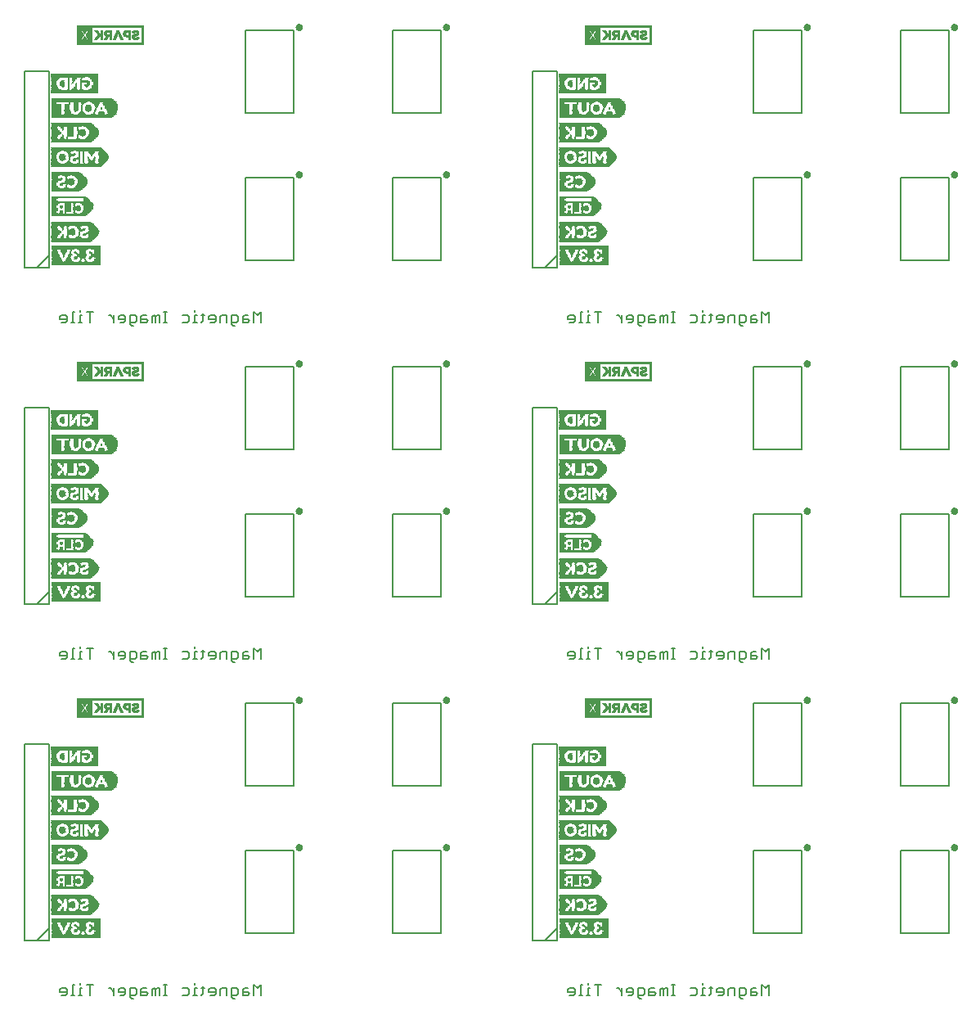
<source format=gbo>
G75*
%MOIN*%
%OFA0B0*%
%FSLAX25Y25*%
%IPPOS*%
%LPD*%
%AMOC8*
5,1,8,0,0,1.08239X$1,22.5*
%
%ADD10C,0.00700*%
%ADD11C,0.00800*%
%ADD12C,0.00010*%
%ADD13C,0.00039*%
%ADD14R,0.19094X0.00197*%
%ADD15R,0.04134X0.00197*%
%ADD16R,0.13780X0.00197*%
%ADD17R,0.03740X0.00197*%
%ADD18R,0.01575X0.00197*%
%ADD19R,0.02362X0.00197*%
%ADD20R,0.00787X0.00197*%
%ADD21R,0.03346X0.00197*%
%ADD22R,0.00984X0.00197*%
%ADD23R,0.01969X0.00197*%
%ADD24R,0.00591X0.00197*%
%ADD25R,0.03150X0.00197*%
%ADD26R,0.01772X0.00197*%
%ADD27R,0.02756X0.00197*%
%ADD28R,0.02953X0.00197*%
%ADD29R,0.02559X0.00197*%
%ADD30R,0.01378X0.00197*%
%ADD31R,0.01181X0.00197*%
%ADD32R,0.03543X0.00197*%
%ADD33R,0.02165X0.00197*%
%ADD34R,0.00197X0.00197*%
%ADD35R,0.00394X0.00197*%
%ADD36R,0.02165X0.00236*%
%ADD37R,0.01181X0.00236*%
%ADD38R,0.00591X0.00236*%
%ADD39R,0.00394X0.00236*%
%ADD40R,0.01969X0.00236*%
%ADD41R,0.02559X0.00236*%
%ADD42R,0.00984X0.00236*%
%ADD43R,0.00787X0.00236*%
%ADD44R,0.03543X0.00236*%
%ADD45R,0.03937X0.00197*%
%ADD46R,0.19094X0.00236*%
%ADD47R,0.19094X0.00157*%
%ADD48R,0.19882X0.00197*%
%ADD49R,0.04921X0.00197*%
%ADD50R,0.09252X0.00197*%
%ADD51R,0.03740X0.00236*%
%ADD52R,0.03937X0.00236*%
%ADD53R,0.01575X0.00236*%
%ADD54R,0.03346X0.00236*%
%ADD55R,0.04528X0.00197*%
%ADD56R,0.02362X0.00236*%
%ADD57R,0.01772X0.00236*%
%ADD58R,0.02953X0.00236*%
%ADD59R,0.03150X0.00236*%
%ADD60R,0.04331X0.00236*%
%ADD61R,0.19882X0.00236*%
%ADD62R,0.19882X0.00157*%
%ADD63R,0.24016X0.00197*%
%ADD64R,0.24606X0.00197*%
%ADD65R,0.25000X0.00197*%
%ADD66R,0.25394X0.00197*%
%ADD67R,0.25591X0.00197*%
%ADD68R,0.25787X0.00197*%
%ADD69R,0.25984X0.00197*%
%ADD70R,0.10630X0.00197*%
%ADD71R,0.14764X0.00197*%
%ADD72R,0.05709X0.00197*%
%ADD73R,0.05512X0.00197*%
%ADD74R,0.05315X0.00197*%
%ADD75R,0.05118X0.00197*%
%ADD76R,0.04921X0.00236*%
%ADD77R,0.04724X0.00197*%
%ADD78R,0.04331X0.00197*%
%ADD79R,0.02756X0.00236*%
%ADD80R,0.01378X0.00236*%
%ADD81R,0.04134X0.00236*%
%ADD82R,0.25394X0.00236*%
%ADD83R,0.24606X0.00157*%
%ADD84R,0.16142X0.00197*%
%ADD85R,0.16339X0.00197*%
%ADD86R,0.16732X0.00197*%
%ADD87R,0.16929X0.00197*%
%ADD88R,0.17126X0.00197*%
%ADD89R,0.17323X0.00197*%
%ADD90R,0.17520X0.00197*%
%ADD91R,0.09055X0.00197*%
%ADD92R,0.16929X0.00236*%
%ADD93R,0.16339X0.00157*%
%ADD94R,0.20079X0.00197*%
%ADD95R,0.20472X0.00197*%
%ADD96R,0.20669X0.00197*%
%ADD97R,0.20866X0.00197*%
%ADD98R,0.21063X0.00197*%
%ADD99R,0.21260X0.00197*%
%ADD100R,0.21457X0.00197*%
%ADD101R,0.11614X0.00197*%
%ADD102R,0.20866X0.00236*%
%ADD103R,0.20472X0.00157*%
%ADD104R,0.05315X0.00236*%
%ADD105R,0.06102X0.00197*%
%ADD106R,0.06299X0.00197*%
%ADD107R,0.13976X0.00197*%
%ADD108R,0.14370X0.00197*%
%ADD109R,0.14567X0.00197*%
%ADD110R,0.15945X0.00197*%
%ADD111R,0.16535X0.00197*%
%ADD112R,0.14567X0.00236*%
%ADD113R,0.13976X0.00157*%
%ADD114R,0.11417X0.00197*%
%ADD115R,0.12008X0.00197*%
%ADD116R,0.12205X0.00197*%
%ADD117R,0.12402X0.00197*%
%ADD118R,0.12598X0.00197*%
%ADD119R,0.12795X0.00197*%
%ADD120R,0.04724X0.00236*%
%ADD121R,0.12205X0.00236*%
%ADD122R,0.11614X0.00157*%
D10*
X0033500Y0053500D02*
X0033500Y0133500D01*
X0043500Y0133500D01*
X0043500Y0058500D01*
X0038500Y0053500D01*
X0033500Y0053500D01*
X0038500Y0053500D02*
X0043500Y0053500D01*
X0043500Y0058500D01*
X0043500Y0190500D02*
X0038500Y0190500D01*
X0043500Y0195500D01*
X0043500Y0190500D01*
X0038500Y0190500D02*
X0033500Y0190500D01*
X0033500Y0270500D01*
X0043500Y0270500D01*
X0043500Y0195500D01*
X0043500Y0327500D02*
X0038500Y0327500D01*
X0043500Y0332500D01*
X0043500Y0327500D01*
X0038500Y0327500D02*
X0033500Y0327500D01*
X0033500Y0407500D01*
X0043500Y0407500D01*
X0043500Y0332500D01*
X0240500Y0327500D02*
X0240500Y0407500D01*
X0250500Y0407500D01*
X0250500Y0332500D01*
X0245500Y0327500D01*
X0240500Y0327500D01*
X0245500Y0327500D02*
X0250500Y0327500D01*
X0250500Y0332500D01*
X0250500Y0270500D02*
X0240500Y0270500D01*
X0240500Y0190500D01*
X0245500Y0190500D01*
X0250500Y0195500D01*
X0250500Y0190500D01*
X0245500Y0190500D01*
X0250500Y0195500D02*
X0250500Y0270500D01*
X0250500Y0133500D02*
X0240500Y0133500D01*
X0240500Y0053500D01*
X0245500Y0053500D01*
X0250500Y0058500D01*
X0250500Y0053500D01*
X0245500Y0053500D01*
X0250500Y0058500D02*
X0250500Y0133500D01*
D11*
X0050184Y0031400D02*
X0048783Y0031400D01*
X0050184Y0031400D02*
X0050885Y0032101D01*
X0050885Y0033502D01*
X0050184Y0034202D01*
X0048783Y0034202D01*
X0048083Y0033502D01*
X0048083Y0032801D01*
X0050885Y0032801D01*
X0052553Y0031400D02*
X0053954Y0031400D01*
X0053254Y0031400D02*
X0053254Y0035604D01*
X0053954Y0035604D01*
X0056323Y0035604D02*
X0056323Y0036304D01*
X0056323Y0034202D02*
X0056323Y0031400D01*
X0057024Y0031400D02*
X0055622Y0031400D01*
X0056323Y0034202D02*
X0057024Y0034202D01*
X0058825Y0035604D02*
X0061628Y0035604D01*
X0060226Y0035604D02*
X0060226Y0031400D01*
X0067966Y0034202D02*
X0068667Y0034202D01*
X0070068Y0032801D01*
X0070068Y0031400D02*
X0070068Y0034202D01*
X0071870Y0033502D02*
X0071870Y0032801D01*
X0074672Y0032801D01*
X0074672Y0032101D02*
X0074672Y0033502D01*
X0073971Y0034202D01*
X0072570Y0034202D01*
X0071870Y0033502D01*
X0072570Y0031400D02*
X0073971Y0031400D01*
X0074672Y0032101D01*
X0076474Y0031400D02*
X0078575Y0031400D01*
X0079276Y0032101D01*
X0079276Y0033502D01*
X0078575Y0034202D01*
X0076474Y0034202D01*
X0076474Y0030699D01*
X0077174Y0029999D01*
X0077875Y0029999D01*
X0081077Y0031400D02*
X0083179Y0031400D01*
X0083880Y0032101D01*
X0083179Y0032801D01*
X0081077Y0032801D01*
X0081077Y0033502D02*
X0081077Y0031400D01*
X0081077Y0033502D02*
X0081778Y0034202D01*
X0083179Y0034202D01*
X0085681Y0033502D02*
X0085681Y0031400D01*
X0087083Y0031400D02*
X0087083Y0033502D01*
X0086382Y0034202D01*
X0085681Y0033502D01*
X0087083Y0033502D02*
X0087783Y0034202D01*
X0088484Y0034202D01*
X0088484Y0031400D01*
X0090152Y0031400D02*
X0091553Y0031400D01*
X0090852Y0031400D02*
X0090852Y0035604D01*
X0090152Y0035604D02*
X0091553Y0035604D01*
X0097959Y0034202D02*
X0100060Y0034202D01*
X0100761Y0033502D01*
X0100761Y0032101D01*
X0100060Y0031400D01*
X0097959Y0031400D01*
X0102429Y0031400D02*
X0103830Y0031400D01*
X0103130Y0031400D02*
X0103130Y0034202D01*
X0103830Y0034202D01*
X0103130Y0035604D02*
X0103130Y0036304D01*
X0105498Y0034202D02*
X0106899Y0034202D01*
X0106199Y0034903D02*
X0106199Y0032101D01*
X0105498Y0031400D01*
X0108701Y0032801D02*
X0111503Y0032801D01*
X0111503Y0032101D02*
X0111503Y0033502D01*
X0110803Y0034202D01*
X0109402Y0034202D01*
X0108701Y0033502D01*
X0108701Y0032801D01*
X0109402Y0031400D02*
X0110803Y0031400D01*
X0111503Y0032101D01*
X0113305Y0031400D02*
X0113305Y0033502D01*
X0114005Y0034202D01*
X0116107Y0034202D01*
X0116107Y0031400D01*
X0117909Y0031400D02*
X0120011Y0031400D01*
X0120711Y0032101D01*
X0120711Y0033502D01*
X0120011Y0034202D01*
X0117909Y0034202D01*
X0117909Y0030699D01*
X0118609Y0029999D01*
X0119310Y0029999D01*
X0122513Y0031400D02*
X0124615Y0031400D01*
X0125315Y0032101D01*
X0124615Y0032801D01*
X0122513Y0032801D01*
X0122513Y0033502D02*
X0122513Y0031400D01*
X0122513Y0033502D02*
X0123213Y0034202D01*
X0124615Y0034202D01*
X0127117Y0035604D02*
X0127117Y0031400D01*
X0129919Y0031400D02*
X0129919Y0035604D01*
X0128518Y0034202D01*
X0127117Y0035604D01*
X0123657Y0056768D02*
X0143343Y0056768D01*
X0143343Y0090232D01*
X0123657Y0090232D01*
X0123657Y0056768D01*
X0183657Y0056768D02*
X0203343Y0056768D01*
X0203343Y0090232D01*
X0183657Y0090232D01*
X0183657Y0056768D01*
X0183657Y0116768D02*
X0203343Y0116768D01*
X0203343Y0150232D01*
X0183657Y0150232D01*
X0183657Y0116768D01*
X0143343Y0116768D02*
X0143343Y0150232D01*
X0123657Y0150232D01*
X0123657Y0116768D01*
X0143343Y0116768D01*
X0129919Y0168400D02*
X0129919Y0172604D01*
X0128518Y0171202D01*
X0127117Y0172604D01*
X0127117Y0168400D01*
X0125315Y0169101D02*
X0124615Y0169801D01*
X0122513Y0169801D01*
X0122513Y0170502D02*
X0122513Y0168400D01*
X0124615Y0168400D01*
X0125315Y0169101D01*
X0124615Y0171202D02*
X0123213Y0171202D01*
X0122513Y0170502D01*
X0120711Y0170502D02*
X0120711Y0169101D01*
X0120011Y0168400D01*
X0117909Y0168400D01*
X0117909Y0167699D02*
X0117909Y0171202D01*
X0120011Y0171202D01*
X0120711Y0170502D01*
X0119310Y0166999D02*
X0118609Y0166999D01*
X0117909Y0167699D01*
X0116107Y0168400D02*
X0116107Y0171202D01*
X0114005Y0171202D01*
X0113305Y0170502D01*
X0113305Y0168400D01*
X0111503Y0169101D02*
X0111503Y0170502D01*
X0110803Y0171202D01*
X0109402Y0171202D01*
X0108701Y0170502D01*
X0108701Y0169801D01*
X0111503Y0169801D01*
X0111503Y0169101D02*
X0110803Y0168400D01*
X0109402Y0168400D01*
X0106199Y0169101D02*
X0105498Y0168400D01*
X0106199Y0169101D02*
X0106199Y0171903D01*
X0106899Y0171202D02*
X0105498Y0171202D01*
X0103830Y0171202D02*
X0103130Y0171202D01*
X0103130Y0168400D01*
X0103830Y0168400D02*
X0102429Y0168400D01*
X0100761Y0169101D02*
X0100060Y0168400D01*
X0097959Y0168400D01*
X0097959Y0171202D02*
X0100060Y0171202D01*
X0100761Y0170502D01*
X0100761Y0169101D01*
X0103130Y0172604D02*
X0103130Y0173304D01*
X0091553Y0172604D02*
X0090152Y0172604D01*
X0090852Y0172604D02*
X0090852Y0168400D01*
X0090152Y0168400D02*
X0091553Y0168400D01*
X0088484Y0168400D02*
X0088484Y0171202D01*
X0087783Y0171202D01*
X0087083Y0170502D01*
X0086382Y0171202D01*
X0085681Y0170502D01*
X0085681Y0168400D01*
X0087083Y0168400D02*
X0087083Y0170502D01*
X0083880Y0169101D02*
X0083179Y0169801D01*
X0081077Y0169801D01*
X0081077Y0170502D02*
X0081077Y0168400D01*
X0083179Y0168400D01*
X0083880Y0169101D01*
X0083179Y0171202D02*
X0081778Y0171202D01*
X0081077Y0170502D01*
X0079276Y0170502D02*
X0079276Y0169101D01*
X0078575Y0168400D01*
X0076474Y0168400D01*
X0076474Y0167699D02*
X0076474Y0171202D01*
X0078575Y0171202D01*
X0079276Y0170502D01*
X0077875Y0166999D02*
X0077174Y0166999D01*
X0076474Y0167699D01*
X0074672Y0169101D02*
X0074672Y0170502D01*
X0073971Y0171202D01*
X0072570Y0171202D01*
X0071870Y0170502D01*
X0071870Y0169801D01*
X0074672Y0169801D01*
X0074672Y0169101D02*
X0073971Y0168400D01*
X0072570Y0168400D01*
X0070068Y0168400D02*
X0070068Y0171202D01*
X0070068Y0169801D02*
X0068667Y0171202D01*
X0067966Y0171202D01*
X0061628Y0172604D02*
X0058825Y0172604D01*
X0060226Y0172604D02*
X0060226Y0168400D01*
X0057024Y0168400D02*
X0055622Y0168400D01*
X0056323Y0168400D02*
X0056323Y0171202D01*
X0057024Y0171202D01*
X0056323Y0172604D02*
X0056323Y0173304D01*
X0053954Y0172604D02*
X0053254Y0172604D01*
X0053254Y0168400D01*
X0053954Y0168400D02*
X0052553Y0168400D01*
X0050885Y0169101D02*
X0050885Y0170502D01*
X0050184Y0171202D01*
X0048783Y0171202D01*
X0048083Y0170502D01*
X0048083Y0169801D01*
X0050885Y0169801D01*
X0050885Y0169101D02*
X0050184Y0168400D01*
X0048783Y0168400D01*
X0123657Y0193768D02*
X0143343Y0193768D01*
X0143343Y0227232D01*
X0123657Y0227232D01*
X0123657Y0193768D01*
X0183657Y0193768D02*
X0203343Y0193768D01*
X0203343Y0227232D01*
X0183657Y0227232D01*
X0183657Y0193768D01*
X0183657Y0253768D02*
X0203343Y0253768D01*
X0203343Y0287232D01*
X0183657Y0287232D01*
X0183657Y0253768D01*
X0143343Y0253768D02*
X0143343Y0287232D01*
X0123657Y0287232D01*
X0123657Y0253768D01*
X0143343Y0253768D01*
X0129919Y0305400D02*
X0129919Y0309604D01*
X0128518Y0308202D01*
X0127117Y0309604D01*
X0127117Y0305400D01*
X0125315Y0306101D02*
X0124615Y0306801D01*
X0122513Y0306801D01*
X0122513Y0307502D02*
X0122513Y0305400D01*
X0124615Y0305400D01*
X0125315Y0306101D01*
X0124615Y0308202D02*
X0123213Y0308202D01*
X0122513Y0307502D01*
X0120711Y0307502D02*
X0120711Y0306101D01*
X0120011Y0305400D01*
X0117909Y0305400D01*
X0117909Y0304699D02*
X0117909Y0308202D01*
X0120011Y0308202D01*
X0120711Y0307502D01*
X0119310Y0303999D02*
X0118609Y0303999D01*
X0117909Y0304699D01*
X0116107Y0305400D02*
X0116107Y0308202D01*
X0114005Y0308202D01*
X0113305Y0307502D01*
X0113305Y0305400D01*
X0111503Y0306101D02*
X0111503Y0307502D01*
X0110803Y0308202D01*
X0109402Y0308202D01*
X0108701Y0307502D01*
X0108701Y0306801D01*
X0111503Y0306801D01*
X0111503Y0306101D02*
X0110803Y0305400D01*
X0109402Y0305400D01*
X0106199Y0306101D02*
X0105498Y0305400D01*
X0106199Y0306101D02*
X0106199Y0308903D01*
X0106899Y0308202D02*
X0105498Y0308202D01*
X0103830Y0308202D02*
X0103130Y0308202D01*
X0103130Y0305400D01*
X0103830Y0305400D02*
X0102429Y0305400D01*
X0100761Y0306101D02*
X0100060Y0305400D01*
X0097959Y0305400D01*
X0097959Y0308202D02*
X0100060Y0308202D01*
X0100761Y0307502D01*
X0100761Y0306101D01*
X0103130Y0309604D02*
X0103130Y0310304D01*
X0091553Y0309604D02*
X0090152Y0309604D01*
X0090852Y0309604D02*
X0090852Y0305400D01*
X0090152Y0305400D02*
X0091553Y0305400D01*
X0088484Y0305400D02*
X0088484Y0308202D01*
X0087783Y0308202D01*
X0087083Y0307502D01*
X0086382Y0308202D01*
X0085681Y0307502D01*
X0085681Y0305400D01*
X0087083Y0305400D02*
X0087083Y0307502D01*
X0083880Y0306101D02*
X0083179Y0306801D01*
X0081077Y0306801D01*
X0081077Y0307502D02*
X0081077Y0305400D01*
X0083179Y0305400D01*
X0083880Y0306101D01*
X0083179Y0308202D02*
X0081778Y0308202D01*
X0081077Y0307502D01*
X0079276Y0307502D02*
X0079276Y0306101D01*
X0078575Y0305400D01*
X0076474Y0305400D01*
X0076474Y0304699D02*
X0076474Y0308202D01*
X0078575Y0308202D01*
X0079276Y0307502D01*
X0077875Y0303999D02*
X0077174Y0303999D01*
X0076474Y0304699D01*
X0074672Y0306101D02*
X0074672Y0307502D01*
X0073971Y0308202D01*
X0072570Y0308202D01*
X0071870Y0307502D01*
X0071870Y0306801D01*
X0074672Y0306801D01*
X0074672Y0306101D02*
X0073971Y0305400D01*
X0072570Y0305400D01*
X0070068Y0305400D02*
X0070068Y0308202D01*
X0070068Y0306801D02*
X0068667Y0308202D01*
X0067966Y0308202D01*
X0061628Y0309604D02*
X0058825Y0309604D01*
X0060226Y0309604D02*
X0060226Y0305400D01*
X0057024Y0305400D02*
X0055622Y0305400D01*
X0056323Y0305400D02*
X0056323Y0308202D01*
X0057024Y0308202D01*
X0056323Y0309604D02*
X0056323Y0310304D01*
X0053954Y0309604D02*
X0053254Y0309604D01*
X0053254Y0305400D01*
X0053954Y0305400D02*
X0052553Y0305400D01*
X0050885Y0306101D02*
X0050885Y0307502D01*
X0050184Y0308202D01*
X0048783Y0308202D01*
X0048083Y0307502D01*
X0048083Y0306801D01*
X0050885Y0306801D01*
X0050885Y0306101D02*
X0050184Y0305400D01*
X0048783Y0305400D01*
X0123657Y0330768D02*
X0143343Y0330768D01*
X0143343Y0364232D01*
X0123657Y0364232D01*
X0123657Y0330768D01*
X0183657Y0330768D02*
X0203343Y0330768D01*
X0203343Y0364232D01*
X0183657Y0364232D01*
X0183657Y0330768D01*
X0183657Y0390768D02*
X0203343Y0390768D01*
X0203343Y0424232D01*
X0183657Y0424232D01*
X0183657Y0390768D01*
X0143343Y0390768D02*
X0143343Y0424232D01*
X0123657Y0424232D01*
X0123657Y0390768D01*
X0143343Y0390768D01*
X0255083Y0307502D02*
X0255083Y0306801D01*
X0257885Y0306801D01*
X0257885Y0306101D02*
X0257885Y0307502D01*
X0257184Y0308202D01*
X0255783Y0308202D01*
X0255083Y0307502D01*
X0255783Y0305400D02*
X0257184Y0305400D01*
X0257885Y0306101D01*
X0259553Y0305400D02*
X0260954Y0305400D01*
X0260254Y0305400D02*
X0260254Y0309604D01*
X0260954Y0309604D01*
X0263323Y0309604D02*
X0263323Y0310304D01*
X0263323Y0308202D02*
X0263323Y0305400D01*
X0264024Y0305400D02*
X0262622Y0305400D01*
X0263323Y0308202D02*
X0264024Y0308202D01*
X0265825Y0309604D02*
X0268628Y0309604D01*
X0267226Y0309604D02*
X0267226Y0305400D01*
X0274966Y0308202D02*
X0275667Y0308202D01*
X0277068Y0306801D01*
X0277068Y0305400D02*
X0277068Y0308202D01*
X0278870Y0307502D02*
X0278870Y0306801D01*
X0281672Y0306801D01*
X0281672Y0306101D02*
X0281672Y0307502D01*
X0280971Y0308202D01*
X0279570Y0308202D01*
X0278870Y0307502D01*
X0279570Y0305400D02*
X0280971Y0305400D01*
X0281672Y0306101D01*
X0283474Y0305400D02*
X0285575Y0305400D01*
X0286276Y0306101D01*
X0286276Y0307502D01*
X0285575Y0308202D01*
X0283474Y0308202D01*
X0283474Y0304699D01*
X0284174Y0303999D01*
X0284875Y0303999D01*
X0288077Y0305400D02*
X0290179Y0305400D01*
X0290880Y0306101D01*
X0290179Y0306801D01*
X0288077Y0306801D01*
X0288077Y0307502D02*
X0288077Y0305400D01*
X0288077Y0307502D02*
X0288778Y0308202D01*
X0290179Y0308202D01*
X0292681Y0307502D02*
X0292681Y0305400D01*
X0294083Y0305400D02*
X0294083Y0307502D01*
X0293382Y0308202D01*
X0292681Y0307502D01*
X0294083Y0307502D02*
X0294783Y0308202D01*
X0295484Y0308202D01*
X0295484Y0305400D01*
X0297152Y0305400D02*
X0298553Y0305400D01*
X0297852Y0305400D02*
X0297852Y0309604D01*
X0297152Y0309604D02*
X0298553Y0309604D01*
X0304959Y0308202D02*
X0307060Y0308202D01*
X0307761Y0307502D01*
X0307761Y0306101D01*
X0307060Y0305400D01*
X0304959Y0305400D01*
X0309429Y0305400D02*
X0310830Y0305400D01*
X0310130Y0305400D02*
X0310130Y0308202D01*
X0310830Y0308202D01*
X0310130Y0309604D02*
X0310130Y0310304D01*
X0312498Y0308202D02*
X0313899Y0308202D01*
X0313199Y0308903D02*
X0313199Y0306101D01*
X0312498Y0305400D01*
X0315701Y0306801D02*
X0318503Y0306801D01*
X0318503Y0306101D02*
X0318503Y0307502D01*
X0317803Y0308202D01*
X0316402Y0308202D01*
X0315701Y0307502D01*
X0315701Y0306801D01*
X0316402Y0305400D02*
X0317803Y0305400D01*
X0318503Y0306101D01*
X0320305Y0305400D02*
X0320305Y0307502D01*
X0321005Y0308202D01*
X0323107Y0308202D01*
X0323107Y0305400D01*
X0324909Y0305400D02*
X0327011Y0305400D01*
X0327711Y0306101D01*
X0327711Y0307502D01*
X0327011Y0308202D01*
X0324909Y0308202D01*
X0324909Y0304699D01*
X0325609Y0303999D01*
X0326310Y0303999D01*
X0329513Y0305400D02*
X0331615Y0305400D01*
X0332315Y0306101D01*
X0331615Y0306801D01*
X0329513Y0306801D01*
X0329513Y0307502D02*
X0329513Y0305400D01*
X0329513Y0307502D02*
X0330213Y0308202D01*
X0331615Y0308202D01*
X0334117Y0309604D02*
X0334117Y0305400D01*
X0336919Y0305400D02*
X0336919Y0309604D01*
X0335518Y0308202D01*
X0334117Y0309604D01*
X0330657Y0330768D02*
X0350343Y0330768D01*
X0350343Y0364232D01*
X0330657Y0364232D01*
X0330657Y0330768D01*
X0330657Y0287232D02*
X0350343Y0287232D01*
X0350343Y0253768D01*
X0330657Y0253768D01*
X0330657Y0287232D01*
X0390657Y0287232D02*
X0390657Y0253768D01*
X0410343Y0253768D01*
X0410343Y0287232D01*
X0390657Y0287232D01*
X0390657Y0330768D02*
X0410343Y0330768D01*
X0410343Y0364232D01*
X0390657Y0364232D01*
X0390657Y0330768D01*
X0390657Y0390768D02*
X0410343Y0390768D01*
X0410343Y0424232D01*
X0390657Y0424232D01*
X0390657Y0390768D01*
X0350343Y0390768D02*
X0350343Y0424232D01*
X0330657Y0424232D01*
X0330657Y0390768D01*
X0350343Y0390768D01*
X0350343Y0227232D02*
X0330657Y0227232D01*
X0330657Y0193768D01*
X0350343Y0193768D01*
X0350343Y0227232D01*
X0390657Y0227232D02*
X0390657Y0193768D01*
X0410343Y0193768D01*
X0410343Y0227232D01*
X0390657Y0227232D01*
X0336919Y0172604D02*
X0335518Y0171202D01*
X0334117Y0172604D01*
X0334117Y0168400D01*
X0332315Y0169101D02*
X0331615Y0169801D01*
X0329513Y0169801D01*
X0329513Y0170502D02*
X0329513Y0168400D01*
X0331615Y0168400D01*
X0332315Y0169101D01*
X0331615Y0171202D02*
X0330213Y0171202D01*
X0329513Y0170502D01*
X0327711Y0170502D02*
X0327711Y0169101D01*
X0327011Y0168400D01*
X0324909Y0168400D01*
X0324909Y0167699D02*
X0324909Y0171202D01*
X0327011Y0171202D01*
X0327711Y0170502D01*
X0326310Y0166999D02*
X0325609Y0166999D01*
X0324909Y0167699D01*
X0323107Y0168400D02*
X0323107Y0171202D01*
X0321005Y0171202D01*
X0320305Y0170502D01*
X0320305Y0168400D01*
X0318503Y0169101D02*
X0318503Y0170502D01*
X0317803Y0171202D01*
X0316402Y0171202D01*
X0315701Y0170502D01*
X0315701Y0169801D01*
X0318503Y0169801D01*
X0318503Y0169101D02*
X0317803Y0168400D01*
X0316402Y0168400D01*
X0313199Y0169101D02*
X0312498Y0168400D01*
X0313199Y0169101D02*
X0313199Y0171903D01*
X0313899Y0171202D02*
X0312498Y0171202D01*
X0310830Y0171202D02*
X0310130Y0171202D01*
X0310130Y0168400D01*
X0310830Y0168400D02*
X0309429Y0168400D01*
X0307761Y0169101D02*
X0307060Y0168400D01*
X0304959Y0168400D01*
X0304959Y0171202D02*
X0307060Y0171202D01*
X0307761Y0170502D01*
X0307761Y0169101D01*
X0310130Y0172604D02*
X0310130Y0173304D01*
X0298553Y0172604D02*
X0297152Y0172604D01*
X0297852Y0172604D02*
X0297852Y0168400D01*
X0297152Y0168400D02*
X0298553Y0168400D01*
X0295484Y0168400D02*
X0295484Y0171202D01*
X0294783Y0171202D01*
X0294083Y0170502D01*
X0293382Y0171202D01*
X0292681Y0170502D01*
X0292681Y0168400D01*
X0294083Y0168400D02*
X0294083Y0170502D01*
X0290880Y0169101D02*
X0290179Y0169801D01*
X0288077Y0169801D01*
X0288077Y0170502D02*
X0288077Y0168400D01*
X0290179Y0168400D01*
X0290880Y0169101D01*
X0290179Y0171202D02*
X0288778Y0171202D01*
X0288077Y0170502D01*
X0286276Y0170502D02*
X0286276Y0169101D01*
X0285575Y0168400D01*
X0283474Y0168400D01*
X0283474Y0167699D02*
X0283474Y0171202D01*
X0285575Y0171202D01*
X0286276Y0170502D01*
X0284875Y0166999D02*
X0284174Y0166999D01*
X0283474Y0167699D01*
X0281672Y0169101D02*
X0281672Y0170502D01*
X0280971Y0171202D01*
X0279570Y0171202D01*
X0278870Y0170502D01*
X0278870Y0169801D01*
X0281672Y0169801D01*
X0281672Y0169101D02*
X0280971Y0168400D01*
X0279570Y0168400D01*
X0277068Y0168400D02*
X0277068Y0171202D01*
X0277068Y0169801D02*
X0275667Y0171202D01*
X0274966Y0171202D01*
X0268628Y0172604D02*
X0265825Y0172604D01*
X0267226Y0172604D02*
X0267226Y0168400D01*
X0264024Y0168400D02*
X0262622Y0168400D01*
X0263323Y0168400D02*
X0263323Y0171202D01*
X0264024Y0171202D01*
X0263323Y0172604D02*
X0263323Y0173304D01*
X0260954Y0172604D02*
X0260254Y0172604D01*
X0260254Y0168400D01*
X0260954Y0168400D02*
X0259553Y0168400D01*
X0257885Y0169101D02*
X0257885Y0170502D01*
X0257184Y0171202D01*
X0255783Y0171202D01*
X0255083Y0170502D01*
X0255083Y0169801D01*
X0257885Y0169801D01*
X0257885Y0169101D02*
X0257184Y0168400D01*
X0255783Y0168400D01*
X0330657Y0150232D02*
X0330657Y0116768D01*
X0350343Y0116768D01*
X0350343Y0150232D01*
X0330657Y0150232D01*
X0336919Y0168400D02*
X0336919Y0172604D01*
X0390657Y0150232D02*
X0410343Y0150232D01*
X0410343Y0116768D01*
X0390657Y0116768D01*
X0390657Y0150232D01*
X0390657Y0090232D02*
X0410343Y0090232D01*
X0410343Y0056768D01*
X0390657Y0056768D01*
X0390657Y0090232D01*
X0350343Y0090232D02*
X0350343Y0056768D01*
X0330657Y0056768D01*
X0330657Y0090232D01*
X0350343Y0090232D01*
X0336919Y0035604D02*
X0335518Y0034202D01*
X0334117Y0035604D01*
X0334117Y0031400D01*
X0332315Y0032101D02*
X0331615Y0032801D01*
X0329513Y0032801D01*
X0329513Y0033502D02*
X0329513Y0031400D01*
X0331615Y0031400D01*
X0332315Y0032101D01*
X0331615Y0034202D02*
X0330213Y0034202D01*
X0329513Y0033502D01*
X0327711Y0033502D02*
X0327711Y0032101D01*
X0327011Y0031400D01*
X0324909Y0031400D01*
X0324909Y0030699D02*
X0324909Y0034202D01*
X0327011Y0034202D01*
X0327711Y0033502D01*
X0326310Y0029999D02*
X0325609Y0029999D01*
X0324909Y0030699D01*
X0323107Y0031400D02*
X0323107Y0034202D01*
X0321005Y0034202D01*
X0320305Y0033502D01*
X0320305Y0031400D01*
X0318503Y0032101D02*
X0318503Y0033502D01*
X0317803Y0034202D01*
X0316402Y0034202D01*
X0315701Y0033502D01*
X0315701Y0032801D01*
X0318503Y0032801D01*
X0318503Y0032101D02*
X0317803Y0031400D01*
X0316402Y0031400D01*
X0313199Y0032101D02*
X0312498Y0031400D01*
X0313199Y0032101D02*
X0313199Y0034903D01*
X0313899Y0034202D02*
X0312498Y0034202D01*
X0310830Y0034202D02*
X0310130Y0034202D01*
X0310130Y0031400D01*
X0310830Y0031400D02*
X0309429Y0031400D01*
X0307761Y0032101D02*
X0307060Y0031400D01*
X0304959Y0031400D01*
X0304959Y0034202D02*
X0307060Y0034202D01*
X0307761Y0033502D01*
X0307761Y0032101D01*
X0310130Y0035604D02*
X0310130Y0036304D01*
X0298553Y0035604D02*
X0297152Y0035604D01*
X0297852Y0035604D02*
X0297852Y0031400D01*
X0297152Y0031400D02*
X0298553Y0031400D01*
X0295484Y0031400D02*
X0295484Y0034202D01*
X0294783Y0034202D01*
X0294083Y0033502D01*
X0293382Y0034202D01*
X0292681Y0033502D01*
X0292681Y0031400D01*
X0294083Y0031400D02*
X0294083Y0033502D01*
X0290880Y0032101D02*
X0290179Y0032801D01*
X0288077Y0032801D01*
X0288077Y0033502D02*
X0288077Y0031400D01*
X0290179Y0031400D01*
X0290880Y0032101D01*
X0290179Y0034202D02*
X0288778Y0034202D01*
X0288077Y0033502D01*
X0286276Y0033502D02*
X0286276Y0032101D01*
X0285575Y0031400D01*
X0283474Y0031400D01*
X0283474Y0030699D02*
X0283474Y0034202D01*
X0285575Y0034202D01*
X0286276Y0033502D01*
X0284875Y0029999D02*
X0284174Y0029999D01*
X0283474Y0030699D01*
X0281672Y0032101D02*
X0281672Y0033502D01*
X0280971Y0034202D01*
X0279570Y0034202D01*
X0278870Y0033502D01*
X0278870Y0032801D01*
X0281672Y0032801D01*
X0281672Y0032101D02*
X0280971Y0031400D01*
X0279570Y0031400D01*
X0277068Y0031400D02*
X0277068Y0034202D01*
X0277068Y0032801D02*
X0275667Y0034202D01*
X0274966Y0034202D01*
X0268628Y0035604D02*
X0265825Y0035604D01*
X0267226Y0035604D02*
X0267226Y0031400D01*
X0264024Y0031400D02*
X0262622Y0031400D01*
X0263323Y0031400D02*
X0263323Y0034202D01*
X0264024Y0034202D01*
X0263323Y0035604D02*
X0263323Y0036304D01*
X0260954Y0035604D02*
X0260254Y0035604D01*
X0260254Y0031400D01*
X0260954Y0031400D02*
X0259553Y0031400D01*
X0257885Y0032101D02*
X0257885Y0033502D01*
X0257184Y0034202D01*
X0255783Y0034202D01*
X0255083Y0033502D01*
X0255083Y0032801D01*
X0257885Y0032801D01*
X0257885Y0032101D02*
X0257184Y0031400D01*
X0255783Y0031400D01*
X0336919Y0031400D02*
X0336919Y0035604D01*
D12*
X0352097Y0090406D02*
X0351833Y0090499D01*
X0351596Y0090648D01*
X0351398Y0090846D01*
X0351249Y0091083D01*
X0351156Y0091347D01*
X0351125Y0091625D01*
X0351156Y0091903D01*
X0351249Y0092167D01*
X0351398Y0092404D01*
X0351596Y0092602D01*
X0351833Y0092751D01*
X0352097Y0092844D01*
X0352375Y0092875D01*
X0352653Y0092844D01*
X0352917Y0092751D01*
X0353154Y0092602D01*
X0353352Y0092404D01*
X0353501Y0092167D01*
X0353594Y0091903D01*
X0353625Y0091625D01*
X0353594Y0091347D01*
X0353501Y0091083D01*
X0353352Y0090846D01*
X0353154Y0090648D01*
X0352917Y0090499D01*
X0352653Y0090406D01*
X0352375Y0090375D01*
X0352097Y0090406D01*
X0352080Y0090412D02*
X0352670Y0090412D01*
X0352694Y0090421D02*
X0352056Y0090421D01*
X0352031Y0090429D02*
X0352719Y0090429D01*
X0352743Y0090438D02*
X0352007Y0090438D01*
X0351983Y0090446D02*
X0352767Y0090446D01*
X0352792Y0090455D02*
X0351958Y0090455D01*
X0351934Y0090463D02*
X0352816Y0090463D01*
X0352840Y0090472D02*
X0351910Y0090472D01*
X0351885Y0090480D02*
X0352865Y0090480D01*
X0352889Y0090489D02*
X0351861Y0090489D01*
X0351837Y0090497D02*
X0352913Y0090497D01*
X0352929Y0090506D02*
X0351821Y0090506D01*
X0351808Y0090514D02*
X0352942Y0090514D01*
X0352956Y0090523D02*
X0351794Y0090523D01*
X0351781Y0090531D02*
X0352969Y0090531D01*
X0352983Y0090540D02*
X0351767Y0090540D01*
X0351754Y0090548D02*
X0352996Y0090548D01*
X0353010Y0090557D02*
X0351740Y0090557D01*
X0351727Y0090565D02*
X0353023Y0090565D01*
X0353037Y0090574D02*
X0351713Y0090574D01*
X0351699Y0090582D02*
X0353051Y0090582D01*
X0353064Y0090591D02*
X0351686Y0090591D01*
X0351672Y0090600D02*
X0353078Y0090600D01*
X0353091Y0090608D02*
X0351659Y0090608D01*
X0351645Y0090617D02*
X0353105Y0090617D01*
X0353118Y0090625D02*
X0351632Y0090625D01*
X0351618Y0090634D02*
X0353132Y0090634D01*
X0353145Y0090642D02*
X0351605Y0090642D01*
X0351593Y0090651D02*
X0353157Y0090651D01*
X0353166Y0090659D02*
X0351584Y0090659D01*
X0351576Y0090668D02*
X0353174Y0090668D01*
X0353183Y0090676D02*
X0351567Y0090676D01*
X0351559Y0090685D02*
X0353191Y0090685D01*
X0353200Y0090693D02*
X0351550Y0090693D01*
X0351542Y0090702D02*
X0353208Y0090702D01*
X0353217Y0090710D02*
X0351533Y0090710D01*
X0351525Y0090719D02*
X0353225Y0090719D01*
X0353234Y0090727D02*
X0351516Y0090727D01*
X0351508Y0090736D02*
X0353242Y0090736D01*
X0353251Y0090744D02*
X0351499Y0090744D01*
X0351491Y0090753D02*
X0353259Y0090753D01*
X0353268Y0090761D02*
X0351482Y0090761D01*
X0351474Y0090770D02*
X0353276Y0090770D01*
X0353285Y0090778D02*
X0351465Y0090778D01*
X0351457Y0090787D02*
X0353293Y0090787D01*
X0353302Y0090795D02*
X0351448Y0090795D01*
X0351440Y0090804D02*
X0353310Y0090804D01*
X0353319Y0090812D02*
X0351431Y0090812D01*
X0351422Y0090821D02*
X0353328Y0090821D01*
X0353336Y0090829D02*
X0351414Y0090829D01*
X0351405Y0090838D02*
X0353345Y0090838D01*
X0353353Y0090846D02*
X0351397Y0090846D01*
X0351392Y0090855D02*
X0353358Y0090855D01*
X0353363Y0090863D02*
X0351387Y0090863D01*
X0351381Y0090872D02*
X0353369Y0090872D01*
X0353374Y0090880D02*
X0351376Y0090880D01*
X0351370Y0090889D02*
X0353380Y0090889D01*
X0353385Y0090897D02*
X0351365Y0090897D01*
X0351360Y0090906D02*
X0353390Y0090906D01*
X0353396Y0090915D02*
X0351354Y0090915D01*
X0351349Y0090923D02*
X0353401Y0090923D01*
X0353406Y0090932D02*
X0351344Y0090932D01*
X0351338Y0090940D02*
X0353412Y0090940D01*
X0353417Y0090949D02*
X0351333Y0090949D01*
X0351328Y0090957D02*
X0353422Y0090957D01*
X0353428Y0090966D02*
X0351322Y0090966D01*
X0351317Y0090974D02*
X0353433Y0090974D01*
X0353438Y0090983D02*
X0351312Y0090983D01*
X0351306Y0090991D02*
X0353444Y0090991D01*
X0353449Y0091000D02*
X0351301Y0091000D01*
X0351296Y0091008D02*
X0353454Y0091008D01*
X0353460Y0091017D02*
X0351290Y0091017D01*
X0351285Y0091025D02*
X0353465Y0091025D01*
X0353470Y0091034D02*
X0351280Y0091034D01*
X0351274Y0091042D02*
X0353476Y0091042D01*
X0353481Y0091051D02*
X0351269Y0091051D01*
X0351263Y0091059D02*
X0353487Y0091059D01*
X0353492Y0091068D02*
X0351258Y0091068D01*
X0351253Y0091076D02*
X0353497Y0091076D01*
X0353502Y0091085D02*
X0351248Y0091085D01*
X0351245Y0091093D02*
X0353505Y0091093D01*
X0353508Y0091102D02*
X0351242Y0091102D01*
X0351239Y0091110D02*
X0353511Y0091110D01*
X0353514Y0091119D02*
X0351236Y0091119D01*
X0351233Y0091127D02*
X0353517Y0091127D01*
X0353520Y0091136D02*
X0351230Y0091136D01*
X0351227Y0091144D02*
X0353523Y0091144D01*
X0353526Y0091153D02*
X0351224Y0091153D01*
X0351221Y0091161D02*
X0353529Y0091161D01*
X0353532Y0091170D02*
X0351218Y0091170D01*
X0351215Y0091178D02*
X0353535Y0091178D01*
X0353538Y0091187D02*
X0351212Y0091187D01*
X0351209Y0091195D02*
X0353541Y0091195D01*
X0353544Y0091204D02*
X0351206Y0091204D01*
X0351203Y0091212D02*
X0353547Y0091212D01*
X0353550Y0091221D02*
X0351200Y0091221D01*
X0351197Y0091230D02*
X0353553Y0091230D01*
X0353556Y0091238D02*
X0351194Y0091238D01*
X0351191Y0091247D02*
X0353559Y0091247D01*
X0353562Y0091255D02*
X0351188Y0091255D01*
X0351185Y0091264D02*
X0353565Y0091264D01*
X0353568Y0091272D02*
X0351183Y0091272D01*
X0351180Y0091281D02*
X0353570Y0091281D01*
X0353573Y0091289D02*
X0351177Y0091289D01*
X0351174Y0091298D02*
X0353576Y0091298D01*
X0353579Y0091306D02*
X0351171Y0091306D01*
X0351168Y0091315D02*
X0353582Y0091315D01*
X0353585Y0091323D02*
X0351165Y0091323D01*
X0351162Y0091332D02*
X0353588Y0091332D01*
X0353591Y0091340D02*
X0351159Y0091340D01*
X0351156Y0091349D02*
X0353594Y0091349D01*
X0353595Y0091357D02*
X0351155Y0091357D01*
X0351154Y0091366D02*
X0353596Y0091366D01*
X0353597Y0091374D02*
X0351153Y0091374D01*
X0351152Y0091383D02*
X0353598Y0091383D01*
X0353599Y0091391D02*
X0351151Y0091391D01*
X0351150Y0091400D02*
X0353600Y0091400D01*
X0353601Y0091408D02*
X0351149Y0091408D01*
X0351148Y0091417D02*
X0353602Y0091417D01*
X0353603Y0091425D02*
X0351148Y0091425D01*
X0351147Y0091434D02*
X0353603Y0091434D01*
X0353604Y0091442D02*
X0351146Y0091442D01*
X0351145Y0091451D02*
X0353605Y0091451D01*
X0353606Y0091459D02*
X0351144Y0091459D01*
X0351143Y0091468D02*
X0353607Y0091468D01*
X0353608Y0091476D02*
X0351142Y0091476D01*
X0351141Y0091485D02*
X0353609Y0091485D01*
X0353610Y0091493D02*
X0351140Y0091493D01*
X0351139Y0091502D02*
X0353611Y0091502D01*
X0353612Y0091510D02*
X0351138Y0091510D01*
X0351137Y0091519D02*
X0353613Y0091519D01*
X0353614Y0091528D02*
X0351136Y0091528D01*
X0351135Y0091536D02*
X0353615Y0091536D01*
X0353616Y0091545D02*
X0351134Y0091545D01*
X0351133Y0091553D02*
X0353617Y0091553D01*
X0353618Y0091562D02*
X0351132Y0091562D01*
X0351131Y0091570D02*
X0353619Y0091570D01*
X0353620Y0091579D02*
X0351130Y0091579D01*
X0351129Y0091587D02*
X0353621Y0091587D01*
X0353622Y0091596D02*
X0351128Y0091596D01*
X0351127Y0091604D02*
X0353623Y0091604D01*
X0353624Y0091613D02*
X0351126Y0091613D01*
X0351125Y0091621D02*
X0353625Y0091621D01*
X0353624Y0091630D02*
X0351126Y0091630D01*
X0351126Y0091638D02*
X0353624Y0091638D01*
X0353623Y0091647D02*
X0351127Y0091647D01*
X0351128Y0091655D02*
X0353622Y0091655D01*
X0353621Y0091664D02*
X0351129Y0091664D01*
X0351130Y0091672D02*
X0353620Y0091672D01*
X0353619Y0091681D02*
X0351131Y0091681D01*
X0351132Y0091689D02*
X0353618Y0091689D01*
X0353617Y0091698D02*
X0351133Y0091698D01*
X0351134Y0091706D02*
X0353616Y0091706D01*
X0353615Y0091715D02*
X0351135Y0091715D01*
X0351136Y0091723D02*
X0353614Y0091723D01*
X0353613Y0091732D02*
X0351137Y0091732D01*
X0351138Y0091740D02*
X0353612Y0091740D01*
X0353611Y0091749D02*
X0351139Y0091749D01*
X0351140Y0091757D02*
X0353610Y0091757D01*
X0353609Y0091766D02*
X0351141Y0091766D01*
X0351142Y0091774D02*
X0353608Y0091774D01*
X0353607Y0091783D02*
X0351143Y0091783D01*
X0351144Y0091791D02*
X0353606Y0091791D01*
X0353605Y0091800D02*
X0351145Y0091800D01*
X0351146Y0091808D02*
X0353604Y0091808D01*
X0353603Y0091817D02*
X0351147Y0091817D01*
X0351148Y0091825D02*
X0353602Y0091825D01*
X0353601Y0091834D02*
X0351149Y0091834D01*
X0351149Y0091843D02*
X0353600Y0091843D01*
X0353600Y0091851D02*
X0351150Y0091851D01*
X0351151Y0091860D02*
X0353599Y0091860D01*
X0353598Y0091868D02*
X0351152Y0091868D01*
X0351153Y0091877D02*
X0353597Y0091877D01*
X0353596Y0091885D02*
X0351154Y0091885D01*
X0351155Y0091894D02*
X0353595Y0091894D01*
X0353594Y0091902D02*
X0351156Y0091902D01*
X0351159Y0091911D02*
X0353591Y0091911D01*
X0353588Y0091919D02*
X0351162Y0091919D01*
X0351165Y0091928D02*
X0353585Y0091928D01*
X0353582Y0091936D02*
X0351168Y0091936D01*
X0351171Y0091945D02*
X0353579Y0091945D01*
X0353576Y0091953D02*
X0351174Y0091953D01*
X0351177Y0091962D02*
X0353573Y0091962D01*
X0353570Y0091970D02*
X0351180Y0091970D01*
X0351183Y0091979D02*
X0353567Y0091979D01*
X0353564Y0091987D02*
X0351186Y0091987D01*
X0351189Y0091996D02*
X0353561Y0091996D01*
X0353558Y0092004D02*
X0351192Y0092004D01*
X0351195Y0092013D02*
X0353555Y0092013D01*
X0353552Y0092021D02*
X0351198Y0092021D01*
X0351201Y0092030D02*
X0353549Y0092030D01*
X0353546Y0092038D02*
X0351204Y0092038D01*
X0351207Y0092047D02*
X0353543Y0092047D01*
X0353540Y0092055D02*
X0351210Y0092055D01*
X0351213Y0092064D02*
X0353537Y0092064D01*
X0353534Y0092072D02*
X0351216Y0092072D01*
X0351219Y0092081D02*
X0353531Y0092081D01*
X0353528Y0092089D02*
X0351222Y0092089D01*
X0351224Y0092098D02*
X0353525Y0092098D01*
X0353523Y0092106D02*
X0351227Y0092106D01*
X0351230Y0092115D02*
X0353520Y0092115D01*
X0353517Y0092123D02*
X0351233Y0092123D01*
X0351236Y0092132D02*
X0353514Y0092132D01*
X0353511Y0092141D02*
X0351239Y0092141D01*
X0351242Y0092149D02*
X0353508Y0092149D01*
X0353505Y0092158D02*
X0351245Y0092158D01*
X0351248Y0092166D02*
X0353502Y0092166D01*
X0353497Y0092175D02*
X0351253Y0092175D01*
X0351259Y0092183D02*
X0353491Y0092183D01*
X0353486Y0092192D02*
X0351264Y0092192D01*
X0351269Y0092200D02*
X0353481Y0092200D01*
X0353475Y0092209D02*
X0351275Y0092209D01*
X0351280Y0092217D02*
X0353470Y0092217D01*
X0353465Y0092226D02*
X0351285Y0092226D01*
X0351291Y0092234D02*
X0353459Y0092234D01*
X0353454Y0092243D02*
X0351296Y0092243D01*
X0351301Y0092251D02*
X0353449Y0092251D01*
X0353443Y0092260D02*
X0351307Y0092260D01*
X0351312Y0092268D02*
X0353438Y0092268D01*
X0353432Y0092277D02*
X0351318Y0092277D01*
X0351323Y0092285D02*
X0353427Y0092285D01*
X0353422Y0092294D02*
X0351328Y0092294D01*
X0351334Y0092302D02*
X0353416Y0092302D01*
X0353411Y0092311D02*
X0351339Y0092311D01*
X0351344Y0092319D02*
X0353406Y0092319D01*
X0353400Y0092328D02*
X0351350Y0092328D01*
X0351355Y0092336D02*
X0353395Y0092336D01*
X0353390Y0092345D02*
X0351360Y0092345D01*
X0351366Y0092353D02*
X0353384Y0092353D01*
X0353379Y0092362D02*
X0351371Y0092362D01*
X0351376Y0092370D02*
X0353374Y0092370D01*
X0353368Y0092379D02*
X0351382Y0092379D01*
X0351387Y0092387D02*
X0353363Y0092387D01*
X0353358Y0092396D02*
X0351392Y0092396D01*
X0351398Y0092404D02*
X0353352Y0092404D01*
X0353344Y0092413D02*
X0351406Y0092413D01*
X0351415Y0092421D02*
X0353335Y0092421D01*
X0353327Y0092430D02*
X0351423Y0092430D01*
X0351432Y0092438D02*
X0353318Y0092438D01*
X0353310Y0092447D02*
X0351440Y0092447D01*
X0351449Y0092456D02*
X0353301Y0092456D01*
X0353293Y0092464D02*
X0351457Y0092464D01*
X0351466Y0092473D02*
X0353284Y0092473D01*
X0353276Y0092481D02*
X0351474Y0092481D01*
X0351483Y0092490D02*
X0353267Y0092490D01*
X0353259Y0092498D02*
X0351491Y0092498D01*
X0351500Y0092507D02*
X0353250Y0092507D01*
X0353242Y0092515D02*
X0351508Y0092515D01*
X0351517Y0092524D02*
X0353233Y0092524D01*
X0353225Y0092532D02*
X0351525Y0092532D01*
X0351534Y0092541D02*
X0353216Y0092541D01*
X0353207Y0092549D02*
X0351543Y0092549D01*
X0351551Y0092558D02*
X0353199Y0092558D01*
X0353190Y0092566D02*
X0351560Y0092566D01*
X0351568Y0092575D02*
X0353182Y0092575D01*
X0353173Y0092583D02*
X0351577Y0092583D01*
X0351585Y0092592D02*
X0353165Y0092592D01*
X0353156Y0092600D02*
X0351594Y0092600D01*
X0351606Y0092609D02*
X0353144Y0092609D01*
X0353131Y0092617D02*
X0351619Y0092617D01*
X0351633Y0092626D02*
X0353117Y0092626D01*
X0353103Y0092634D02*
X0351647Y0092634D01*
X0351660Y0092643D02*
X0353090Y0092643D01*
X0353076Y0092651D02*
X0351674Y0092651D01*
X0351687Y0092660D02*
X0353063Y0092660D01*
X0353049Y0092668D02*
X0351701Y0092668D01*
X0351714Y0092677D02*
X0353036Y0092677D01*
X0353022Y0092685D02*
X0351728Y0092685D01*
X0351741Y0092694D02*
X0353009Y0092694D01*
X0352995Y0092702D02*
X0351755Y0092702D01*
X0351769Y0092711D02*
X0352981Y0092711D01*
X0352968Y0092719D02*
X0351782Y0092719D01*
X0351796Y0092728D02*
X0352954Y0092728D01*
X0352941Y0092736D02*
X0351809Y0092736D01*
X0351823Y0092745D02*
X0352927Y0092745D01*
X0352911Y0092753D02*
X0351839Y0092753D01*
X0351863Y0092762D02*
X0352886Y0092762D01*
X0352862Y0092771D02*
X0351888Y0092771D01*
X0351912Y0092779D02*
X0352838Y0092779D01*
X0352813Y0092788D02*
X0351936Y0092788D01*
X0351961Y0092796D02*
X0352789Y0092796D01*
X0352765Y0092805D02*
X0351985Y0092805D01*
X0352009Y0092813D02*
X0352741Y0092813D01*
X0352716Y0092822D02*
X0352034Y0092822D01*
X0352058Y0092830D02*
X0352692Y0092830D01*
X0352668Y0092839D02*
X0352082Y0092839D01*
X0352128Y0092847D02*
X0352622Y0092847D01*
X0352547Y0092856D02*
X0352203Y0092856D01*
X0352279Y0092864D02*
X0352471Y0092864D01*
X0352396Y0092873D02*
X0352354Y0092873D01*
X0352120Y0090404D02*
X0352630Y0090404D01*
X0352554Y0090395D02*
X0352196Y0090395D01*
X0352271Y0090387D02*
X0352479Y0090387D01*
X0352403Y0090378D02*
X0352347Y0090378D01*
X0411125Y0091625D02*
X0411156Y0091903D01*
X0411249Y0092167D01*
X0411398Y0092404D01*
X0411596Y0092602D01*
X0411833Y0092751D01*
X0412097Y0092844D01*
X0412375Y0092875D01*
X0412653Y0092844D01*
X0412917Y0092751D01*
X0413154Y0092602D01*
X0413352Y0092404D01*
X0413501Y0092167D01*
X0413594Y0091903D01*
X0413625Y0091625D01*
X0413594Y0091347D01*
X0413501Y0091083D01*
X0413352Y0090846D01*
X0413154Y0090648D01*
X0412917Y0090499D01*
X0412653Y0090406D01*
X0412375Y0090375D01*
X0412097Y0090406D01*
X0411833Y0090499D01*
X0411596Y0090648D01*
X0411398Y0090846D01*
X0411249Y0091083D01*
X0411156Y0091347D01*
X0411125Y0091625D01*
X0411125Y0091621D02*
X0413625Y0091621D01*
X0413624Y0091613D02*
X0411126Y0091613D01*
X0411127Y0091604D02*
X0413623Y0091604D01*
X0413622Y0091596D02*
X0411128Y0091596D01*
X0411129Y0091587D02*
X0413621Y0091587D01*
X0413620Y0091579D02*
X0411130Y0091579D01*
X0411131Y0091570D02*
X0413619Y0091570D01*
X0413618Y0091562D02*
X0411132Y0091562D01*
X0411133Y0091553D02*
X0413617Y0091553D01*
X0413616Y0091545D02*
X0411134Y0091545D01*
X0411135Y0091536D02*
X0413615Y0091536D01*
X0413614Y0091528D02*
X0411136Y0091528D01*
X0411137Y0091519D02*
X0413613Y0091519D01*
X0413612Y0091510D02*
X0411138Y0091510D01*
X0411139Y0091502D02*
X0413611Y0091502D01*
X0413610Y0091493D02*
X0411140Y0091493D01*
X0411141Y0091485D02*
X0413609Y0091485D01*
X0413608Y0091476D02*
X0411142Y0091476D01*
X0411143Y0091468D02*
X0413607Y0091468D01*
X0413606Y0091459D02*
X0411144Y0091459D01*
X0411145Y0091451D02*
X0413605Y0091451D01*
X0413604Y0091442D02*
X0411146Y0091442D01*
X0411147Y0091434D02*
X0413603Y0091434D01*
X0413603Y0091425D02*
X0411148Y0091425D01*
X0411148Y0091417D02*
X0413602Y0091417D01*
X0413601Y0091408D02*
X0411149Y0091408D01*
X0411150Y0091400D02*
X0413600Y0091400D01*
X0413599Y0091391D02*
X0411151Y0091391D01*
X0411152Y0091383D02*
X0413598Y0091383D01*
X0413597Y0091374D02*
X0411153Y0091374D01*
X0411154Y0091366D02*
X0413596Y0091366D01*
X0413595Y0091357D02*
X0411155Y0091357D01*
X0411156Y0091349D02*
X0413594Y0091349D01*
X0413591Y0091340D02*
X0411159Y0091340D01*
X0411162Y0091332D02*
X0413588Y0091332D01*
X0413585Y0091323D02*
X0411165Y0091323D01*
X0411168Y0091315D02*
X0413582Y0091315D01*
X0413579Y0091306D02*
X0411171Y0091306D01*
X0411174Y0091298D02*
X0413576Y0091298D01*
X0413573Y0091289D02*
X0411177Y0091289D01*
X0411180Y0091281D02*
X0413570Y0091281D01*
X0413568Y0091272D02*
X0411183Y0091272D01*
X0411185Y0091264D02*
X0413565Y0091264D01*
X0413562Y0091255D02*
X0411188Y0091255D01*
X0411191Y0091247D02*
X0413559Y0091247D01*
X0413556Y0091238D02*
X0411194Y0091238D01*
X0411197Y0091230D02*
X0413553Y0091230D01*
X0413550Y0091221D02*
X0411200Y0091221D01*
X0411203Y0091212D02*
X0413547Y0091212D01*
X0413544Y0091204D02*
X0411206Y0091204D01*
X0411209Y0091195D02*
X0413541Y0091195D01*
X0413538Y0091187D02*
X0411212Y0091187D01*
X0411215Y0091178D02*
X0413535Y0091178D01*
X0413532Y0091170D02*
X0411218Y0091170D01*
X0411221Y0091161D02*
X0413529Y0091161D01*
X0413526Y0091153D02*
X0411224Y0091153D01*
X0411227Y0091144D02*
X0413523Y0091144D01*
X0413520Y0091136D02*
X0411230Y0091136D01*
X0411233Y0091127D02*
X0413517Y0091127D01*
X0413514Y0091119D02*
X0411236Y0091119D01*
X0411239Y0091110D02*
X0413511Y0091110D01*
X0413508Y0091102D02*
X0411242Y0091102D01*
X0411245Y0091093D02*
X0413505Y0091093D01*
X0413502Y0091085D02*
X0411248Y0091085D01*
X0411253Y0091076D02*
X0413497Y0091076D01*
X0413492Y0091068D02*
X0411258Y0091068D01*
X0411263Y0091059D02*
X0413487Y0091059D01*
X0413481Y0091051D02*
X0411269Y0091051D01*
X0411274Y0091042D02*
X0413476Y0091042D01*
X0413470Y0091034D02*
X0411280Y0091034D01*
X0411285Y0091025D02*
X0413465Y0091025D01*
X0413460Y0091017D02*
X0411290Y0091017D01*
X0411296Y0091008D02*
X0413454Y0091008D01*
X0413449Y0091000D02*
X0411301Y0091000D01*
X0411306Y0090991D02*
X0413444Y0090991D01*
X0413438Y0090983D02*
X0411312Y0090983D01*
X0411317Y0090974D02*
X0413433Y0090974D01*
X0413428Y0090966D02*
X0411322Y0090966D01*
X0411328Y0090957D02*
X0413422Y0090957D01*
X0413417Y0090949D02*
X0411333Y0090949D01*
X0411338Y0090940D02*
X0413412Y0090940D01*
X0413406Y0090932D02*
X0411344Y0090932D01*
X0411349Y0090923D02*
X0413401Y0090923D01*
X0413396Y0090915D02*
X0411354Y0090915D01*
X0411360Y0090906D02*
X0413390Y0090906D01*
X0413385Y0090897D02*
X0411365Y0090897D01*
X0411370Y0090889D02*
X0413380Y0090889D01*
X0413374Y0090880D02*
X0411376Y0090880D01*
X0411381Y0090872D02*
X0413369Y0090872D01*
X0413363Y0090863D02*
X0411387Y0090863D01*
X0411392Y0090855D02*
X0413358Y0090855D01*
X0413353Y0090846D02*
X0411397Y0090846D01*
X0411405Y0090838D02*
X0413345Y0090838D01*
X0413336Y0090829D02*
X0411414Y0090829D01*
X0411422Y0090821D02*
X0413328Y0090821D01*
X0413319Y0090812D02*
X0411431Y0090812D01*
X0411440Y0090804D02*
X0413310Y0090804D01*
X0413302Y0090795D02*
X0411448Y0090795D01*
X0411457Y0090787D02*
X0413293Y0090787D01*
X0413285Y0090778D02*
X0411465Y0090778D01*
X0411474Y0090770D02*
X0413276Y0090770D01*
X0413268Y0090761D02*
X0411482Y0090761D01*
X0411491Y0090753D02*
X0413259Y0090753D01*
X0413251Y0090744D02*
X0411499Y0090744D01*
X0411508Y0090736D02*
X0413242Y0090736D01*
X0413234Y0090727D02*
X0411516Y0090727D01*
X0411525Y0090719D02*
X0413225Y0090719D01*
X0413217Y0090710D02*
X0411533Y0090710D01*
X0411542Y0090702D02*
X0413208Y0090702D01*
X0413200Y0090693D02*
X0411550Y0090693D01*
X0411559Y0090685D02*
X0413191Y0090685D01*
X0413183Y0090676D02*
X0411567Y0090676D01*
X0411576Y0090668D02*
X0413174Y0090668D01*
X0413166Y0090659D02*
X0411584Y0090659D01*
X0411593Y0090651D02*
X0413157Y0090651D01*
X0413145Y0090642D02*
X0411605Y0090642D01*
X0411618Y0090634D02*
X0413132Y0090634D01*
X0413118Y0090625D02*
X0411632Y0090625D01*
X0411645Y0090617D02*
X0413105Y0090617D01*
X0413091Y0090608D02*
X0411659Y0090608D01*
X0411672Y0090600D02*
X0413078Y0090600D01*
X0413064Y0090591D02*
X0411686Y0090591D01*
X0411699Y0090582D02*
X0413051Y0090582D01*
X0413037Y0090574D02*
X0411713Y0090574D01*
X0411727Y0090565D02*
X0413023Y0090565D01*
X0413010Y0090557D02*
X0411740Y0090557D01*
X0411754Y0090548D02*
X0412996Y0090548D01*
X0412983Y0090540D02*
X0411767Y0090540D01*
X0411781Y0090531D02*
X0412969Y0090531D01*
X0412956Y0090523D02*
X0411794Y0090523D01*
X0411808Y0090514D02*
X0412942Y0090514D01*
X0412929Y0090506D02*
X0411821Y0090506D01*
X0411837Y0090497D02*
X0412913Y0090497D01*
X0412889Y0090489D02*
X0411861Y0090489D01*
X0411885Y0090480D02*
X0412865Y0090480D01*
X0412840Y0090472D02*
X0411910Y0090472D01*
X0411934Y0090463D02*
X0412816Y0090463D01*
X0412792Y0090455D02*
X0411958Y0090455D01*
X0411983Y0090446D02*
X0412767Y0090446D01*
X0412743Y0090438D02*
X0412007Y0090438D01*
X0412031Y0090429D02*
X0412719Y0090429D01*
X0412694Y0090421D02*
X0412056Y0090421D01*
X0412080Y0090412D02*
X0412670Y0090412D01*
X0412630Y0090404D02*
X0412120Y0090404D01*
X0412196Y0090395D02*
X0412554Y0090395D01*
X0412479Y0090387D02*
X0412271Y0090387D01*
X0412347Y0090378D02*
X0412403Y0090378D01*
X0413624Y0091630D02*
X0411126Y0091630D01*
X0411126Y0091638D02*
X0413624Y0091638D01*
X0413623Y0091647D02*
X0411127Y0091647D01*
X0411128Y0091655D02*
X0413622Y0091655D01*
X0413621Y0091664D02*
X0411129Y0091664D01*
X0411130Y0091672D02*
X0413620Y0091672D01*
X0413619Y0091681D02*
X0411131Y0091681D01*
X0411132Y0091689D02*
X0413618Y0091689D01*
X0413617Y0091698D02*
X0411133Y0091698D01*
X0411134Y0091706D02*
X0413616Y0091706D01*
X0413615Y0091715D02*
X0411135Y0091715D01*
X0411136Y0091723D02*
X0413614Y0091723D01*
X0413613Y0091732D02*
X0411137Y0091732D01*
X0411138Y0091740D02*
X0413612Y0091740D01*
X0413611Y0091749D02*
X0411139Y0091749D01*
X0411140Y0091757D02*
X0413610Y0091757D01*
X0413609Y0091766D02*
X0411141Y0091766D01*
X0411142Y0091774D02*
X0413608Y0091774D01*
X0413607Y0091783D02*
X0411143Y0091783D01*
X0411144Y0091791D02*
X0413606Y0091791D01*
X0413605Y0091800D02*
X0411145Y0091800D01*
X0411146Y0091808D02*
X0413604Y0091808D01*
X0413603Y0091817D02*
X0411147Y0091817D01*
X0411148Y0091825D02*
X0413602Y0091825D01*
X0413601Y0091834D02*
X0411149Y0091834D01*
X0411149Y0091843D02*
X0413600Y0091843D01*
X0413600Y0091851D02*
X0411150Y0091851D01*
X0411151Y0091860D02*
X0413599Y0091860D01*
X0413598Y0091868D02*
X0411152Y0091868D01*
X0411153Y0091877D02*
X0413597Y0091877D01*
X0413596Y0091885D02*
X0411154Y0091885D01*
X0411155Y0091894D02*
X0413595Y0091894D01*
X0413594Y0091902D02*
X0411156Y0091902D01*
X0411159Y0091911D02*
X0413591Y0091911D01*
X0413588Y0091919D02*
X0411162Y0091919D01*
X0411165Y0091928D02*
X0413585Y0091928D01*
X0413582Y0091936D02*
X0411168Y0091936D01*
X0411171Y0091945D02*
X0413579Y0091945D01*
X0413576Y0091953D02*
X0411174Y0091953D01*
X0411177Y0091962D02*
X0413573Y0091962D01*
X0413570Y0091970D02*
X0411180Y0091970D01*
X0411183Y0091979D02*
X0413567Y0091979D01*
X0413564Y0091987D02*
X0411186Y0091987D01*
X0411189Y0091996D02*
X0413561Y0091996D01*
X0413558Y0092004D02*
X0411192Y0092004D01*
X0411195Y0092013D02*
X0413555Y0092013D01*
X0413552Y0092021D02*
X0411198Y0092021D01*
X0411201Y0092030D02*
X0413549Y0092030D01*
X0413546Y0092038D02*
X0411204Y0092038D01*
X0411207Y0092047D02*
X0413543Y0092047D01*
X0413540Y0092055D02*
X0411210Y0092055D01*
X0411213Y0092064D02*
X0413537Y0092064D01*
X0413534Y0092072D02*
X0411216Y0092072D01*
X0411219Y0092081D02*
X0413531Y0092081D01*
X0413528Y0092089D02*
X0411222Y0092089D01*
X0411224Y0092098D02*
X0413525Y0092098D01*
X0413523Y0092106D02*
X0411227Y0092106D01*
X0411230Y0092115D02*
X0413520Y0092115D01*
X0413517Y0092123D02*
X0411233Y0092123D01*
X0411236Y0092132D02*
X0413514Y0092132D01*
X0413511Y0092141D02*
X0411239Y0092141D01*
X0411242Y0092149D02*
X0413508Y0092149D01*
X0413505Y0092158D02*
X0411245Y0092158D01*
X0411248Y0092166D02*
X0413502Y0092166D01*
X0413497Y0092175D02*
X0411253Y0092175D01*
X0411259Y0092183D02*
X0413491Y0092183D01*
X0413486Y0092192D02*
X0411264Y0092192D01*
X0411269Y0092200D02*
X0413481Y0092200D01*
X0413475Y0092209D02*
X0411275Y0092209D01*
X0411280Y0092217D02*
X0413470Y0092217D01*
X0413465Y0092226D02*
X0411285Y0092226D01*
X0411291Y0092234D02*
X0413459Y0092234D01*
X0413454Y0092243D02*
X0411296Y0092243D01*
X0411301Y0092251D02*
X0413449Y0092251D01*
X0413443Y0092260D02*
X0411307Y0092260D01*
X0411312Y0092268D02*
X0413438Y0092268D01*
X0413432Y0092277D02*
X0411318Y0092277D01*
X0411323Y0092285D02*
X0413427Y0092285D01*
X0413422Y0092294D02*
X0411328Y0092294D01*
X0411334Y0092302D02*
X0413416Y0092302D01*
X0413411Y0092311D02*
X0411339Y0092311D01*
X0411344Y0092319D02*
X0413406Y0092319D01*
X0413400Y0092328D02*
X0411350Y0092328D01*
X0411355Y0092336D02*
X0413395Y0092336D01*
X0413390Y0092345D02*
X0411360Y0092345D01*
X0411366Y0092353D02*
X0413384Y0092353D01*
X0413379Y0092362D02*
X0411371Y0092362D01*
X0411376Y0092370D02*
X0413374Y0092370D01*
X0413368Y0092379D02*
X0411382Y0092379D01*
X0411387Y0092387D02*
X0413363Y0092387D01*
X0413358Y0092396D02*
X0411392Y0092396D01*
X0411398Y0092404D02*
X0413352Y0092404D01*
X0413344Y0092413D02*
X0411406Y0092413D01*
X0411415Y0092421D02*
X0413335Y0092421D01*
X0413327Y0092430D02*
X0411423Y0092430D01*
X0411432Y0092438D02*
X0413318Y0092438D01*
X0413310Y0092447D02*
X0411440Y0092447D01*
X0411449Y0092456D02*
X0413301Y0092456D01*
X0413293Y0092464D02*
X0411457Y0092464D01*
X0411466Y0092473D02*
X0413284Y0092473D01*
X0413276Y0092481D02*
X0411474Y0092481D01*
X0411483Y0092490D02*
X0413267Y0092490D01*
X0413259Y0092498D02*
X0411491Y0092498D01*
X0411500Y0092507D02*
X0413250Y0092507D01*
X0413242Y0092515D02*
X0411508Y0092515D01*
X0411517Y0092524D02*
X0413233Y0092524D01*
X0413225Y0092532D02*
X0411525Y0092532D01*
X0411534Y0092541D02*
X0413216Y0092541D01*
X0413207Y0092549D02*
X0411543Y0092549D01*
X0411551Y0092558D02*
X0413199Y0092558D01*
X0413190Y0092566D02*
X0411560Y0092566D01*
X0411568Y0092575D02*
X0413182Y0092575D01*
X0413173Y0092583D02*
X0411577Y0092583D01*
X0411585Y0092592D02*
X0413165Y0092592D01*
X0413156Y0092600D02*
X0411594Y0092600D01*
X0411606Y0092609D02*
X0413144Y0092609D01*
X0413131Y0092617D02*
X0411619Y0092617D01*
X0411633Y0092626D02*
X0413117Y0092626D01*
X0413103Y0092634D02*
X0411647Y0092634D01*
X0411660Y0092643D02*
X0413090Y0092643D01*
X0413076Y0092651D02*
X0411674Y0092651D01*
X0411687Y0092660D02*
X0413063Y0092660D01*
X0413049Y0092668D02*
X0411701Y0092668D01*
X0411714Y0092677D02*
X0413036Y0092677D01*
X0413022Y0092685D02*
X0411728Y0092685D01*
X0411741Y0092694D02*
X0413009Y0092694D01*
X0412995Y0092702D02*
X0411755Y0092702D01*
X0411769Y0092711D02*
X0412981Y0092711D01*
X0412968Y0092719D02*
X0411782Y0092719D01*
X0411796Y0092728D02*
X0412954Y0092728D01*
X0412941Y0092736D02*
X0411809Y0092736D01*
X0411823Y0092745D02*
X0412927Y0092745D01*
X0412911Y0092753D02*
X0411839Y0092753D01*
X0411863Y0092762D02*
X0412886Y0092762D01*
X0412862Y0092771D02*
X0411888Y0092771D01*
X0411912Y0092779D02*
X0412838Y0092779D01*
X0412813Y0092788D02*
X0411936Y0092788D01*
X0411961Y0092796D02*
X0412789Y0092796D01*
X0412765Y0092805D02*
X0411985Y0092805D01*
X0412009Y0092813D02*
X0412741Y0092813D01*
X0412716Y0092822D02*
X0412034Y0092822D01*
X0412058Y0092830D02*
X0412692Y0092830D01*
X0412668Y0092839D02*
X0412082Y0092839D01*
X0412128Y0092847D02*
X0412622Y0092847D01*
X0412547Y0092856D02*
X0412203Y0092856D01*
X0412279Y0092864D02*
X0412471Y0092864D01*
X0412396Y0092873D02*
X0412354Y0092873D01*
X0412375Y0150375D02*
X0412653Y0150406D01*
X0412917Y0150499D01*
X0413154Y0150648D01*
X0413352Y0150846D01*
X0413501Y0151083D01*
X0413594Y0151347D01*
X0413625Y0151625D01*
X0413594Y0151903D01*
X0413501Y0152167D01*
X0413352Y0152404D01*
X0413154Y0152602D01*
X0412917Y0152751D01*
X0412653Y0152844D01*
X0412375Y0152875D01*
X0412097Y0152844D01*
X0411833Y0152751D01*
X0411596Y0152602D01*
X0411398Y0152404D01*
X0411249Y0152167D01*
X0411156Y0151903D01*
X0411125Y0151625D01*
X0411156Y0151347D01*
X0411249Y0151083D01*
X0411398Y0150846D01*
X0411596Y0150648D01*
X0411833Y0150499D01*
X0412097Y0150406D01*
X0412375Y0150375D01*
X0412302Y0150383D02*
X0412448Y0150383D01*
X0412524Y0150392D02*
X0412226Y0150392D01*
X0412150Y0150400D02*
X0412600Y0150400D01*
X0412660Y0150409D02*
X0412090Y0150409D01*
X0412065Y0150417D02*
X0412685Y0150417D01*
X0412709Y0150426D02*
X0412041Y0150426D01*
X0412017Y0150434D02*
X0412733Y0150434D01*
X0412758Y0150443D02*
X0411992Y0150443D01*
X0411968Y0150451D02*
X0412782Y0150451D01*
X0412806Y0150460D02*
X0411944Y0150460D01*
X0411919Y0150468D02*
X0412831Y0150468D01*
X0412855Y0150477D02*
X0411895Y0150477D01*
X0411871Y0150485D02*
X0412879Y0150485D01*
X0412904Y0150494D02*
X0411846Y0150494D01*
X0411827Y0150502D02*
X0412923Y0150502D01*
X0412937Y0150511D02*
X0411813Y0150511D01*
X0411800Y0150519D02*
X0412950Y0150519D01*
X0412964Y0150528D02*
X0411786Y0150528D01*
X0411773Y0150537D02*
X0412977Y0150537D01*
X0412991Y0150545D02*
X0411759Y0150545D01*
X0411746Y0150554D02*
X0413005Y0150554D01*
X0413018Y0150562D02*
X0411732Y0150562D01*
X0411718Y0150571D02*
X0413032Y0150571D01*
X0413045Y0150579D02*
X0411705Y0150579D01*
X0411691Y0150588D02*
X0413059Y0150588D01*
X0413072Y0150596D02*
X0411678Y0150596D01*
X0411664Y0150605D02*
X0413086Y0150605D01*
X0413099Y0150613D02*
X0411651Y0150613D01*
X0411637Y0150622D02*
X0413113Y0150622D01*
X0413126Y0150630D02*
X0411624Y0150630D01*
X0411610Y0150639D02*
X0413140Y0150639D01*
X0413154Y0150647D02*
X0411596Y0150647D01*
X0411588Y0150656D02*
X0413162Y0150656D01*
X0413171Y0150664D02*
X0411579Y0150664D01*
X0411571Y0150673D02*
X0413179Y0150673D01*
X0413188Y0150681D02*
X0411562Y0150681D01*
X0411554Y0150690D02*
X0413196Y0150690D01*
X0413205Y0150698D02*
X0411545Y0150698D01*
X0411537Y0150707D02*
X0413213Y0150707D01*
X0413222Y0150715D02*
X0411528Y0150715D01*
X0411520Y0150724D02*
X0413230Y0150724D01*
X0413239Y0150732D02*
X0411511Y0150732D01*
X0411502Y0150741D02*
X0413248Y0150741D01*
X0413256Y0150749D02*
X0411494Y0150749D01*
X0411485Y0150758D02*
X0413265Y0150758D01*
X0413273Y0150766D02*
X0411477Y0150766D01*
X0411468Y0150775D02*
X0413282Y0150775D01*
X0413290Y0150783D02*
X0411460Y0150783D01*
X0411451Y0150792D02*
X0413299Y0150792D01*
X0413307Y0150800D02*
X0411443Y0150800D01*
X0411434Y0150809D02*
X0413316Y0150809D01*
X0413324Y0150817D02*
X0411426Y0150817D01*
X0411417Y0150826D02*
X0413333Y0150826D01*
X0413341Y0150834D02*
X0411409Y0150834D01*
X0411400Y0150843D02*
X0413350Y0150843D01*
X0413356Y0150852D02*
X0411394Y0150852D01*
X0411389Y0150860D02*
X0413361Y0150860D01*
X0413367Y0150869D02*
X0411383Y0150869D01*
X0411378Y0150877D02*
X0413372Y0150877D01*
X0413377Y0150886D02*
X0411373Y0150886D01*
X0411367Y0150894D02*
X0413383Y0150894D01*
X0413388Y0150903D02*
X0411362Y0150903D01*
X0411357Y0150911D02*
X0413393Y0150911D01*
X0413399Y0150920D02*
X0411351Y0150920D01*
X0411346Y0150928D02*
X0413404Y0150928D01*
X0413409Y0150937D02*
X0411341Y0150937D01*
X0411335Y0150945D02*
X0413415Y0150945D01*
X0413420Y0150954D02*
X0411330Y0150954D01*
X0411324Y0150962D02*
X0413426Y0150962D01*
X0413431Y0150971D02*
X0411319Y0150971D01*
X0411314Y0150979D02*
X0413436Y0150979D01*
X0413442Y0150988D02*
X0411308Y0150988D01*
X0411303Y0150996D02*
X0413447Y0150996D01*
X0413452Y0151005D02*
X0411298Y0151005D01*
X0411292Y0151013D02*
X0413458Y0151013D01*
X0413463Y0151022D02*
X0411287Y0151022D01*
X0411282Y0151030D02*
X0413468Y0151030D01*
X0413474Y0151039D02*
X0411276Y0151039D01*
X0411271Y0151047D02*
X0413479Y0151047D01*
X0413484Y0151056D02*
X0411266Y0151056D01*
X0411260Y0151064D02*
X0413490Y0151064D01*
X0413495Y0151073D02*
X0411255Y0151073D01*
X0411250Y0151081D02*
X0413500Y0151081D01*
X0413504Y0151090D02*
X0411246Y0151090D01*
X0411243Y0151098D02*
X0413507Y0151098D01*
X0413510Y0151107D02*
X0411240Y0151107D01*
X0411237Y0151115D02*
X0413513Y0151115D01*
X0413516Y0151124D02*
X0411234Y0151124D01*
X0411231Y0151132D02*
X0413519Y0151132D01*
X0413522Y0151141D02*
X0411228Y0151141D01*
X0411225Y0151150D02*
X0413525Y0151150D01*
X0413528Y0151158D02*
X0411222Y0151158D01*
X0411219Y0151167D02*
X0413531Y0151167D01*
X0413534Y0151175D02*
X0411216Y0151175D01*
X0411213Y0151184D02*
X0413537Y0151184D01*
X0413540Y0151192D02*
X0411211Y0151192D01*
X0411208Y0151201D02*
X0413542Y0151201D01*
X0413545Y0151209D02*
X0411205Y0151209D01*
X0411202Y0151218D02*
X0413548Y0151218D01*
X0413551Y0151226D02*
X0411199Y0151226D01*
X0411196Y0151235D02*
X0413554Y0151235D01*
X0413557Y0151243D02*
X0411193Y0151243D01*
X0411190Y0151252D02*
X0413560Y0151252D01*
X0413563Y0151260D02*
X0411187Y0151260D01*
X0411184Y0151269D02*
X0413566Y0151269D01*
X0413569Y0151277D02*
X0411181Y0151277D01*
X0411178Y0151286D02*
X0413572Y0151286D01*
X0413575Y0151294D02*
X0411175Y0151294D01*
X0411172Y0151303D02*
X0413578Y0151303D01*
X0413581Y0151311D02*
X0411169Y0151311D01*
X0411166Y0151320D02*
X0413584Y0151320D01*
X0413587Y0151328D02*
X0411163Y0151328D01*
X0411160Y0151337D02*
X0413590Y0151337D01*
X0413593Y0151345D02*
X0411157Y0151345D01*
X0411156Y0151354D02*
X0413594Y0151354D01*
X0413595Y0151362D02*
X0411155Y0151362D01*
X0411154Y0151371D02*
X0413596Y0151371D01*
X0413597Y0151379D02*
X0411153Y0151379D01*
X0411152Y0151388D02*
X0413598Y0151388D01*
X0413599Y0151396D02*
X0411151Y0151396D01*
X0411150Y0151405D02*
X0413600Y0151405D01*
X0413601Y0151413D02*
X0411149Y0151413D01*
X0411148Y0151422D02*
X0413602Y0151422D01*
X0413603Y0151430D02*
X0411147Y0151430D01*
X0411146Y0151439D02*
X0413604Y0151439D01*
X0413605Y0151447D02*
X0411145Y0151447D01*
X0411144Y0151456D02*
X0413606Y0151456D01*
X0413607Y0151465D02*
X0411143Y0151465D01*
X0411142Y0151473D02*
X0413608Y0151473D01*
X0413609Y0151482D02*
X0411141Y0151482D01*
X0411140Y0151490D02*
X0413610Y0151490D01*
X0413611Y0151499D02*
X0411139Y0151499D01*
X0411138Y0151507D02*
X0413612Y0151507D01*
X0413613Y0151516D02*
X0411137Y0151516D01*
X0411136Y0151524D02*
X0413614Y0151524D01*
X0413615Y0151533D02*
X0411135Y0151533D01*
X0411134Y0151541D02*
X0413616Y0151541D01*
X0413617Y0151550D02*
X0411133Y0151550D01*
X0411133Y0151558D02*
X0413617Y0151558D01*
X0413618Y0151567D02*
X0411132Y0151567D01*
X0411131Y0151575D02*
X0413619Y0151575D01*
X0413620Y0151584D02*
X0411130Y0151584D01*
X0411129Y0151592D02*
X0413621Y0151592D01*
X0413622Y0151601D02*
X0411128Y0151601D01*
X0411127Y0151609D02*
X0413623Y0151609D01*
X0413624Y0151618D02*
X0411126Y0151618D01*
X0411125Y0151626D02*
X0413625Y0151626D01*
X0413624Y0151635D02*
X0411126Y0151635D01*
X0411127Y0151643D02*
X0413623Y0151643D01*
X0413622Y0151652D02*
X0411128Y0151652D01*
X0411129Y0151660D02*
X0413621Y0151660D01*
X0413620Y0151669D02*
X0411130Y0151669D01*
X0411131Y0151677D02*
X0413619Y0151677D01*
X0413618Y0151686D02*
X0411132Y0151686D01*
X0411133Y0151694D02*
X0413617Y0151694D01*
X0413616Y0151703D02*
X0411134Y0151703D01*
X0411135Y0151711D02*
X0413615Y0151711D01*
X0413614Y0151720D02*
X0411136Y0151720D01*
X0411137Y0151728D02*
X0413613Y0151728D01*
X0413612Y0151737D02*
X0411138Y0151737D01*
X0411139Y0151745D02*
X0413611Y0151745D01*
X0413610Y0151754D02*
X0411140Y0151754D01*
X0411140Y0151763D02*
X0413609Y0151763D01*
X0413609Y0151771D02*
X0411141Y0151771D01*
X0411142Y0151780D02*
X0413608Y0151780D01*
X0413607Y0151788D02*
X0411143Y0151788D01*
X0411144Y0151797D02*
X0413606Y0151797D01*
X0413605Y0151805D02*
X0411145Y0151805D01*
X0411146Y0151814D02*
X0413604Y0151814D01*
X0413603Y0151822D02*
X0411147Y0151822D01*
X0411148Y0151831D02*
X0413602Y0151831D01*
X0413601Y0151839D02*
X0411149Y0151839D01*
X0411150Y0151848D02*
X0413600Y0151848D01*
X0413599Y0151856D02*
X0411151Y0151856D01*
X0411152Y0151865D02*
X0413598Y0151865D01*
X0413597Y0151873D02*
X0411153Y0151873D01*
X0411154Y0151882D02*
X0413596Y0151882D01*
X0413595Y0151890D02*
X0411155Y0151890D01*
X0411156Y0151899D02*
X0413594Y0151899D01*
X0413592Y0151907D02*
X0411158Y0151907D01*
X0411161Y0151916D02*
X0413589Y0151916D01*
X0413586Y0151924D02*
X0411164Y0151924D01*
X0411167Y0151933D02*
X0413583Y0151933D01*
X0413580Y0151941D02*
X0411170Y0151941D01*
X0411173Y0151950D02*
X0413577Y0151950D01*
X0413574Y0151958D02*
X0411176Y0151958D01*
X0411179Y0151967D02*
X0413571Y0151967D01*
X0413568Y0151975D02*
X0411182Y0151975D01*
X0411185Y0151984D02*
X0413565Y0151984D01*
X0413562Y0151992D02*
X0411188Y0151992D01*
X0411191Y0152001D02*
X0413559Y0152001D01*
X0413556Y0152009D02*
X0411194Y0152009D01*
X0411196Y0152018D02*
X0413553Y0152018D01*
X0413551Y0152026D02*
X0411199Y0152026D01*
X0411202Y0152035D02*
X0413548Y0152035D01*
X0413545Y0152043D02*
X0411205Y0152043D01*
X0411208Y0152052D02*
X0413542Y0152052D01*
X0413539Y0152060D02*
X0411211Y0152060D01*
X0411214Y0152069D02*
X0413536Y0152069D01*
X0413533Y0152078D02*
X0411217Y0152078D01*
X0411220Y0152086D02*
X0413530Y0152086D01*
X0413527Y0152095D02*
X0411223Y0152095D01*
X0411226Y0152103D02*
X0413524Y0152103D01*
X0413521Y0152112D02*
X0411229Y0152112D01*
X0411232Y0152120D02*
X0413518Y0152120D01*
X0413515Y0152129D02*
X0411235Y0152129D01*
X0411238Y0152137D02*
X0413512Y0152137D01*
X0413509Y0152146D02*
X0411241Y0152146D01*
X0411244Y0152154D02*
X0413506Y0152154D01*
X0413503Y0152163D02*
X0411247Y0152163D01*
X0411251Y0152171D02*
X0413499Y0152171D01*
X0413493Y0152180D02*
X0411257Y0152180D01*
X0411262Y0152188D02*
X0413488Y0152188D01*
X0413483Y0152197D02*
X0411267Y0152197D01*
X0411273Y0152205D02*
X0413477Y0152205D01*
X0413472Y0152214D02*
X0411278Y0152214D01*
X0411283Y0152222D02*
X0413467Y0152222D01*
X0413461Y0152231D02*
X0411289Y0152231D01*
X0411294Y0152239D02*
X0413456Y0152239D01*
X0413451Y0152248D02*
X0411299Y0152248D01*
X0411305Y0152256D02*
X0413445Y0152256D01*
X0413440Y0152265D02*
X0411310Y0152265D01*
X0411315Y0152273D02*
X0413435Y0152273D01*
X0413429Y0152282D02*
X0411321Y0152282D01*
X0411326Y0152290D02*
X0413424Y0152290D01*
X0413419Y0152299D02*
X0411331Y0152299D01*
X0411337Y0152307D02*
X0413413Y0152307D01*
X0413408Y0152316D02*
X0411342Y0152316D01*
X0411347Y0152324D02*
X0413403Y0152324D01*
X0413397Y0152333D02*
X0411353Y0152333D01*
X0411358Y0152341D02*
X0413392Y0152341D01*
X0413386Y0152350D02*
X0411364Y0152350D01*
X0411369Y0152358D02*
X0413381Y0152358D01*
X0413376Y0152367D02*
X0411374Y0152367D01*
X0411380Y0152375D02*
X0413370Y0152375D01*
X0413365Y0152384D02*
X0411385Y0152384D01*
X0411390Y0152393D02*
X0413360Y0152393D01*
X0413354Y0152401D02*
X0411396Y0152401D01*
X0411403Y0152410D02*
X0413347Y0152410D01*
X0413339Y0152418D02*
X0411411Y0152418D01*
X0411420Y0152427D02*
X0413330Y0152427D01*
X0413322Y0152435D02*
X0411428Y0152435D01*
X0411437Y0152444D02*
X0413313Y0152444D01*
X0413305Y0152452D02*
X0411445Y0152452D01*
X0411454Y0152461D02*
X0413296Y0152461D01*
X0413288Y0152469D02*
X0411462Y0152469D01*
X0411471Y0152478D02*
X0413279Y0152478D01*
X0413270Y0152486D02*
X0411480Y0152486D01*
X0411488Y0152495D02*
X0413262Y0152495D01*
X0413253Y0152503D02*
X0411497Y0152503D01*
X0411505Y0152512D02*
X0413245Y0152512D01*
X0413236Y0152520D02*
X0411514Y0152520D01*
X0411522Y0152529D02*
X0413228Y0152529D01*
X0413219Y0152537D02*
X0411531Y0152537D01*
X0411539Y0152546D02*
X0413211Y0152546D01*
X0413202Y0152554D02*
X0411548Y0152554D01*
X0411556Y0152563D02*
X0413194Y0152563D01*
X0413185Y0152571D02*
X0411565Y0152571D01*
X0411573Y0152580D02*
X0413177Y0152580D01*
X0413168Y0152588D02*
X0411582Y0152588D01*
X0411590Y0152597D02*
X0413160Y0152597D01*
X0413149Y0152605D02*
X0411601Y0152605D01*
X0411614Y0152614D02*
X0413136Y0152614D01*
X0413122Y0152622D02*
X0411628Y0152622D01*
X0411641Y0152631D02*
X0413109Y0152631D01*
X0413095Y0152639D02*
X0411655Y0152639D01*
X0411668Y0152648D02*
X0413082Y0152648D01*
X0413068Y0152656D02*
X0411682Y0152656D01*
X0411695Y0152665D02*
X0413055Y0152665D01*
X0413041Y0152673D02*
X0411709Y0152673D01*
X0411722Y0152682D02*
X0413028Y0152682D01*
X0413014Y0152691D02*
X0411736Y0152691D01*
X0411750Y0152699D02*
X0413000Y0152699D01*
X0412987Y0152708D02*
X0411763Y0152708D01*
X0411777Y0152716D02*
X0412973Y0152716D01*
X0412960Y0152725D02*
X0411790Y0152725D01*
X0411804Y0152733D02*
X0412946Y0152733D01*
X0412933Y0152742D02*
X0411817Y0152742D01*
X0411831Y0152750D02*
X0412919Y0152750D01*
X0412896Y0152759D02*
X0411854Y0152759D01*
X0411878Y0152767D02*
X0412872Y0152767D01*
X0412848Y0152776D02*
X0411902Y0152776D01*
X0411927Y0152784D02*
X0412823Y0152784D01*
X0412799Y0152793D02*
X0411951Y0152793D01*
X0411975Y0152801D02*
X0412775Y0152801D01*
X0412750Y0152810D02*
X0412000Y0152810D01*
X0412024Y0152818D02*
X0412726Y0152818D01*
X0412702Y0152827D02*
X0412048Y0152827D01*
X0412073Y0152835D02*
X0412677Y0152835D01*
X0412652Y0152844D02*
X0412098Y0152844D01*
X0412173Y0152852D02*
X0412577Y0152852D01*
X0412501Y0152861D02*
X0412249Y0152861D01*
X0412324Y0152869D02*
X0412426Y0152869D01*
X0353625Y0151625D02*
X0353594Y0151347D01*
X0353501Y0151083D01*
X0353352Y0150846D01*
X0353154Y0150648D01*
X0352917Y0150499D01*
X0352653Y0150406D01*
X0352375Y0150375D01*
X0352097Y0150406D01*
X0351833Y0150499D01*
X0351596Y0150648D01*
X0351398Y0150846D01*
X0351249Y0151083D01*
X0351156Y0151347D01*
X0351125Y0151625D01*
X0351156Y0151903D01*
X0351249Y0152167D01*
X0351398Y0152404D01*
X0351596Y0152602D01*
X0351833Y0152751D01*
X0352097Y0152844D01*
X0352375Y0152875D01*
X0352653Y0152844D01*
X0352917Y0152751D01*
X0353154Y0152602D01*
X0353352Y0152404D01*
X0353501Y0152167D01*
X0353594Y0151903D01*
X0353625Y0151625D01*
X0353625Y0151626D02*
X0351125Y0151626D01*
X0351126Y0151618D02*
X0353624Y0151618D01*
X0353623Y0151609D02*
X0351127Y0151609D01*
X0351128Y0151601D02*
X0353622Y0151601D01*
X0353621Y0151592D02*
X0351129Y0151592D01*
X0351130Y0151584D02*
X0353620Y0151584D01*
X0353619Y0151575D02*
X0351131Y0151575D01*
X0351132Y0151567D02*
X0353618Y0151567D01*
X0353617Y0151558D02*
X0351133Y0151558D01*
X0351133Y0151550D02*
X0353617Y0151550D01*
X0353616Y0151541D02*
X0351134Y0151541D01*
X0351135Y0151533D02*
X0353615Y0151533D01*
X0353614Y0151524D02*
X0351136Y0151524D01*
X0351137Y0151516D02*
X0353613Y0151516D01*
X0353612Y0151507D02*
X0351138Y0151507D01*
X0351139Y0151499D02*
X0353611Y0151499D01*
X0353610Y0151490D02*
X0351140Y0151490D01*
X0351141Y0151482D02*
X0353609Y0151482D01*
X0353608Y0151473D02*
X0351142Y0151473D01*
X0351143Y0151465D02*
X0353607Y0151465D01*
X0353606Y0151456D02*
X0351144Y0151456D01*
X0351145Y0151447D02*
X0353605Y0151447D01*
X0353604Y0151439D02*
X0351146Y0151439D01*
X0351147Y0151430D02*
X0353603Y0151430D01*
X0353602Y0151422D02*
X0351148Y0151422D01*
X0351149Y0151413D02*
X0353601Y0151413D01*
X0353600Y0151405D02*
X0351150Y0151405D01*
X0351151Y0151396D02*
X0353599Y0151396D01*
X0353598Y0151388D02*
X0351152Y0151388D01*
X0351153Y0151379D02*
X0353597Y0151379D01*
X0353596Y0151371D02*
X0351154Y0151371D01*
X0351155Y0151362D02*
X0353595Y0151362D01*
X0353594Y0151354D02*
X0351156Y0151354D01*
X0351157Y0151345D02*
X0353593Y0151345D01*
X0353590Y0151337D02*
X0351160Y0151337D01*
X0351163Y0151328D02*
X0353587Y0151328D01*
X0353584Y0151320D02*
X0351166Y0151320D01*
X0351169Y0151311D02*
X0353581Y0151311D01*
X0353578Y0151303D02*
X0351172Y0151303D01*
X0351175Y0151294D02*
X0353575Y0151294D01*
X0353572Y0151286D02*
X0351178Y0151286D01*
X0351181Y0151277D02*
X0353569Y0151277D01*
X0353566Y0151269D02*
X0351184Y0151269D01*
X0351187Y0151260D02*
X0353563Y0151260D01*
X0353560Y0151252D02*
X0351190Y0151252D01*
X0351193Y0151243D02*
X0353557Y0151243D01*
X0353554Y0151235D02*
X0351196Y0151235D01*
X0351199Y0151226D02*
X0353551Y0151226D01*
X0353548Y0151218D02*
X0351202Y0151218D01*
X0351205Y0151209D02*
X0353545Y0151209D01*
X0353542Y0151201D02*
X0351208Y0151201D01*
X0351211Y0151192D02*
X0353540Y0151192D01*
X0353537Y0151184D02*
X0351213Y0151184D01*
X0351216Y0151175D02*
X0353534Y0151175D01*
X0353531Y0151167D02*
X0351219Y0151167D01*
X0351222Y0151158D02*
X0353528Y0151158D01*
X0353525Y0151150D02*
X0351225Y0151150D01*
X0351228Y0151141D02*
X0353522Y0151141D01*
X0353519Y0151132D02*
X0351231Y0151132D01*
X0351234Y0151124D02*
X0353516Y0151124D01*
X0353513Y0151115D02*
X0351237Y0151115D01*
X0351240Y0151107D02*
X0353510Y0151107D01*
X0353507Y0151098D02*
X0351243Y0151098D01*
X0351246Y0151090D02*
X0353504Y0151090D01*
X0353500Y0151081D02*
X0351250Y0151081D01*
X0351255Y0151073D02*
X0353495Y0151073D01*
X0353490Y0151064D02*
X0351260Y0151064D01*
X0351266Y0151056D02*
X0353484Y0151056D01*
X0353479Y0151047D02*
X0351271Y0151047D01*
X0351276Y0151039D02*
X0353474Y0151039D01*
X0353468Y0151030D02*
X0351282Y0151030D01*
X0351287Y0151022D02*
X0353463Y0151022D01*
X0353458Y0151013D02*
X0351292Y0151013D01*
X0351298Y0151005D02*
X0353452Y0151005D01*
X0353447Y0150996D02*
X0351303Y0150996D01*
X0351308Y0150988D02*
X0353442Y0150988D01*
X0353436Y0150979D02*
X0351314Y0150979D01*
X0351319Y0150971D02*
X0353431Y0150971D01*
X0353426Y0150962D02*
X0351324Y0150962D01*
X0351330Y0150954D02*
X0353420Y0150954D01*
X0353415Y0150945D02*
X0351335Y0150945D01*
X0351341Y0150937D02*
X0353409Y0150937D01*
X0353404Y0150928D02*
X0351346Y0150928D01*
X0351351Y0150920D02*
X0353399Y0150920D01*
X0353393Y0150911D02*
X0351357Y0150911D01*
X0351362Y0150903D02*
X0353388Y0150903D01*
X0353383Y0150894D02*
X0351367Y0150894D01*
X0351373Y0150886D02*
X0353377Y0150886D01*
X0353372Y0150877D02*
X0351378Y0150877D01*
X0351383Y0150869D02*
X0353367Y0150869D01*
X0353361Y0150860D02*
X0351389Y0150860D01*
X0351394Y0150852D02*
X0353356Y0150852D01*
X0353350Y0150843D02*
X0351400Y0150843D01*
X0351409Y0150834D02*
X0353341Y0150834D01*
X0353333Y0150826D02*
X0351417Y0150826D01*
X0351426Y0150817D02*
X0353324Y0150817D01*
X0353316Y0150809D02*
X0351434Y0150809D01*
X0351443Y0150800D02*
X0353307Y0150800D01*
X0353299Y0150792D02*
X0351451Y0150792D01*
X0351460Y0150783D02*
X0353290Y0150783D01*
X0353282Y0150775D02*
X0351468Y0150775D01*
X0351477Y0150766D02*
X0353273Y0150766D01*
X0353265Y0150758D02*
X0351485Y0150758D01*
X0351494Y0150749D02*
X0353256Y0150749D01*
X0353248Y0150741D02*
X0351502Y0150741D01*
X0351511Y0150732D02*
X0353239Y0150732D01*
X0353230Y0150724D02*
X0351520Y0150724D01*
X0351528Y0150715D02*
X0353222Y0150715D01*
X0353213Y0150707D02*
X0351537Y0150707D01*
X0351545Y0150698D02*
X0353205Y0150698D01*
X0353196Y0150690D02*
X0351554Y0150690D01*
X0351562Y0150681D02*
X0353188Y0150681D01*
X0353179Y0150673D02*
X0351571Y0150673D01*
X0351579Y0150664D02*
X0353171Y0150664D01*
X0353162Y0150656D02*
X0351588Y0150656D01*
X0351596Y0150647D02*
X0353154Y0150647D01*
X0353140Y0150639D02*
X0351610Y0150639D01*
X0351624Y0150630D02*
X0353126Y0150630D01*
X0353113Y0150622D02*
X0351637Y0150622D01*
X0351651Y0150613D02*
X0353099Y0150613D01*
X0353086Y0150605D02*
X0351664Y0150605D01*
X0351678Y0150596D02*
X0353072Y0150596D01*
X0353059Y0150588D02*
X0351691Y0150588D01*
X0351705Y0150579D02*
X0353045Y0150579D01*
X0353032Y0150571D02*
X0351718Y0150571D01*
X0351732Y0150562D02*
X0353018Y0150562D01*
X0353005Y0150554D02*
X0351746Y0150554D01*
X0351759Y0150545D02*
X0352991Y0150545D01*
X0352977Y0150537D02*
X0351773Y0150537D01*
X0351786Y0150528D02*
X0352964Y0150528D01*
X0352950Y0150519D02*
X0351800Y0150519D01*
X0351813Y0150511D02*
X0352937Y0150511D01*
X0352923Y0150502D02*
X0351827Y0150502D01*
X0351846Y0150494D02*
X0352904Y0150494D01*
X0352879Y0150485D02*
X0351871Y0150485D01*
X0351895Y0150477D02*
X0352855Y0150477D01*
X0352831Y0150468D02*
X0351919Y0150468D01*
X0351944Y0150460D02*
X0352806Y0150460D01*
X0352782Y0150451D02*
X0351968Y0150451D01*
X0351992Y0150443D02*
X0352758Y0150443D01*
X0352733Y0150434D02*
X0352017Y0150434D01*
X0352041Y0150426D02*
X0352709Y0150426D01*
X0352685Y0150417D02*
X0352065Y0150417D01*
X0352090Y0150409D02*
X0352660Y0150409D01*
X0352600Y0150400D02*
X0352150Y0150400D01*
X0352226Y0150392D02*
X0352524Y0150392D01*
X0352448Y0150383D02*
X0352302Y0150383D01*
X0351126Y0151635D02*
X0353624Y0151635D01*
X0353623Y0151643D02*
X0351127Y0151643D01*
X0351128Y0151652D02*
X0353622Y0151652D01*
X0353621Y0151660D02*
X0351129Y0151660D01*
X0351130Y0151669D02*
X0353620Y0151669D01*
X0353619Y0151677D02*
X0351131Y0151677D01*
X0351132Y0151686D02*
X0353618Y0151686D01*
X0353617Y0151694D02*
X0351133Y0151694D01*
X0351134Y0151703D02*
X0353616Y0151703D01*
X0353615Y0151711D02*
X0351135Y0151711D01*
X0351136Y0151720D02*
X0353614Y0151720D01*
X0353613Y0151728D02*
X0351137Y0151728D01*
X0351138Y0151737D02*
X0353612Y0151737D01*
X0353611Y0151745D02*
X0351139Y0151745D01*
X0351140Y0151754D02*
X0353610Y0151754D01*
X0353609Y0151763D02*
X0351140Y0151763D01*
X0351141Y0151771D02*
X0353609Y0151771D01*
X0353608Y0151780D02*
X0351142Y0151780D01*
X0351143Y0151788D02*
X0353607Y0151788D01*
X0353606Y0151797D02*
X0351144Y0151797D01*
X0351145Y0151805D02*
X0353605Y0151805D01*
X0353604Y0151814D02*
X0351146Y0151814D01*
X0351147Y0151822D02*
X0353603Y0151822D01*
X0353602Y0151831D02*
X0351148Y0151831D01*
X0351149Y0151839D02*
X0353601Y0151839D01*
X0353600Y0151848D02*
X0351150Y0151848D01*
X0351151Y0151856D02*
X0353599Y0151856D01*
X0353598Y0151865D02*
X0351152Y0151865D01*
X0351153Y0151873D02*
X0353597Y0151873D01*
X0353596Y0151882D02*
X0351154Y0151882D01*
X0351155Y0151890D02*
X0353595Y0151890D01*
X0353594Y0151899D02*
X0351156Y0151899D01*
X0351158Y0151907D02*
X0353592Y0151907D01*
X0353589Y0151916D02*
X0351161Y0151916D01*
X0351164Y0151924D02*
X0353586Y0151924D01*
X0353583Y0151933D02*
X0351167Y0151933D01*
X0351170Y0151941D02*
X0353580Y0151941D01*
X0353577Y0151950D02*
X0351173Y0151950D01*
X0351176Y0151958D02*
X0353574Y0151958D01*
X0353571Y0151967D02*
X0351179Y0151967D01*
X0351182Y0151975D02*
X0353568Y0151975D01*
X0353565Y0151984D02*
X0351185Y0151984D01*
X0351188Y0151992D02*
X0353562Y0151992D01*
X0353559Y0152001D02*
X0351191Y0152001D01*
X0351194Y0152009D02*
X0353556Y0152009D01*
X0353553Y0152018D02*
X0351196Y0152018D01*
X0351199Y0152026D02*
X0353551Y0152026D01*
X0353548Y0152035D02*
X0351202Y0152035D01*
X0351205Y0152043D02*
X0353545Y0152043D01*
X0353542Y0152052D02*
X0351208Y0152052D01*
X0351211Y0152060D02*
X0353539Y0152060D01*
X0353536Y0152069D02*
X0351214Y0152069D01*
X0351217Y0152078D02*
X0353533Y0152078D01*
X0353530Y0152086D02*
X0351220Y0152086D01*
X0351223Y0152095D02*
X0353527Y0152095D01*
X0353524Y0152103D02*
X0351226Y0152103D01*
X0351229Y0152112D02*
X0353521Y0152112D01*
X0353518Y0152120D02*
X0351232Y0152120D01*
X0351235Y0152129D02*
X0353515Y0152129D01*
X0353512Y0152137D02*
X0351238Y0152137D01*
X0351241Y0152146D02*
X0353509Y0152146D01*
X0353506Y0152154D02*
X0351244Y0152154D01*
X0351247Y0152163D02*
X0353503Y0152163D01*
X0353499Y0152171D02*
X0351251Y0152171D01*
X0351257Y0152180D02*
X0353493Y0152180D01*
X0353488Y0152188D02*
X0351262Y0152188D01*
X0351267Y0152197D02*
X0353483Y0152197D01*
X0353477Y0152205D02*
X0351273Y0152205D01*
X0351278Y0152214D02*
X0353472Y0152214D01*
X0353467Y0152222D02*
X0351283Y0152222D01*
X0351289Y0152231D02*
X0353461Y0152231D01*
X0353456Y0152239D02*
X0351294Y0152239D01*
X0351299Y0152248D02*
X0353451Y0152248D01*
X0353445Y0152256D02*
X0351305Y0152256D01*
X0351310Y0152265D02*
X0353440Y0152265D01*
X0353435Y0152273D02*
X0351315Y0152273D01*
X0351321Y0152282D02*
X0353429Y0152282D01*
X0353424Y0152290D02*
X0351326Y0152290D01*
X0351331Y0152299D02*
X0353419Y0152299D01*
X0353413Y0152307D02*
X0351337Y0152307D01*
X0351342Y0152316D02*
X0353408Y0152316D01*
X0353403Y0152324D02*
X0351347Y0152324D01*
X0351353Y0152333D02*
X0353397Y0152333D01*
X0353392Y0152341D02*
X0351358Y0152341D01*
X0351364Y0152350D02*
X0353386Y0152350D01*
X0353381Y0152358D02*
X0351369Y0152358D01*
X0351374Y0152367D02*
X0353376Y0152367D01*
X0353370Y0152375D02*
X0351380Y0152375D01*
X0351385Y0152384D02*
X0353365Y0152384D01*
X0353360Y0152393D02*
X0351390Y0152393D01*
X0351396Y0152401D02*
X0353354Y0152401D01*
X0353347Y0152410D02*
X0351403Y0152410D01*
X0351411Y0152418D02*
X0353339Y0152418D01*
X0353330Y0152427D02*
X0351420Y0152427D01*
X0351428Y0152435D02*
X0353322Y0152435D01*
X0353313Y0152444D02*
X0351437Y0152444D01*
X0351445Y0152452D02*
X0353305Y0152452D01*
X0353296Y0152461D02*
X0351454Y0152461D01*
X0351462Y0152469D02*
X0353288Y0152469D01*
X0353279Y0152478D02*
X0351471Y0152478D01*
X0351480Y0152486D02*
X0353270Y0152486D01*
X0353262Y0152495D02*
X0351488Y0152495D01*
X0351497Y0152503D02*
X0353253Y0152503D01*
X0353245Y0152512D02*
X0351505Y0152512D01*
X0351514Y0152520D02*
X0353236Y0152520D01*
X0353228Y0152529D02*
X0351522Y0152529D01*
X0351531Y0152537D02*
X0353219Y0152537D01*
X0353211Y0152546D02*
X0351539Y0152546D01*
X0351548Y0152554D02*
X0353202Y0152554D01*
X0353194Y0152563D02*
X0351556Y0152563D01*
X0351565Y0152571D02*
X0353185Y0152571D01*
X0353177Y0152580D02*
X0351573Y0152580D01*
X0351582Y0152588D02*
X0353168Y0152588D01*
X0353160Y0152597D02*
X0351590Y0152597D01*
X0351601Y0152605D02*
X0353149Y0152605D01*
X0353136Y0152614D02*
X0351614Y0152614D01*
X0351628Y0152622D02*
X0353122Y0152622D01*
X0353109Y0152631D02*
X0351641Y0152631D01*
X0351655Y0152639D02*
X0353095Y0152639D01*
X0353082Y0152648D02*
X0351668Y0152648D01*
X0351682Y0152656D02*
X0353068Y0152656D01*
X0353055Y0152665D02*
X0351695Y0152665D01*
X0351709Y0152673D02*
X0353041Y0152673D01*
X0353028Y0152682D02*
X0351722Y0152682D01*
X0351736Y0152691D02*
X0353014Y0152691D01*
X0353000Y0152699D02*
X0351750Y0152699D01*
X0351763Y0152708D02*
X0352987Y0152708D01*
X0352973Y0152716D02*
X0351777Y0152716D01*
X0351790Y0152725D02*
X0352960Y0152725D01*
X0352946Y0152733D02*
X0351804Y0152733D01*
X0351817Y0152742D02*
X0352933Y0152742D01*
X0352919Y0152750D02*
X0351831Y0152750D01*
X0351854Y0152759D02*
X0352896Y0152759D01*
X0352872Y0152767D02*
X0351878Y0152767D01*
X0351902Y0152776D02*
X0352848Y0152776D01*
X0352823Y0152784D02*
X0351927Y0152784D01*
X0351951Y0152793D02*
X0352799Y0152793D01*
X0352775Y0152801D02*
X0351975Y0152801D01*
X0352000Y0152810D02*
X0352750Y0152810D01*
X0352726Y0152818D02*
X0352024Y0152818D01*
X0352048Y0152827D02*
X0352702Y0152827D01*
X0352677Y0152835D02*
X0352073Y0152835D01*
X0352098Y0152844D02*
X0352652Y0152844D01*
X0352577Y0152852D02*
X0352173Y0152852D01*
X0352249Y0152861D02*
X0352501Y0152861D01*
X0352426Y0152869D02*
X0352324Y0152869D01*
X0352375Y0227375D02*
X0352653Y0227406D01*
X0352917Y0227499D01*
X0353154Y0227648D01*
X0353352Y0227846D01*
X0353501Y0228083D01*
X0353594Y0228347D01*
X0353625Y0228625D01*
X0353594Y0228903D01*
X0353501Y0229167D01*
X0353352Y0229404D01*
X0353154Y0229602D01*
X0352917Y0229751D01*
X0352653Y0229844D01*
X0352375Y0229875D01*
X0352097Y0229844D01*
X0351833Y0229751D01*
X0351596Y0229602D01*
X0351398Y0229404D01*
X0351249Y0229167D01*
X0351156Y0228903D01*
X0351125Y0228625D01*
X0351156Y0228347D01*
X0351249Y0228083D01*
X0351398Y0227846D01*
X0351596Y0227648D01*
X0351833Y0227499D01*
X0352097Y0227406D01*
X0352375Y0227375D01*
X0352314Y0227382D02*
X0352436Y0227382D01*
X0352512Y0227390D02*
X0352238Y0227390D01*
X0352163Y0227399D02*
X0352587Y0227399D01*
X0352656Y0227407D02*
X0352094Y0227407D01*
X0352069Y0227416D02*
X0352681Y0227416D01*
X0352705Y0227424D02*
X0352045Y0227424D01*
X0352021Y0227433D02*
X0352729Y0227433D01*
X0352754Y0227441D02*
X0351996Y0227441D01*
X0351972Y0227450D02*
X0352778Y0227450D01*
X0352802Y0227459D02*
X0351948Y0227459D01*
X0351923Y0227467D02*
X0352827Y0227467D01*
X0352851Y0227476D02*
X0351899Y0227476D01*
X0351875Y0227484D02*
X0352875Y0227484D01*
X0352900Y0227493D02*
X0351850Y0227493D01*
X0351829Y0227501D02*
X0352921Y0227501D01*
X0352935Y0227510D02*
X0351815Y0227510D01*
X0351802Y0227518D02*
X0352948Y0227518D01*
X0352962Y0227527D02*
X0351788Y0227527D01*
X0351775Y0227535D02*
X0352975Y0227535D01*
X0352989Y0227544D02*
X0351761Y0227544D01*
X0351748Y0227552D02*
X0353002Y0227552D01*
X0353016Y0227561D02*
X0351734Y0227561D01*
X0351721Y0227569D02*
X0353029Y0227569D01*
X0353043Y0227578D02*
X0351707Y0227578D01*
X0351694Y0227586D02*
X0353057Y0227586D01*
X0353070Y0227595D02*
X0351680Y0227595D01*
X0351666Y0227603D02*
X0353084Y0227603D01*
X0353097Y0227612D02*
X0351653Y0227612D01*
X0351639Y0227620D02*
X0353111Y0227620D01*
X0353124Y0227629D02*
X0351626Y0227629D01*
X0351612Y0227637D02*
X0353138Y0227637D01*
X0353151Y0227646D02*
X0351599Y0227646D01*
X0351589Y0227654D02*
X0353161Y0227654D01*
X0353170Y0227663D02*
X0351580Y0227663D01*
X0351572Y0227671D02*
X0353178Y0227671D01*
X0353187Y0227680D02*
X0351563Y0227680D01*
X0351555Y0227688D02*
X0353195Y0227688D01*
X0353204Y0227697D02*
X0351546Y0227697D01*
X0351538Y0227705D02*
X0353212Y0227705D01*
X0353221Y0227714D02*
X0351529Y0227714D01*
X0351521Y0227722D02*
X0353229Y0227722D01*
X0353238Y0227731D02*
X0351512Y0227731D01*
X0351504Y0227739D02*
X0353246Y0227739D01*
X0353255Y0227748D02*
X0351495Y0227748D01*
X0351487Y0227756D02*
X0353263Y0227756D01*
X0353272Y0227765D02*
X0351478Y0227765D01*
X0351470Y0227774D02*
X0353280Y0227774D01*
X0353289Y0227782D02*
X0351461Y0227782D01*
X0351453Y0227791D02*
X0353297Y0227791D01*
X0353306Y0227799D02*
X0351444Y0227799D01*
X0351436Y0227808D02*
X0353314Y0227808D01*
X0353323Y0227816D02*
X0351427Y0227816D01*
X0351419Y0227825D02*
X0353331Y0227825D01*
X0353340Y0227833D02*
X0351410Y0227833D01*
X0351402Y0227842D02*
X0353348Y0227842D01*
X0353355Y0227850D02*
X0351395Y0227850D01*
X0351390Y0227859D02*
X0353360Y0227859D01*
X0353366Y0227867D02*
X0351384Y0227867D01*
X0351379Y0227876D02*
X0353371Y0227876D01*
X0353377Y0227884D02*
X0351373Y0227884D01*
X0351368Y0227893D02*
X0353382Y0227893D01*
X0353387Y0227901D02*
X0351363Y0227901D01*
X0351357Y0227910D02*
X0353393Y0227910D01*
X0353398Y0227918D02*
X0351352Y0227918D01*
X0351347Y0227927D02*
X0353403Y0227927D01*
X0353409Y0227935D02*
X0351341Y0227935D01*
X0351336Y0227944D02*
X0353414Y0227944D01*
X0353419Y0227952D02*
X0351331Y0227952D01*
X0351325Y0227961D02*
X0353425Y0227961D01*
X0353430Y0227969D02*
X0351320Y0227969D01*
X0351315Y0227978D02*
X0353435Y0227978D01*
X0353441Y0227986D02*
X0351309Y0227986D01*
X0351304Y0227995D02*
X0353446Y0227995D01*
X0353451Y0228003D02*
X0351299Y0228003D01*
X0351293Y0228012D02*
X0353457Y0228012D01*
X0353462Y0228020D02*
X0351288Y0228020D01*
X0351283Y0228029D02*
X0353467Y0228029D01*
X0353473Y0228037D02*
X0351277Y0228037D01*
X0351272Y0228046D02*
X0353478Y0228046D01*
X0353484Y0228054D02*
X0351266Y0228054D01*
X0351261Y0228063D02*
X0353489Y0228063D01*
X0353494Y0228072D02*
X0351256Y0228072D01*
X0351250Y0228080D02*
X0353500Y0228080D01*
X0353503Y0228089D02*
X0351247Y0228089D01*
X0351244Y0228097D02*
X0353506Y0228097D01*
X0353509Y0228106D02*
X0351241Y0228106D01*
X0351238Y0228114D02*
X0353512Y0228114D01*
X0353515Y0228123D02*
X0351235Y0228123D01*
X0351232Y0228131D02*
X0353518Y0228131D01*
X0353521Y0228140D02*
X0351229Y0228140D01*
X0351226Y0228148D02*
X0353524Y0228148D01*
X0353527Y0228157D02*
X0351223Y0228157D01*
X0351220Y0228165D02*
X0353530Y0228165D01*
X0353533Y0228174D02*
X0351217Y0228174D01*
X0351214Y0228182D02*
X0353536Y0228182D01*
X0353539Y0228191D02*
X0351211Y0228191D01*
X0351208Y0228199D02*
X0353542Y0228199D01*
X0353545Y0228208D02*
X0351205Y0228208D01*
X0351202Y0228216D02*
X0353548Y0228216D01*
X0353551Y0228225D02*
X0351199Y0228225D01*
X0351196Y0228233D02*
X0353554Y0228233D01*
X0353557Y0228242D02*
X0351193Y0228242D01*
X0351190Y0228250D02*
X0353560Y0228250D01*
X0353563Y0228259D02*
X0351187Y0228259D01*
X0351184Y0228267D02*
X0353566Y0228267D01*
X0353569Y0228276D02*
X0351181Y0228276D01*
X0351178Y0228284D02*
X0353572Y0228284D01*
X0353575Y0228293D02*
X0351175Y0228293D01*
X0351172Y0228301D02*
X0353578Y0228301D01*
X0353581Y0228310D02*
X0351169Y0228310D01*
X0351166Y0228318D02*
X0353584Y0228318D01*
X0353587Y0228327D02*
X0351163Y0228327D01*
X0351160Y0228335D02*
X0353590Y0228335D01*
X0353593Y0228344D02*
X0351157Y0228344D01*
X0351156Y0228352D02*
X0353594Y0228352D01*
X0353595Y0228361D02*
X0351155Y0228361D01*
X0351154Y0228369D02*
X0353596Y0228369D01*
X0353597Y0228378D02*
X0351153Y0228378D01*
X0351152Y0228387D02*
X0353598Y0228387D01*
X0353599Y0228395D02*
X0351151Y0228395D01*
X0351150Y0228404D02*
X0353600Y0228404D01*
X0353601Y0228412D02*
X0351149Y0228412D01*
X0351148Y0228421D02*
X0353602Y0228421D01*
X0353603Y0228429D02*
X0351147Y0228429D01*
X0351146Y0228438D02*
X0353604Y0228438D01*
X0353605Y0228446D02*
X0351145Y0228446D01*
X0351144Y0228455D02*
X0353606Y0228455D01*
X0353607Y0228463D02*
X0351143Y0228463D01*
X0351142Y0228472D02*
X0353608Y0228472D01*
X0353609Y0228480D02*
X0351141Y0228480D01*
X0351140Y0228489D02*
X0353610Y0228489D01*
X0353611Y0228497D02*
X0351139Y0228497D01*
X0351138Y0228506D02*
X0353612Y0228506D01*
X0353613Y0228514D02*
X0351137Y0228514D01*
X0351137Y0228523D02*
X0353613Y0228523D01*
X0353614Y0228531D02*
X0351136Y0228531D01*
X0351135Y0228540D02*
X0353615Y0228540D01*
X0353616Y0228548D02*
X0351134Y0228548D01*
X0351133Y0228557D02*
X0353617Y0228557D01*
X0353618Y0228565D02*
X0351132Y0228565D01*
X0351131Y0228574D02*
X0353619Y0228574D01*
X0353620Y0228582D02*
X0351130Y0228582D01*
X0351129Y0228591D02*
X0353621Y0228591D01*
X0353622Y0228599D02*
X0351128Y0228599D01*
X0351127Y0228608D02*
X0353623Y0228608D01*
X0353624Y0228616D02*
X0351126Y0228616D01*
X0351125Y0228625D02*
X0353625Y0228625D01*
X0353624Y0228633D02*
X0351126Y0228633D01*
X0351127Y0228642D02*
X0353623Y0228642D01*
X0353622Y0228650D02*
X0351128Y0228650D01*
X0351129Y0228659D02*
X0353621Y0228659D01*
X0353620Y0228667D02*
X0351130Y0228667D01*
X0351131Y0228676D02*
X0353619Y0228676D01*
X0353618Y0228684D02*
X0351132Y0228684D01*
X0351133Y0228693D02*
X0353617Y0228693D01*
X0353616Y0228702D02*
X0351134Y0228702D01*
X0351135Y0228710D02*
X0353615Y0228710D01*
X0353614Y0228719D02*
X0351136Y0228719D01*
X0351136Y0228727D02*
X0353613Y0228727D01*
X0353613Y0228736D02*
X0351137Y0228736D01*
X0351138Y0228744D02*
X0353612Y0228744D01*
X0353611Y0228753D02*
X0351139Y0228753D01*
X0351140Y0228761D02*
X0353610Y0228761D01*
X0353609Y0228770D02*
X0351141Y0228770D01*
X0351142Y0228778D02*
X0353608Y0228778D01*
X0353607Y0228787D02*
X0351143Y0228787D01*
X0351144Y0228795D02*
X0353606Y0228795D01*
X0353605Y0228804D02*
X0351145Y0228804D01*
X0351146Y0228812D02*
X0353604Y0228812D01*
X0353603Y0228821D02*
X0351147Y0228821D01*
X0351148Y0228829D02*
X0353602Y0228829D01*
X0353601Y0228838D02*
X0351149Y0228838D01*
X0351150Y0228846D02*
X0353600Y0228846D01*
X0353599Y0228855D02*
X0351151Y0228855D01*
X0351152Y0228863D02*
X0353598Y0228863D01*
X0353597Y0228872D02*
X0351153Y0228872D01*
X0351154Y0228880D02*
X0353596Y0228880D01*
X0353595Y0228889D02*
X0351155Y0228889D01*
X0351156Y0228897D02*
X0353594Y0228897D01*
X0353593Y0228906D02*
X0351157Y0228906D01*
X0351160Y0228914D02*
X0353590Y0228914D01*
X0353587Y0228923D02*
X0351163Y0228923D01*
X0351166Y0228931D02*
X0353584Y0228931D01*
X0353581Y0228940D02*
X0351169Y0228940D01*
X0351172Y0228948D02*
X0353578Y0228948D01*
X0353575Y0228957D02*
X0351175Y0228957D01*
X0351178Y0228965D02*
X0353572Y0228965D01*
X0353569Y0228974D02*
X0351181Y0228974D01*
X0351184Y0228982D02*
X0353566Y0228982D01*
X0353563Y0228991D02*
X0351187Y0228991D01*
X0351190Y0229000D02*
X0353560Y0229000D01*
X0353557Y0229008D02*
X0351193Y0229008D01*
X0351196Y0229017D02*
X0353554Y0229017D01*
X0353551Y0229025D02*
X0351199Y0229025D01*
X0351202Y0229034D02*
X0353548Y0229034D01*
X0353545Y0229042D02*
X0351205Y0229042D01*
X0351208Y0229051D02*
X0353542Y0229051D01*
X0353539Y0229059D02*
X0351211Y0229059D01*
X0351214Y0229068D02*
X0353536Y0229068D01*
X0353533Y0229076D02*
X0351217Y0229076D01*
X0351220Y0229085D02*
X0353530Y0229085D01*
X0353527Y0229093D02*
X0351223Y0229093D01*
X0351226Y0229102D02*
X0353524Y0229102D01*
X0353521Y0229110D02*
X0351229Y0229110D01*
X0351232Y0229119D02*
X0353518Y0229119D01*
X0353515Y0229127D02*
X0351235Y0229127D01*
X0351238Y0229136D02*
X0353512Y0229136D01*
X0353509Y0229144D02*
X0351241Y0229144D01*
X0351244Y0229153D02*
X0353506Y0229153D01*
X0353503Y0229161D02*
X0351247Y0229161D01*
X0351250Y0229170D02*
X0353500Y0229170D01*
X0353494Y0229178D02*
X0351256Y0229178D01*
X0351261Y0229187D02*
X0353489Y0229187D01*
X0353484Y0229195D02*
X0351266Y0229195D01*
X0351272Y0229204D02*
X0353478Y0229204D01*
X0353473Y0229212D02*
X0351277Y0229212D01*
X0351282Y0229221D02*
X0353468Y0229221D01*
X0353462Y0229229D02*
X0351288Y0229229D01*
X0351293Y0229238D02*
X0353457Y0229238D01*
X0353452Y0229246D02*
X0351298Y0229246D01*
X0351304Y0229255D02*
X0353446Y0229255D01*
X0353441Y0229263D02*
X0351309Y0229263D01*
X0351315Y0229272D02*
X0353435Y0229272D01*
X0353430Y0229280D02*
X0351320Y0229280D01*
X0351325Y0229289D02*
X0353425Y0229289D01*
X0353419Y0229297D02*
X0351331Y0229297D01*
X0351336Y0229306D02*
X0353414Y0229306D01*
X0353409Y0229315D02*
X0351341Y0229315D01*
X0351347Y0229323D02*
X0353403Y0229323D01*
X0353398Y0229332D02*
X0351352Y0229332D01*
X0351357Y0229340D02*
X0353393Y0229340D01*
X0353387Y0229349D02*
X0351363Y0229349D01*
X0351368Y0229357D02*
X0353382Y0229357D01*
X0353377Y0229366D02*
X0351373Y0229366D01*
X0351379Y0229374D02*
X0353371Y0229374D01*
X0353366Y0229383D02*
X0351384Y0229383D01*
X0351389Y0229391D02*
X0353361Y0229391D01*
X0353355Y0229400D02*
X0351395Y0229400D01*
X0351402Y0229408D02*
X0353348Y0229408D01*
X0353340Y0229417D02*
X0351410Y0229417D01*
X0351419Y0229425D02*
X0353331Y0229425D01*
X0353323Y0229434D02*
X0351427Y0229434D01*
X0351436Y0229442D02*
X0353314Y0229442D01*
X0353306Y0229451D02*
X0351444Y0229451D01*
X0351453Y0229459D02*
X0353297Y0229459D01*
X0353289Y0229468D02*
X0351461Y0229468D01*
X0351470Y0229476D02*
X0353280Y0229476D01*
X0353272Y0229485D02*
X0351478Y0229485D01*
X0351487Y0229493D02*
X0353263Y0229493D01*
X0353255Y0229502D02*
X0351495Y0229502D01*
X0351504Y0229510D02*
X0353246Y0229510D01*
X0353238Y0229519D02*
X0351512Y0229519D01*
X0351521Y0229527D02*
X0353229Y0229527D01*
X0353221Y0229536D02*
X0351529Y0229536D01*
X0351538Y0229544D02*
X0353212Y0229544D01*
X0353204Y0229553D02*
X0351546Y0229553D01*
X0351555Y0229561D02*
X0353195Y0229561D01*
X0353187Y0229570D02*
X0351563Y0229570D01*
X0351572Y0229578D02*
X0353178Y0229578D01*
X0353170Y0229587D02*
X0351580Y0229587D01*
X0351589Y0229595D02*
X0353161Y0229595D01*
X0353152Y0229604D02*
X0351598Y0229604D01*
X0351612Y0229612D02*
X0353138Y0229612D01*
X0353125Y0229621D02*
X0351625Y0229621D01*
X0351639Y0229630D02*
X0353111Y0229630D01*
X0353097Y0229638D02*
X0351653Y0229638D01*
X0351666Y0229647D02*
X0353084Y0229647D01*
X0353070Y0229655D02*
X0351680Y0229655D01*
X0351693Y0229664D02*
X0353057Y0229664D01*
X0353043Y0229672D02*
X0351707Y0229672D01*
X0351720Y0229681D02*
X0353030Y0229681D01*
X0353016Y0229689D02*
X0351734Y0229689D01*
X0351747Y0229698D02*
X0353003Y0229698D01*
X0352989Y0229706D02*
X0351761Y0229706D01*
X0351774Y0229715D02*
X0352976Y0229715D01*
X0352962Y0229723D02*
X0351788Y0229723D01*
X0351802Y0229732D02*
X0352948Y0229732D01*
X0352935Y0229740D02*
X0351815Y0229740D01*
X0351829Y0229749D02*
X0352921Y0229749D01*
X0352900Y0229757D02*
X0351850Y0229757D01*
X0351874Y0229766D02*
X0352876Y0229766D01*
X0352851Y0229774D02*
X0351899Y0229774D01*
X0351923Y0229783D02*
X0352827Y0229783D01*
X0352803Y0229791D02*
X0351947Y0229791D01*
X0351972Y0229800D02*
X0352778Y0229800D01*
X0352754Y0229808D02*
X0351996Y0229808D01*
X0352020Y0229817D02*
X0352730Y0229817D01*
X0352705Y0229825D02*
X0352045Y0229825D01*
X0352069Y0229834D02*
X0352681Y0229834D01*
X0352657Y0229842D02*
X0352093Y0229842D01*
X0352161Y0229851D02*
X0352589Y0229851D01*
X0352513Y0229859D02*
X0352237Y0229859D01*
X0352312Y0229868D02*
X0352438Y0229868D01*
X0352375Y0287375D02*
X0352653Y0287406D01*
X0352917Y0287499D01*
X0353154Y0287648D01*
X0353352Y0287846D01*
X0353501Y0288083D01*
X0353594Y0288347D01*
X0353625Y0288625D01*
X0353594Y0288903D01*
X0353501Y0289167D01*
X0353352Y0289404D01*
X0353154Y0289602D01*
X0352917Y0289751D01*
X0352653Y0289844D01*
X0352375Y0289875D01*
X0352097Y0289844D01*
X0351833Y0289751D01*
X0351596Y0289602D01*
X0351398Y0289404D01*
X0351249Y0289167D01*
X0351156Y0288903D01*
X0351125Y0288625D01*
X0351156Y0288347D01*
X0351249Y0288083D01*
X0351398Y0287846D01*
X0351596Y0287648D01*
X0351833Y0287499D01*
X0352097Y0287406D01*
X0352375Y0287375D01*
X0352344Y0287378D02*
X0352406Y0287378D01*
X0352482Y0287387D02*
X0352268Y0287387D01*
X0352193Y0287396D02*
X0352557Y0287396D01*
X0352633Y0287404D02*
X0352117Y0287404D01*
X0352079Y0287413D02*
X0352671Y0287413D01*
X0352695Y0287421D02*
X0352055Y0287421D01*
X0352030Y0287430D02*
X0352720Y0287430D01*
X0352744Y0287438D02*
X0352006Y0287438D01*
X0351982Y0287447D02*
X0352768Y0287447D01*
X0352793Y0287455D02*
X0351957Y0287455D01*
X0351933Y0287464D02*
X0352817Y0287464D01*
X0352841Y0287472D02*
X0351909Y0287472D01*
X0351884Y0287481D02*
X0352866Y0287481D01*
X0352890Y0287489D02*
X0351860Y0287489D01*
X0351836Y0287498D02*
X0352914Y0287498D01*
X0352929Y0287506D02*
X0351821Y0287506D01*
X0351807Y0287515D02*
X0352943Y0287515D01*
X0352956Y0287523D02*
X0351794Y0287523D01*
X0351780Y0287532D02*
X0352970Y0287532D01*
X0352983Y0287540D02*
X0351767Y0287540D01*
X0351753Y0287549D02*
X0352997Y0287549D01*
X0353010Y0287557D02*
X0351740Y0287557D01*
X0351726Y0287566D02*
X0353024Y0287566D01*
X0353038Y0287574D02*
X0351712Y0287574D01*
X0351699Y0287583D02*
X0353051Y0287583D01*
X0353065Y0287591D02*
X0351685Y0287591D01*
X0351672Y0287600D02*
X0353078Y0287600D01*
X0353092Y0287608D02*
X0351658Y0287608D01*
X0351645Y0287617D02*
X0353105Y0287617D01*
X0353119Y0287625D02*
X0351631Y0287625D01*
X0351618Y0287634D02*
X0353132Y0287634D01*
X0353146Y0287642D02*
X0351604Y0287642D01*
X0351592Y0287651D02*
X0353158Y0287651D01*
X0353166Y0287659D02*
X0351584Y0287659D01*
X0351575Y0287668D02*
X0353175Y0287668D01*
X0353183Y0287676D02*
X0351567Y0287676D01*
X0351558Y0287685D02*
X0353192Y0287685D01*
X0353200Y0287694D02*
X0351550Y0287694D01*
X0351541Y0287702D02*
X0353209Y0287702D01*
X0353217Y0287711D02*
X0351533Y0287711D01*
X0351524Y0287719D02*
X0353226Y0287719D01*
X0353234Y0287728D02*
X0351516Y0287728D01*
X0351507Y0287736D02*
X0353243Y0287736D01*
X0353251Y0287745D02*
X0351499Y0287745D01*
X0351490Y0287753D02*
X0353260Y0287753D01*
X0353268Y0287762D02*
X0351482Y0287762D01*
X0351473Y0287770D02*
X0353277Y0287770D01*
X0353285Y0287779D02*
X0351465Y0287779D01*
X0351456Y0287787D02*
X0353294Y0287787D01*
X0353302Y0287796D02*
X0351448Y0287796D01*
X0351439Y0287804D02*
X0353311Y0287804D01*
X0353319Y0287813D02*
X0351431Y0287813D01*
X0351422Y0287821D02*
X0353328Y0287821D01*
X0353336Y0287830D02*
X0351414Y0287830D01*
X0351405Y0287838D02*
X0353345Y0287838D01*
X0353353Y0287847D02*
X0351397Y0287847D01*
X0351392Y0287855D02*
X0353358Y0287855D01*
X0353364Y0287864D02*
X0351386Y0287864D01*
X0351381Y0287872D02*
X0353369Y0287872D01*
X0353374Y0287881D02*
X0351376Y0287881D01*
X0351370Y0287889D02*
X0353380Y0287889D01*
X0353385Y0287898D02*
X0351365Y0287898D01*
X0351360Y0287906D02*
X0353390Y0287906D01*
X0353396Y0287915D02*
X0351354Y0287915D01*
X0351349Y0287923D02*
X0353401Y0287923D01*
X0353406Y0287932D02*
X0351344Y0287932D01*
X0351338Y0287940D02*
X0353412Y0287940D01*
X0353417Y0287949D02*
X0351333Y0287949D01*
X0351327Y0287957D02*
X0353423Y0287957D01*
X0353428Y0287966D02*
X0351322Y0287966D01*
X0351317Y0287974D02*
X0353433Y0287974D01*
X0353439Y0287983D02*
X0351311Y0287983D01*
X0351306Y0287991D02*
X0353444Y0287991D01*
X0353449Y0288000D02*
X0351301Y0288000D01*
X0351295Y0288009D02*
X0353455Y0288009D01*
X0353460Y0288017D02*
X0351290Y0288017D01*
X0351285Y0288026D02*
X0353465Y0288026D01*
X0353471Y0288034D02*
X0351279Y0288034D01*
X0351274Y0288043D02*
X0353476Y0288043D01*
X0353481Y0288051D02*
X0351269Y0288051D01*
X0351263Y0288060D02*
X0353487Y0288060D01*
X0353492Y0288068D02*
X0351258Y0288068D01*
X0351253Y0288077D02*
X0353497Y0288077D01*
X0353502Y0288085D02*
X0351248Y0288085D01*
X0351245Y0288094D02*
X0353505Y0288094D01*
X0353508Y0288102D02*
X0351242Y0288102D01*
X0351239Y0288111D02*
X0353511Y0288111D01*
X0353514Y0288119D02*
X0351236Y0288119D01*
X0351233Y0288128D02*
X0353517Y0288128D01*
X0353520Y0288136D02*
X0351230Y0288136D01*
X0351227Y0288145D02*
X0353523Y0288145D01*
X0353526Y0288153D02*
X0351224Y0288153D01*
X0351221Y0288162D02*
X0353529Y0288162D01*
X0353532Y0288170D02*
X0351218Y0288170D01*
X0351215Y0288179D02*
X0353535Y0288179D01*
X0353538Y0288187D02*
X0351212Y0288187D01*
X0351209Y0288196D02*
X0353541Y0288196D01*
X0353544Y0288204D02*
X0351206Y0288204D01*
X0351203Y0288213D02*
X0353547Y0288213D01*
X0353550Y0288221D02*
X0351200Y0288221D01*
X0351197Y0288230D02*
X0353553Y0288230D01*
X0353556Y0288238D02*
X0351194Y0288238D01*
X0351191Y0288247D02*
X0353559Y0288247D01*
X0353562Y0288255D02*
X0351188Y0288255D01*
X0351185Y0288264D02*
X0353565Y0288264D01*
X0353568Y0288272D02*
X0351182Y0288272D01*
X0351179Y0288281D02*
X0353571Y0288281D01*
X0353574Y0288289D02*
X0351176Y0288289D01*
X0351173Y0288298D02*
X0353577Y0288298D01*
X0353580Y0288306D02*
X0351170Y0288306D01*
X0351167Y0288315D02*
X0353583Y0288315D01*
X0353586Y0288324D02*
X0351165Y0288324D01*
X0351162Y0288332D02*
X0353588Y0288332D01*
X0353591Y0288341D02*
X0351159Y0288341D01*
X0351156Y0288349D02*
X0353594Y0288349D01*
X0353595Y0288358D02*
X0351155Y0288358D01*
X0351154Y0288366D02*
X0353596Y0288366D01*
X0353597Y0288375D02*
X0351153Y0288375D01*
X0351152Y0288383D02*
X0353598Y0288383D01*
X0353599Y0288392D02*
X0351151Y0288392D01*
X0351150Y0288400D02*
X0353600Y0288400D01*
X0353601Y0288409D02*
X0351149Y0288409D01*
X0351148Y0288417D02*
X0353602Y0288417D01*
X0353603Y0288426D02*
X0351147Y0288426D01*
X0351147Y0288434D02*
X0353604Y0288434D01*
X0353604Y0288443D02*
X0351146Y0288443D01*
X0351145Y0288451D02*
X0353605Y0288451D01*
X0353606Y0288460D02*
X0351144Y0288460D01*
X0351143Y0288468D02*
X0353607Y0288468D01*
X0353608Y0288477D02*
X0351142Y0288477D01*
X0351141Y0288485D02*
X0353609Y0288485D01*
X0353610Y0288494D02*
X0351140Y0288494D01*
X0351139Y0288502D02*
X0353611Y0288502D01*
X0353612Y0288511D02*
X0351138Y0288511D01*
X0351137Y0288519D02*
X0353613Y0288519D01*
X0353614Y0288528D02*
X0351136Y0288528D01*
X0351135Y0288536D02*
X0353615Y0288536D01*
X0353616Y0288545D02*
X0351134Y0288545D01*
X0351133Y0288553D02*
X0353617Y0288553D01*
X0353618Y0288562D02*
X0351132Y0288562D01*
X0351131Y0288570D02*
X0353619Y0288570D01*
X0353620Y0288579D02*
X0351130Y0288579D01*
X0351129Y0288587D02*
X0353621Y0288587D01*
X0353622Y0288596D02*
X0351128Y0288596D01*
X0351127Y0288604D02*
X0353623Y0288604D01*
X0353624Y0288613D02*
X0351126Y0288613D01*
X0351125Y0288622D02*
X0353625Y0288622D01*
X0353624Y0288630D02*
X0351126Y0288630D01*
X0351127Y0288639D02*
X0353623Y0288639D01*
X0353623Y0288647D02*
X0351127Y0288647D01*
X0351128Y0288656D02*
X0353622Y0288656D01*
X0353621Y0288664D02*
X0351129Y0288664D01*
X0351130Y0288673D02*
X0353620Y0288673D01*
X0353619Y0288681D02*
X0351131Y0288681D01*
X0351132Y0288690D02*
X0353618Y0288690D01*
X0353617Y0288698D02*
X0351133Y0288698D01*
X0351134Y0288707D02*
X0353616Y0288707D01*
X0353615Y0288715D02*
X0351135Y0288715D01*
X0351136Y0288724D02*
X0353614Y0288724D01*
X0353613Y0288732D02*
X0351137Y0288732D01*
X0351138Y0288741D02*
X0353612Y0288741D01*
X0353611Y0288749D02*
X0351139Y0288749D01*
X0351140Y0288758D02*
X0353610Y0288758D01*
X0353609Y0288766D02*
X0351141Y0288766D01*
X0351142Y0288775D02*
X0353608Y0288775D01*
X0353607Y0288783D02*
X0351143Y0288783D01*
X0351144Y0288792D02*
X0353606Y0288792D01*
X0353605Y0288800D02*
X0351145Y0288800D01*
X0351146Y0288809D02*
X0353604Y0288809D01*
X0353603Y0288817D02*
X0351147Y0288817D01*
X0351148Y0288826D02*
X0353602Y0288826D01*
X0353601Y0288834D02*
X0351149Y0288834D01*
X0351150Y0288843D02*
X0353600Y0288843D01*
X0353599Y0288851D02*
X0351150Y0288851D01*
X0351151Y0288860D02*
X0353599Y0288860D01*
X0353598Y0288868D02*
X0351152Y0288868D01*
X0351153Y0288877D02*
X0353597Y0288877D01*
X0353596Y0288885D02*
X0351154Y0288885D01*
X0351155Y0288894D02*
X0353595Y0288894D01*
X0353594Y0288902D02*
X0351156Y0288902D01*
X0351159Y0288911D02*
X0353591Y0288911D01*
X0353588Y0288919D02*
X0351162Y0288919D01*
X0351165Y0288928D02*
X0353585Y0288928D01*
X0353582Y0288937D02*
X0351168Y0288937D01*
X0351171Y0288945D02*
X0353579Y0288945D01*
X0353576Y0288954D02*
X0351174Y0288954D01*
X0351177Y0288962D02*
X0353573Y0288962D01*
X0353570Y0288971D02*
X0351180Y0288971D01*
X0351183Y0288979D02*
X0353567Y0288979D01*
X0353564Y0288988D02*
X0351186Y0288988D01*
X0351189Y0288996D02*
X0353561Y0288996D01*
X0353558Y0289005D02*
X0351192Y0289005D01*
X0351195Y0289013D02*
X0353555Y0289013D01*
X0353552Y0289022D02*
X0351198Y0289022D01*
X0351201Y0289030D02*
X0353549Y0289030D01*
X0353546Y0289039D02*
X0351204Y0289039D01*
X0351207Y0289047D02*
X0353543Y0289047D01*
X0353540Y0289056D02*
X0351210Y0289056D01*
X0351213Y0289064D02*
X0353537Y0289064D01*
X0353534Y0289073D02*
X0351216Y0289073D01*
X0351219Y0289081D02*
X0353531Y0289081D01*
X0353528Y0289090D02*
X0351222Y0289090D01*
X0351225Y0289098D02*
X0353525Y0289098D01*
X0353522Y0289107D02*
X0351228Y0289107D01*
X0351231Y0289115D02*
X0353519Y0289115D01*
X0353516Y0289124D02*
X0351234Y0289124D01*
X0351237Y0289132D02*
X0353513Y0289132D01*
X0353510Y0289141D02*
X0351240Y0289141D01*
X0351242Y0289149D02*
X0353507Y0289149D01*
X0353505Y0289158D02*
X0351245Y0289158D01*
X0351248Y0289166D02*
X0353502Y0289166D01*
X0353496Y0289175D02*
X0351254Y0289175D01*
X0351259Y0289183D02*
X0353491Y0289183D01*
X0353486Y0289192D02*
X0351264Y0289192D01*
X0351270Y0289200D02*
X0353480Y0289200D01*
X0353475Y0289209D02*
X0351275Y0289209D01*
X0351280Y0289217D02*
X0353470Y0289217D01*
X0353464Y0289226D02*
X0351286Y0289226D01*
X0351291Y0289234D02*
X0353459Y0289234D01*
X0353454Y0289243D02*
X0351296Y0289243D01*
X0351302Y0289252D02*
X0353448Y0289252D01*
X0353443Y0289260D02*
X0351307Y0289260D01*
X0351312Y0289269D02*
X0353438Y0289269D01*
X0353432Y0289277D02*
X0351318Y0289277D01*
X0351323Y0289286D02*
X0353427Y0289286D01*
X0353422Y0289294D02*
X0351328Y0289294D01*
X0351334Y0289303D02*
X0353416Y0289303D01*
X0353411Y0289311D02*
X0351339Y0289311D01*
X0351344Y0289320D02*
X0353406Y0289320D01*
X0353400Y0289328D02*
X0351350Y0289328D01*
X0351355Y0289337D02*
X0353395Y0289337D01*
X0353389Y0289345D02*
X0351361Y0289345D01*
X0351366Y0289354D02*
X0353384Y0289354D01*
X0353379Y0289362D02*
X0351371Y0289362D01*
X0351377Y0289371D02*
X0353373Y0289371D01*
X0353368Y0289379D02*
X0351382Y0289379D01*
X0351387Y0289388D02*
X0353363Y0289388D01*
X0353357Y0289396D02*
X0351393Y0289396D01*
X0351398Y0289405D02*
X0353352Y0289405D01*
X0353343Y0289413D02*
X0351407Y0289413D01*
X0351415Y0289422D02*
X0353335Y0289422D01*
X0353326Y0289430D02*
X0351424Y0289430D01*
X0351432Y0289439D02*
X0353318Y0289439D01*
X0353309Y0289447D02*
X0351441Y0289447D01*
X0351449Y0289456D02*
X0353301Y0289456D01*
X0353292Y0289464D02*
X0351458Y0289464D01*
X0351466Y0289473D02*
X0353284Y0289473D01*
X0353275Y0289481D02*
X0351475Y0289481D01*
X0351483Y0289490D02*
X0353267Y0289490D01*
X0353258Y0289498D02*
X0351492Y0289498D01*
X0351500Y0289507D02*
X0353250Y0289507D01*
X0353241Y0289515D02*
X0351509Y0289515D01*
X0351517Y0289524D02*
X0353233Y0289524D01*
X0353224Y0289532D02*
X0351526Y0289532D01*
X0351534Y0289541D02*
X0353216Y0289541D01*
X0353207Y0289550D02*
X0351543Y0289550D01*
X0351551Y0289558D02*
X0353199Y0289558D01*
X0353190Y0289567D02*
X0351560Y0289567D01*
X0351568Y0289575D02*
X0353182Y0289575D01*
X0353173Y0289584D02*
X0351577Y0289584D01*
X0351585Y0289592D02*
X0353165Y0289592D01*
X0353156Y0289601D02*
X0351594Y0289601D01*
X0351606Y0289609D02*
X0353144Y0289609D01*
X0353130Y0289618D02*
X0351620Y0289618D01*
X0351634Y0289626D02*
X0353116Y0289626D01*
X0353103Y0289635D02*
X0351647Y0289635D01*
X0351661Y0289643D02*
X0353089Y0289643D01*
X0353076Y0289652D02*
X0351674Y0289652D01*
X0351688Y0289660D02*
X0353062Y0289660D01*
X0353049Y0289669D02*
X0351701Y0289669D01*
X0351715Y0289677D02*
X0353035Y0289677D01*
X0353022Y0289686D02*
X0351728Y0289686D01*
X0351742Y0289694D02*
X0353008Y0289694D01*
X0352994Y0289703D02*
X0351756Y0289703D01*
X0351769Y0289711D02*
X0352981Y0289711D01*
X0352967Y0289720D02*
X0351783Y0289720D01*
X0351796Y0289728D02*
X0352954Y0289728D01*
X0352940Y0289737D02*
X0351810Y0289737D01*
X0351823Y0289745D02*
X0352927Y0289745D01*
X0352910Y0289754D02*
X0351840Y0289754D01*
X0351864Y0289762D02*
X0352885Y0289762D01*
X0352861Y0289771D02*
X0351889Y0289771D01*
X0351913Y0289779D02*
X0352837Y0289779D01*
X0352813Y0289788D02*
X0351937Y0289788D01*
X0351962Y0289796D02*
X0352788Y0289796D01*
X0352764Y0289805D02*
X0351986Y0289805D01*
X0352010Y0289813D02*
X0352740Y0289813D01*
X0352715Y0289822D02*
X0352035Y0289822D01*
X0352059Y0289830D02*
X0352691Y0289830D01*
X0352667Y0289839D02*
X0352083Y0289839D01*
X0352131Y0289847D02*
X0352619Y0289847D01*
X0352544Y0289856D02*
X0352206Y0289856D01*
X0352282Y0289865D02*
X0352468Y0289865D01*
X0352392Y0289873D02*
X0352358Y0289873D01*
X0411125Y0288625D02*
X0411156Y0288903D01*
X0411249Y0289167D01*
X0411398Y0289404D01*
X0411596Y0289602D01*
X0411833Y0289751D01*
X0412097Y0289844D01*
X0412375Y0289875D01*
X0412653Y0289844D01*
X0412917Y0289751D01*
X0413154Y0289602D01*
X0413352Y0289404D01*
X0413501Y0289167D01*
X0413594Y0288903D01*
X0413625Y0288625D01*
X0413594Y0288347D01*
X0413501Y0288083D01*
X0413352Y0287846D01*
X0413154Y0287648D01*
X0412917Y0287499D01*
X0412653Y0287406D01*
X0412375Y0287375D01*
X0412097Y0287406D01*
X0411833Y0287499D01*
X0411596Y0287648D01*
X0411398Y0287846D01*
X0411249Y0288083D01*
X0411156Y0288347D01*
X0411125Y0288625D01*
X0411125Y0288622D02*
X0413625Y0288622D01*
X0413624Y0288630D02*
X0411126Y0288630D01*
X0411127Y0288639D02*
X0413623Y0288639D01*
X0413623Y0288647D02*
X0411127Y0288647D01*
X0411128Y0288656D02*
X0413622Y0288656D01*
X0413621Y0288664D02*
X0411129Y0288664D01*
X0411130Y0288673D02*
X0413620Y0288673D01*
X0413619Y0288681D02*
X0411131Y0288681D01*
X0411132Y0288690D02*
X0413618Y0288690D01*
X0413617Y0288698D02*
X0411133Y0288698D01*
X0411134Y0288707D02*
X0413616Y0288707D01*
X0413615Y0288715D02*
X0411135Y0288715D01*
X0411136Y0288724D02*
X0413614Y0288724D01*
X0413613Y0288732D02*
X0411137Y0288732D01*
X0411138Y0288741D02*
X0413612Y0288741D01*
X0413611Y0288749D02*
X0411139Y0288749D01*
X0411140Y0288758D02*
X0413610Y0288758D01*
X0413609Y0288766D02*
X0411141Y0288766D01*
X0411142Y0288775D02*
X0413608Y0288775D01*
X0413607Y0288783D02*
X0411143Y0288783D01*
X0411144Y0288792D02*
X0413606Y0288792D01*
X0413605Y0288800D02*
X0411145Y0288800D01*
X0411146Y0288809D02*
X0413604Y0288809D01*
X0413603Y0288817D02*
X0411147Y0288817D01*
X0411148Y0288826D02*
X0413602Y0288826D01*
X0413601Y0288834D02*
X0411149Y0288834D01*
X0411150Y0288843D02*
X0413600Y0288843D01*
X0413599Y0288851D02*
X0411150Y0288851D01*
X0411151Y0288860D02*
X0413599Y0288860D01*
X0413598Y0288868D02*
X0411152Y0288868D01*
X0411153Y0288877D02*
X0413597Y0288877D01*
X0413596Y0288885D02*
X0411154Y0288885D01*
X0411155Y0288894D02*
X0413595Y0288894D01*
X0413594Y0288902D02*
X0411156Y0288902D01*
X0411159Y0288911D02*
X0413591Y0288911D01*
X0413588Y0288919D02*
X0411162Y0288919D01*
X0411165Y0288928D02*
X0413585Y0288928D01*
X0413582Y0288937D02*
X0411168Y0288937D01*
X0411171Y0288945D02*
X0413579Y0288945D01*
X0413576Y0288954D02*
X0411174Y0288954D01*
X0411177Y0288962D02*
X0413573Y0288962D01*
X0413570Y0288971D02*
X0411180Y0288971D01*
X0411183Y0288979D02*
X0413567Y0288979D01*
X0413564Y0288988D02*
X0411186Y0288988D01*
X0411189Y0288996D02*
X0413561Y0288996D01*
X0413558Y0289005D02*
X0411192Y0289005D01*
X0411195Y0289013D02*
X0413555Y0289013D01*
X0413552Y0289022D02*
X0411198Y0289022D01*
X0411201Y0289030D02*
X0413549Y0289030D01*
X0413546Y0289039D02*
X0411204Y0289039D01*
X0411207Y0289047D02*
X0413543Y0289047D01*
X0413540Y0289056D02*
X0411210Y0289056D01*
X0411213Y0289064D02*
X0413537Y0289064D01*
X0413534Y0289073D02*
X0411216Y0289073D01*
X0411219Y0289081D02*
X0413531Y0289081D01*
X0413528Y0289090D02*
X0411222Y0289090D01*
X0411225Y0289098D02*
X0413525Y0289098D01*
X0413522Y0289107D02*
X0411228Y0289107D01*
X0411231Y0289115D02*
X0413519Y0289115D01*
X0413516Y0289124D02*
X0411234Y0289124D01*
X0411237Y0289132D02*
X0413513Y0289132D01*
X0413510Y0289141D02*
X0411240Y0289141D01*
X0411242Y0289149D02*
X0413507Y0289149D01*
X0413505Y0289158D02*
X0411245Y0289158D01*
X0411248Y0289166D02*
X0413502Y0289166D01*
X0413496Y0289175D02*
X0411254Y0289175D01*
X0411259Y0289183D02*
X0413491Y0289183D01*
X0413486Y0289192D02*
X0411264Y0289192D01*
X0411270Y0289200D02*
X0413480Y0289200D01*
X0413475Y0289209D02*
X0411275Y0289209D01*
X0411280Y0289217D02*
X0413470Y0289217D01*
X0413464Y0289226D02*
X0411286Y0289226D01*
X0411291Y0289234D02*
X0413459Y0289234D01*
X0413454Y0289243D02*
X0411296Y0289243D01*
X0411302Y0289252D02*
X0413448Y0289252D01*
X0413443Y0289260D02*
X0411307Y0289260D01*
X0411312Y0289269D02*
X0413438Y0289269D01*
X0413432Y0289277D02*
X0411318Y0289277D01*
X0411323Y0289286D02*
X0413427Y0289286D01*
X0413422Y0289294D02*
X0411328Y0289294D01*
X0411334Y0289303D02*
X0413416Y0289303D01*
X0413411Y0289311D02*
X0411339Y0289311D01*
X0411344Y0289320D02*
X0413406Y0289320D01*
X0413400Y0289328D02*
X0411350Y0289328D01*
X0411355Y0289337D02*
X0413395Y0289337D01*
X0413389Y0289345D02*
X0411361Y0289345D01*
X0411366Y0289354D02*
X0413384Y0289354D01*
X0413379Y0289362D02*
X0411371Y0289362D01*
X0411377Y0289371D02*
X0413373Y0289371D01*
X0413368Y0289379D02*
X0411382Y0289379D01*
X0411387Y0289388D02*
X0413363Y0289388D01*
X0413357Y0289396D02*
X0411393Y0289396D01*
X0411398Y0289405D02*
X0413352Y0289405D01*
X0413343Y0289413D02*
X0411407Y0289413D01*
X0411415Y0289422D02*
X0413335Y0289422D01*
X0413326Y0289430D02*
X0411424Y0289430D01*
X0411432Y0289439D02*
X0413318Y0289439D01*
X0413309Y0289447D02*
X0411441Y0289447D01*
X0411449Y0289456D02*
X0413301Y0289456D01*
X0413292Y0289464D02*
X0411458Y0289464D01*
X0411466Y0289473D02*
X0413284Y0289473D01*
X0413275Y0289481D02*
X0411475Y0289481D01*
X0411483Y0289490D02*
X0413267Y0289490D01*
X0413258Y0289498D02*
X0411492Y0289498D01*
X0411500Y0289507D02*
X0413250Y0289507D01*
X0413241Y0289515D02*
X0411509Y0289515D01*
X0411517Y0289524D02*
X0413233Y0289524D01*
X0413224Y0289532D02*
X0411526Y0289532D01*
X0411534Y0289541D02*
X0413216Y0289541D01*
X0413207Y0289550D02*
X0411543Y0289550D01*
X0411551Y0289558D02*
X0413199Y0289558D01*
X0413190Y0289567D02*
X0411560Y0289567D01*
X0411568Y0289575D02*
X0413182Y0289575D01*
X0413173Y0289584D02*
X0411577Y0289584D01*
X0411585Y0289592D02*
X0413165Y0289592D01*
X0413156Y0289601D02*
X0411594Y0289601D01*
X0411606Y0289609D02*
X0413144Y0289609D01*
X0413130Y0289618D02*
X0411620Y0289618D01*
X0411634Y0289626D02*
X0413116Y0289626D01*
X0413103Y0289635D02*
X0411647Y0289635D01*
X0411661Y0289643D02*
X0413089Y0289643D01*
X0413076Y0289652D02*
X0411674Y0289652D01*
X0411688Y0289660D02*
X0413062Y0289660D01*
X0413049Y0289669D02*
X0411701Y0289669D01*
X0411715Y0289677D02*
X0413035Y0289677D01*
X0413022Y0289686D02*
X0411728Y0289686D01*
X0411742Y0289694D02*
X0413008Y0289694D01*
X0412994Y0289703D02*
X0411756Y0289703D01*
X0411769Y0289711D02*
X0412981Y0289711D01*
X0412967Y0289720D02*
X0411783Y0289720D01*
X0411796Y0289728D02*
X0412954Y0289728D01*
X0412940Y0289737D02*
X0411810Y0289737D01*
X0411823Y0289745D02*
X0412927Y0289745D01*
X0412910Y0289754D02*
X0411840Y0289754D01*
X0411864Y0289762D02*
X0412885Y0289762D01*
X0412861Y0289771D02*
X0411889Y0289771D01*
X0411913Y0289779D02*
X0412837Y0289779D01*
X0412813Y0289788D02*
X0411937Y0289788D01*
X0411962Y0289796D02*
X0412788Y0289796D01*
X0412764Y0289805D02*
X0411986Y0289805D01*
X0412010Y0289813D02*
X0412740Y0289813D01*
X0412715Y0289822D02*
X0412035Y0289822D01*
X0412059Y0289830D02*
X0412691Y0289830D01*
X0412667Y0289839D02*
X0412083Y0289839D01*
X0412131Y0289847D02*
X0412619Y0289847D01*
X0412544Y0289856D02*
X0412206Y0289856D01*
X0412282Y0289865D02*
X0412468Y0289865D01*
X0412392Y0289873D02*
X0412358Y0289873D01*
X0411126Y0288613D02*
X0413624Y0288613D01*
X0413623Y0288604D02*
X0411127Y0288604D01*
X0411128Y0288596D02*
X0413622Y0288596D01*
X0413621Y0288587D02*
X0411129Y0288587D01*
X0411130Y0288579D02*
X0413620Y0288579D01*
X0413619Y0288570D02*
X0411131Y0288570D01*
X0411132Y0288562D02*
X0413618Y0288562D01*
X0413617Y0288553D02*
X0411133Y0288553D01*
X0411134Y0288545D02*
X0413616Y0288545D01*
X0413615Y0288536D02*
X0411135Y0288536D01*
X0411136Y0288528D02*
X0413614Y0288528D01*
X0413613Y0288519D02*
X0411137Y0288519D01*
X0411138Y0288511D02*
X0413612Y0288511D01*
X0413611Y0288502D02*
X0411139Y0288502D01*
X0411140Y0288494D02*
X0413610Y0288494D01*
X0413609Y0288485D02*
X0411141Y0288485D01*
X0411142Y0288477D02*
X0413608Y0288477D01*
X0413607Y0288468D02*
X0411143Y0288468D01*
X0411144Y0288460D02*
X0413606Y0288460D01*
X0413605Y0288451D02*
X0411145Y0288451D01*
X0411146Y0288443D02*
X0413604Y0288443D01*
X0413604Y0288434D02*
X0411147Y0288434D01*
X0411147Y0288426D02*
X0413603Y0288426D01*
X0413602Y0288417D02*
X0411148Y0288417D01*
X0411149Y0288409D02*
X0413601Y0288409D01*
X0413600Y0288400D02*
X0411150Y0288400D01*
X0411151Y0288392D02*
X0413599Y0288392D01*
X0413598Y0288383D02*
X0411152Y0288383D01*
X0411153Y0288375D02*
X0413597Y0288375D01*
X0413596Y0288366D02*
X0411154Y0288366D01*
X0411155Y0288358D02*
X0413595Y0288358D01*
X0413594Y0288349D02*
X0411156Y0288349D01*
X0411159Y0288341D02*
X0413591Y0288341D01*
X0413588Y0288332D02*
X0411162Y0288332D01*
X0411165Y0288324D02*
X0413586Y0288324D01*
X0413583Y0288315D02*
X0411167Y0288315D01*
X0411170Y0288306D02*
X0413580Y0288306D01*
X0413577Y0288298D02*
X0411173Y0288298D01*
X0411176Y0288289D02*
X0413574Y0288289D01*
X0413571Y0288281D02*
X0411179Y0288281D01*
X0411182Y0288272D02*
X0413568Y0288272D01*
X0413565Y0288264D02*
X0411185Y0288264D01*
X0411188Y0288255D02*
X0413562Y0288255D01*
X0413559Y0288247D02*
X0411191Y0288247D01*
X0411194Y0288238D02*
X0413556Y0288238D01*
X0413553Y0288230D02*
X0411197Y0288230D01*
X0411200Y0288221D02*
X0413550Y0288221D01*
X0413547Y0288213D02*
X0411203Y0288213D01*
X0411206Y0288204D02*
X0413544Y0288204D01*
X0413541Y0288196D02*
X0411209Y0288196D01*
X0411212Y0288187D02*
X0413538Y0288187D01*
X0413535Y0288179D02*
X0411215Y0288179D01*
X0411218Y0288170D02*
X0413532Y0288170D01*
X0413529Y0288162D02*
X0411221Y0288162D01*
X0411224Y0288153D02*
X0413526Y0288153D01*
X0413523Y0288145D02*
X0411227Y0288145D01*
X0411230Y0288136D02*
X0413520Y0288136D01*
X0413517Y0288128D02*
X0411233Y0288128D01*
X0411236Y0288119D02*
X0413514Y0288119D01*
X0413511Y0288111D02*
X0411239Y0288111D01*
X0411242Y0288102D02*
X0413508Y0288102D01*
X0413505Y0288094D02*
X0411245Y0288094D01*
X0411248Y0288085D02*
X0413502Y0288085D01*
X0413497Y0288077D02*
X0411253Y0288077D01*
X0411258Y0288068D02*
X0413492Y0288068D01*
X0413487Y0288060D02*
X0411263Y0288060D01*
X0411269Y0288051D02*
X0413481Y0288051D01*
X0413476Y0288043D02*
X0411274Y0288043D01*
X0411279Y0288034D02*
X0413471Y0288034D01*
X0413465Y0288026D02*
X0411285Y0288026D01*
X0411290Y0288017D02*
X0413460Y0288017D01*
X0413455Y0288009D02*
X0411295Y0288009D01*
X0411301Y0288000D02*
X0413449Y0288000D01*
X0413444Y0287991D02*
X0411306Y0287991D01*
X0411311Y0287983D02*
X0413439Y0287983D01*
X0413433Y0287974D02*
X0411317Y0287974D01*
X0411322Y0287966D02*
X0413428Y0287966D01*
X0413423Y0287957D02*
X0411327Y0287957D01*
X0411333Y0287949D02*
X0413417Y0287949D01*
X0413412Y0287940D02*
X0411338Y0287940D01*
X0411344Y0287932D02*
X0413406Y0287932D01*
X0413401Y0287923D02*
X0411349Y0287923D01*
X0411354Y0287915D02*
X0413396Y0287915D01*
X0413390Y0287906D02*
X0411360Y0287906D01*
X0411365Y0287898D02*
X0413385Y0287898D01*
X0413380Y0287889D02*
X0411370Y0287889D01*
X0411376Y0287881D02*
X0413374Y0287881D01*
X0413369Y0287872D02*
X0411381Y0287872D01*
X0411386Y0287864D02*
X0413364Y0287864D01*
X0413358Y0287855D02*
X0411392Y0287855D01*
X0411397Y0287847D02*
X0413353Y0287847D01*
X0413345Y0287838D02*
X0411405Y0287838D01*
X0411414Y0287830D02*
X0413336Y0287830D01*
X0413328Y0287821D02*
X0411422Y0287821D01*
X0411431Y0287813D02*
X0413319Y0287813D01*
X0413311Y0287804D02*
X0411439Y0287804D01*
X0411448Y0287796D02*
X0413302Y0287796D01*
X0413294Y0287787D02*
X0411456Y0287787D01*
X0411465Y0287779D02*
X0413285Y0287779D01*
X0413277Y0287770D02*
X0411473Y0287770D01*
X0411482Y0287762D02*
X0413268Y0287762D01*
X0413260Y0287753D02*
X0411490Y0287753D01*
X0411499Y0287745D02*
X0413251Y0287745D01*
X0413243Y0287736D02*
X0411507Y0287736D01*
X0411516Y0287728D02*
X0413234Y0287728D01*
X0413226Y0287719D02*
X0411524Y0287719D01*
X0411533Y0287711D02*
X0413217Y0287711D01*
X0413209Y0287702D02*
X0411541Y0287702D01*
X0411550Y0287694D02*
X0413200Y0287694D01*
X0413192Y0287685D02*
X0411558Y0287685D01*
X0411567Y0287676D02*
X0413183Y0287676D01*
X0413175Y0287668D02*
X0411575Y0287668D01*
X0411584Y0287659D02*
X0413166Y0287659D01*
X0413158Y0287651D02*
X0411592Y0287651D01*
X0411604Y0287642D02*
X0413146Y0287642D01*
X0413132Y0287634D02*
X0411618Y0287634D01*
X0411631Y0287625D02*
X0413119Y0287625D01*
X0413105Y0287617D02*
X0411645Y0287617D01*
X0411658Y0287608D02*
X0413092Y0287608D01*
X0413078Y0287600D02*
X0411672Y0287600D01*
X0411685Y0287591D02*
X0413065Y0287591D01*
X0413051Y0287583D02*
X0411699Y0287583D01*
X0411712Y0287574D02*
X0413038Y0287574D01*
X0413024Y0287566D02*
X0411726Y0287566D01*
X0411740Y0287557D02*
X0413010Y0287557D01*
X0412997Y0287549D02*
X0411753Y0287549D01*
X0411767Y0287540D02*
X0412983Y0287540D01*
X0412970Y0287532D02*
X0411780Y0287532D01*
X0411794Y0287523D02*
X0412956Y0287523D01*
X0412943Y0287515D02*
X0411807Y0287515D01*
X0411821Y0287506D02*
X0412929Y0287506D01*
X0412914Y0287498D02*
X0411836Y0287498D01*
X0411860Y0287489D02*
X0412890Y0287489D01*
X0412866Y0287481D02*
X0411884Y0287481D01*
X0411909Y0287472D02*
X0412841Y0287472D01*
X0412817Y0287464D02*
X0411933Y0287464D01*
X0411957Y0287455D02*
X0412793Y0287455D01*
X0412768Y0287447D02*
X0411982Y0287447D01*
X0412006Y0287438D02*
X0412744Y0287438D01*
X0412720Y0287430D02*
X0412030Y0287430D01*
X0412055Y0287421D02*
X0412695Y0287421D01*
X0412671Y0287413D02*
X0412079Y0287413D01*
X0412117Y0287404D02*
X0412633Y0287404D01*
X0412557Y0287396D02*
X0412193Y0287396D01*
X0412268Y0287387D02*
X0412482Y0287387D01*
X0412406Y0287378D02*
X0412344Y0287378D01*
X0412375Y0229875D02*
X0412653Y0229844D01*
X0412917Y0229751D01*
X0413154Y0229602D01*
X0413352Y0229404D01*
X0413501Y0229167D01*
X0413594Y0228903D01*
X0413625Y0228625D01*
X0413594Y0228347D01*
X0413501Y0228083D01*
X0413352Y0227846D01*
X0413154Y0227648D01*
X0412917Y0227499D01*
X0412653Y0227406D01*
X0412375Y0227375D01*
X0412097Y0227406D01*
X0411833Y0227499D01*
X0411596Y0227648D01*
X0411398Y0227846D01*
X0411249Y0228083D01*
X0411156Y0228347D01*
X0411125Y0228625D01*
X0411156Y0228903D01*
X0411249Y0229167D01*
X0411398Y0229404D01*
X0411596Y0229602D01*
X0411833Y0229751D01*
X0412097Y0229844D01*
X0412375Y0229875D01*
X0412312Y0229868D02*
X0412438Y0229868D01*
X0412513Y0229859D02*
X0412237Y0229859D01*
X0412161Y0229851D02*
X0412589Y0229851D01*
X0412657Y0229842D02*
X0412093Y0229842D01*
X0412069Y0229834D02*
X0412681Y0229834D01*
X0412705Y0229825D02*
X0412045Y0229825D01*
X0412020Y0229817D02*
X0412730Y0229817D01*
X0412754Y0229808D02*
X0411996Y0229808D01*
X0411972Y0229800D02*
X0412778Y0229800D01*
X0412803Y0229791D02*
X0411947Y0229791D01*
X0411923Y0229783D02*
X0412827Y0229783D01*
X0412851Y0229774D02*
X0411899Y0229774D01*
X0411874Y0229766D02*
X0412876Y0229766D01*
X0412900Y0229757D02*
X0411850Y0229757D01*
X0411829Y0229749D02*
X0412921Y0229749D01*
X0412935Y0229740D02*
X0411815Y0229740D01*
X0411802Y0229732D02*
X0412948Y0229732D01*
X0412962Y0229723D02*
X0411788Y0229723D01*
X0411774Y0229715D02*
X0412976Y0229715D01*
X0412989Y0229706D02*
X0411761Y0229706D01*
X0411747Y0229698D02*
X0413003Y0229698D01*
X0413016Y0229689D02*
X0411734Y0229689D01*
X0411720Y0229681D02*
X0413030Y0229681D01*
X0413043Y0229672D02*
X0411707Y0229672D01*
X0411693Y0229664D02*
X0413057Y0229664D01*
X0413070Y0229655D02*
X0411680Y0229655D01*
X0411666Y0229647D02*
X0413084Y0229647D01*
X0413097Y0229638D02*
X0411653Y0229638D01*
X0411639Y0229630D02*
X0413111Y0229630D01*
X0413125Y0229621D02*
X0411625Y0229621D01*
X0411612Y0229612D02*
X0413138Y0229612D01*
X0413152Y0229604D02*
X0411598Y0229604D01*
X0411589Y0229595D02*
X0413161Y0229595D01*
X0413170Y0229587D02*
X0411580Y0229587D01*
X0411572Y0229578D02*
X0413178Y0229578D01*
X0413187Y0229570D02*
X0411563Y0229570D01*
X0411555Y0229561D02*
X0413195Y0229561D01*
X0413204Y0229553D02*
X0411546Y0229553D01*
X0411538Y0229544D02*
X0413212Y0229544D01*
X0413221Y0229536D02*
X0411529Y0229536D01*
X0411521Y0229527D02*
X0413229Y0229527D01*
X0413238Y0229519D02*
X0411512Y0229519D01*
X0411504Y0229510D02*
X0413246Y0229510D01*
X0413255Y0229502D02*
X0411495Y0229502D01*
X0411487Y0229493D02*
X0413263Y0229493D01*
X0413272Y0229485D02*
X0411478Y0229485D01*
X0411470Y0229476D02*
X0413280Y0229476D01*
X0413289Y0229468D02*
X0411461Y0229468D01*
X0411453Y0229459D02*
X0413297Y0229459D01*
X0413306Y0229451D02*
X0411444Y0229451D01*
X0411436Y0229442D02*
X0413314Y0229442D01*
X0413323Y0229434D02*
X0411427Y0229434D01*
X0411419Y0229425D02*
X0413331Y0229425D01*
X0413340Y0229417D02*
X0411410Y0229417D01*
X0411402Y0229408D02*
X0413348Y0229408D01*
X0413355Y0229400D02*
X0411395Y0229400D01*
X0411389Y0229391D02*
X0413361Y0229391D01*
X0413366Y0229383D02*
X0411384Y0229383D01*
X0411379Y0229374D02*
X0413371Y0229374D01*
X0413377Y0229366D02*
X0411373Y0229366D01*
X0411368Y0229357D02*
X0413382Y0229357D01*
X0413387Y0229349D02*
X0411363Y0229349D01*
X0411357Y0229340D02*
X0413393Y0229340D01*
X0413398Y0229332D02*
X0411352Y0229332D01*
X0411347Y0229323D02*
X0413403Y0229323D01*
X0413409Y0229315D02*
X0411341Y0229315D01*
X0411336Y0229306D02*
X0413414Y0229306D01*
X0413419Y0229297D02*
X0411331Y0229297D01*
X0411325Y0229289D02*
X0413425Y0229289D01*
X0413430Y0229280D02*
X0411320Y0229280D01*
X0411315Y0229272D02*
X0413435Y0229272D01*
X0413441Y0229263D02*
X0411309Y0229263D01*
X0411304Y0229255D02*
X0413446Y0229255D01*
X0413452Y0229246D02*
X0411298Y0229246D01*
X0411293Y0229238D02*
X0413457Y0229238D01*
X0413462Y0229229D02*
X0411288Y0229229D01*
X0411282Y0229221D02*
X0413468Y0229221D01*
X0413473Y0229212D02*
X0411277Y0229212D01*
X0411272Y0229204D02*
X0413478Y0229204D01*
X0413484Y0229195D02*
X0411266Y0229195D01*
X0411261Y0229187D02*
X0413489Y0229187D01*
X0413494Y0229178D02*
X0411256Y0229178D01*
X0411250Y0229170D02*
X0413500Y0229170D01*
X0413503Y0229161D02*
X0411247Y0229161D01*
X0411244Y0229153D02*
X0413506Y0229153D01*
X0413509Y0229144D02*
X0411241Y0229144D01*
X0411238Y0229136D02*
X0413512Y0229136D01*
X0413515Y0229127D02*
X0411235Y0229127D01*
X0411232Y0229119D02*
X0413518Y0229119D01*
X0413521Y0229110D02*
X0411229Y0229110D01*
X0411226Y0229102D02*
X0413524Y0229102D01*
X0413527Y0229093D02*
X0411223Y0229093D01*
X0411220Y0229085D02*
X0413530Y0229085D01*
X0413533Y0229076D02*
X0411217Y0229076D01*
X0411214Y0229068D02*
X0413536Y0229068D01*
X0413539Y0229059D02*
X0411211Y0229059D01*
X0411208Y0229051D02*
X0413542Y0229051D01*
X0413545Y0229042D02*
X0411205Y0229042D01*
X0411202Y0229034D02*
X0413548Y0229034D01*
X0413551Y0229025D02*
X0411199Y0229025D01*
X0411196Y0229017D02*
X0413554Y0229017D01*
X0413557Y0229008D02*
X0411193Y0229008D01*
X0411190Y0229000D02*
X0413560Y0229000D01*
X0413563Y0228991D02*
X0411187Y0228991D01*
X0411184Y0228982D02*
X0413566Y0228982D01*
X0413569Y0228974D02*
X0411181Y0228974D01*
X0411178Y0228965D02*
X0413572Y0228965D01*
X0413575Y0228957D02*
X0411175Y0228957D01*
X0411172Y0228948D02*
X0413578Y0228948D01*
X0413581Y0228940D02*
X0411169Y0228940D01*
X0411166Y0228931D02*
X0413584Y0228931D01*
X0413587Y0228923D02*
X0411163Y0228923D01*
X0411160Y0228914D02*
X0413590Y0228914D01*
X0413593Y0228906D02*
X0411157Y0228906D01*
X0411156Y0228897D02*
X0413594Y0228897D01*
X0413595Y0228889D02*
X0411155Y0228889D01*
X0411154Y0228880D02*
X0413596Y0228880D01*
X0413597Y0228872D02*
X0411153Y0228872D01*
X0411152Y0228863D02*
X0413598Y0228863D01*
X0413599Y0228855D02*
X0411151Y0228855D01*
X0411150Y0228846D02*
X0413600Y0228846D01*
X0413601Y0228838D02*
X0411149Y0228838D01*
X0411148Y0228829D02*
X0413602Y0228829D01*
X0413603Y0228821D02*
X0411147Y0228821D01*
X0411146Y0228812D02*
X0413604Y0228812D01*
X0413605Y0228804D02*
X0411145Y0228804D01*
X0411144Y0228795D02*
X0413606Y0228795D01*
X0413607Y0228787D02*
X0411143Y0228787D01*
X0411142Y0228778D02*
X0413608Y0228778D01*
X0413609Y0228770D02*
X0411141Y0228770D01*
X0411140Y0228761D02*
X0413610Y0228761D01*
X0413611Y0228753D02*
X0411139Y0228753D01*
X0411138Y0228744D02*
X0413612Y0228744D01*
X0413613Y0228736D02*
X0411137Y0228736D01*
X0411136Y0228727D02*
X0413613Y0228727D01*
X0413614Y0228719D02*
X0411136Y0228719D01*
X0411135Y0228710D02*
X0413615Y0228710D01*
X0413616Y0228702D02*
X0411134Y0228702D01*
X0411133Y0228693D02*
X0413617Y0228693D01*
X0413618Y0228684D02*
X0411132Y0228684D01*
X0411131Y0228676D02*
X0413619Y0228676D01*
X0413620Y0228667D02*
X0411130Y0228667D01*
X0411129Y0228659D02*
X0413621Y0228659D01*
X0413622Y0228650D02*
X0411128Y0228650D01*
X0411127Y0228642D02*
X0413623Y0228642D01*
X0413624Y0228633D02*
X0411126Y0228633D01*
X0411125Y0228625D02*
X0413625Y0228625D01*
X0413624Y0228616D02*
X0411126Y0228616D01*
X0411127Y0228608D02*
X0413623Y0228608D01*
X0413622Y0228599D02*
X0411128Y0228599D01*
X0411129Y0228591D02*
X0413621Y0228591D01*
X0413620Y0228582D02*
X0411130Y0228582D01*
X0411131Y0228574D02*
X0413619Y0228574D01*
X0413618Y0228565D02*
X0411132Y0228565D01*
X0411133Y0228557D02*
X0413617Y0228557D01*
X0413616Y0228548D02*
X0411134Y0228548D01*
X0411135Y0228540D02*
X0413615Y0228540D01*
X0413614Y0228531D02*
X0411136Y0228531D01*
X0411137Y0228523D02*
X0413613Y0228523D01*
X0413613Y0228514D02*
X0411137Y0228514D01*
X0411138Y0228506D02*
X0413612Y0228506D01*
X0413611Y0228497D02*
X0411139Y0228497D01*
X0411140Y0228489D02*
X0413610Y0228489D01*
X0413609Y0228480D02*
X0411141Y0228480D01*
X0411142Y0228472D02*
X0413608Y0228472D01*
X0413607Y0228463D02*
X0411143Y0228463D01*
X0411144Y0228455D02*
X0413606Y0228455D01*
X0413605Y0228446D02*
X0411145Y0228446D01*
X0411146Y0228438D02*
X0413604Y0228438D01*
X0413603Y0228429D02*
X0411147Y0228429D01*
X0411148Y0228421D02*
X0413602Y0228421D01*
X0413601Y0228412D02*
X0411149Y0228412D01*
X0411150Y0228404D02*
X0413600Y0228404D01*
X0413599Y0228395D02*
X0411151Y0228395D01*
X0411152Y0228387D02*
X0413598Y0228387D01*
X0413597Y0228378D02*
X0411153Y0228378D01*
X0411154Y0228369D02*
X0413596Y0228369D01*
X0413595Y0228361D02*
X0411155Y0228361D01*
X0411156Y0228352D02*
X0413594Y0228352D01*
X0413593Y0228344D02*
X0411157Y0228344D01*
X0411160Y0228335D02*
X0413590Y0228335D01*
X0413587Y0228327D02*
X0411163Y0228327D01*
X0411166Y0228318D02*
X0413584Y0228318D01*
X0413581Y0228310D02*
X0411169Y0228310D01*
X0411172Y0228301D02*
X0413578Y0228301D01*
X0413575Y0228293D02*
X0411175Y0228293D01*
X0411178Y0228284D02*
X0413572Y0228284D01*
X0413569Y0228276D02*
X0411181Y0228276D01*
X0411184Y0228267D02*
X0413566Y0228267D01*
X0413563Y0228259D02*
X0411187Y0228259D01*
X0411190Y0228250D02*
X0413560Y0228250D01*
X0413557Y0228242D02*
X0411193Y0228242D01*
X0411196Y0228233D02*
X0413554Y0228233D01*
X0413551Y0228225D02*
X0411199Y0228225D01*
X0411202Y0228216D02*
X0413548Y0228216D01*
X0413545Y0228208D02*
X0411205Y0228208D01*
X0411208Y0228199D02*
X0413542Y0228199D01*
X0413539Y0228191D02*
X0411211Y0228191D01*
X0411214Y0228182D02*
X0413536Y0228182D01*
X0413533Y0228174D02*
X0411217Y0228174D01*
X0411220Y0228165D02*
X0413530Y0228165D01*
X0413527Y0228157D02*
X0411223Y0228157D01*
X0411226Y0228148D02*
X0413524Y0228148D01*
X0413521Y0228140D02*
X0411229Y0228140D01*
X0411232Y0228131D02*
X0413518Y0228131D01*
X0413515Y0228123D02*
X0411235Y0228123D01*
X0411238Y0228114D02*
X0413512Y0228114D01*
X0413509Y0228106D02*
X0411241Y0228106D01*
X0411244Y0228097D02*
X0413506Y0228097D01*
X0413503Y0228089D02*
X0411247Y0228089D01*
X0411250Y0228080D02*
X0413500Y0228080D01*
X0413494Y0228072D02*
X0411256Y0228072D01*
X0411261Y0228063D02*
X0413489Y0228063D01*
X0413484Y0228054D02*
X0411266Y0228054D01*
X0411272Y0228046D02*
X0413478Y0228046D01*
X0413473Y0228037D02*
X0411277Y0228037D01*
X0411283Y0228029D02*
X0413467Y0228029D01*
X0413462Y0228020D02*
X0411288Y0228020D01*
X0411293Y0228012D02*
X0413457Y0228012D01*
X0413451Y0228003D02*
X0411299Y0228003D01*
X0411304Y0227995D02*
X0413446Y0227995D01*
X0413441Y0227986D02*
X0411309Y0227986D01*
X0411315Y0227978D02*
X0413435Y0227978D01*
X0413430Y0227969D02*
X0411320Y0227969D01*
X0411325Y0227961D02*
X0413425Y0227961D01*
X0413419Y0227952D02*
X0411331Y0227952D01*
X0411336Y0227944D02*
X0413414Y0227944D01*
X0413409Y0227935D02*
X0411341Y0227935D01*
X0411347Y0227927D02*
X0413403Y0227927D01*
X0413398Y0227918D02*
X0411352Y0227918D01*
X0411357Y0227910D02*
X0413393Y0227910D01*
X0413387Y0227901D02*
X0411363Y0227901D01*
X0411368Y0227893D02*
X0413382Y0227893D01*
X0413377Y0227884D02*
X0411373Y0227884D01*
X0411379Y0227876D02*
X0413371Y0227876D01*
X0413366Y0227867D02*
X0411384Y0227867D01*
X0411390Y0227859D02*
X0413360Y0227859D01*
X0413355Y0227850D02*
X0411395Y0227850D01*
X0411402Y0227842D02*
X0413348Y0227842D01*
X0413340Y0227833D02*
X0411410Y0227833D01*
X0411419Y0227825D02*
X0413331Y0227825D01*
X0413323Y0227816D02*
X0411427Y0227816D01*
X0411436Y0227808D02*
X0413314Y0227808D01*
X0413306Y0227799D02*
X0411444Y0227799D01*
X0411453Y0227791D02*
X0413297Y0227791D01*
X0413289Y0227782D02*
X0411461Y0227782D01*
X0411470Y0227774D02*
X0413280Y0227774D01*
X0413272Y0227765D02*
X0411478Y0227765D01*
X0411487Y0227756D02*
X0413263Y0227756D01*
X0413255Y0227748D02*
X0411495Y0227748D01*
X0411504Y0227739D02*
X0413246Y0227739D01*
X0413238Y0227731D02*
X0411512Y0227731D01*
X0411521Y0227722D02*
X0413229Y0227722D01*
X0413221Y0227714D02*
X0411529Y0227714D01*
X0411538Y0227705D02*
X0413212Y0227705D01*
X0413204Y0227697D02*
X0411546Y0227697D01*
X0411555Y0227688D02*
X0413195Y0227688D01*
X0413187Y0227680D02*
X0411563Y0227680D01*
X0411572Y0227671D02*
X0413178Y0227671D01*
X0413170Y0227663D02*
X0411580Y0227663D01*
X0411589Y0227654D02*
X0413161Y0227654D01*
X0413151Y0227646D02*
X0411599Y0227646D01*
X0411612Y0227637D02*
X0413138Y0227637D01*
X0413124Y0227629D02*
X0411626Y0227629D01*
X0411639Y0227620D02*
X0413111Y0227620D01*
X0413097Y0227612D02*
X0411653Y0227612D01*
X0411666Y0227603D02*
X0413084Y0227603D01*
X0413070Y0227595D02*
X0411680Y0227595D01*
X0411694Y0227586D02*
X0413057Y0227586D01*
X0413043Y0227578D02*
X0411707Y0227578D01*
X0411721Y0227569D02*
X0413029Y0227569D01*
X0413016Y0227561D02*
X0411734Y0227561D01*
X0411748Y0227552D02*
X0413002Y0227552D01*
X0412989Y0227544D02*
X0411761Y0227544D01*
X0411775Y0227535D02*
X0412975Y0227535D01*
X0412962Y0227527D02*
X0411788Y0227527D01*
X0411802Y0227518D02*
X0412948Y0227518D01*
X0412935Y0227510D02*
X0411815Y0227510D01*
X0411829Y0227501D02*
X0412921Y0227501D01*
X0412900Y0227493D02*
X0411850Y0227493D01*
X0411875Y0227484D02*
X0412875Y0227484D01*
X0412851Y0227476D02*
X0411899Y0227476D01*
X0411923Y0227467D02*
X0412827Y0227467D01*
X0412802Y0227459D02*
X0411948Y0227459D01*
X0411972Y0227450D02*
X0412778Y0227450D01*
X0412754Y0227441D02*
X0411996Y0227441D01*
X0412021Y0227433D02*
X0412729Y0227433D01*
X0412705Y0227424D02*
X0412045Y0227424D01*
X0412069Y0227416D02*
X0412681Y0227416D01*
X0412656Y0227407D02*
X0412094Y0227407D01*
X0412163Y0227399D02*
X0412587Y0227399D01*
X0412512Y0227390D02*
X0412238Y0227390D01*
X0412314Y0227382D02*
X0412436Y0227382D01*
X0412375Y0364375D02*
X0412653Y0364406D01*
X0412917Y0364499D01*
X0413154Y0364648D01*
X0413352Y0364846D01*
X0413501Y0365083D01*
X0413594Y0365347D01*
X0413625Y0365625D01*
X0413594Y0365903D01*
X0413501Y0366167D01*
X0413352Y0366404D01*
X0413154Y0366602D01*
X0412917Y0366751D01*
X0412653Y0366844D01*
X0412375Y0366875D01*
X0412097Y0366844D01*
X0411833Y0366751D01*
X0411596Y0366602D01*
X0411398Y0366404D01*
X0411249Y0366167D01*
X0411156Y0365903D01*
X0411125Y0365625D01*
X0411156Y0365347D01*
X0411249Y0365083D01*
X0411398Y0364846D01*
X0411596Y0364648D01*
X0411833Y0364499D01*
X0412097Y0364406D01*
X0412375Y0364375D01*
X0412356Y0364377D02*
X0412394Y0364377D01*
X0412469Y0364386D02*
X0412281Y0364386D01*
X0412205Y0364394D02*
X0412545Y0364394D01*
X0412620Y0364403D02*
X0412130Y0364403D01*
X0412083Y0364411D02*
X0412667Y0364411D01*
X0412691Y0364420D02*
X0412059Y0364420D01*
X0412034Y0364428D02*
X0412716Y0364428D01*
X0412740Y0364437D02*
X0412010Y0364437D01*
X0411986Y0364445D02*
X0412764Y0364445D01*
X0412789Y0364454D02*
X0411961Y0364454D01*
X0411937Y0364462D02*
X0412813Y0364462D01*
X0412837Y0364471D02*
X0411913Y0364471D01*
X0411888Y0364479D02*
X0412862Y0364479D01*
X0412886Y0364488D02*
X0411864Y0364488D01*
X0411840Y0364496D02*
X0412910Y0364496D01*
X0412927Y0364505D02*
X0411823Y0364505D01*
X0411809Y0364513D02*
X0412941Y0364513D01*
X0412954Y0364522D02*
X0411796Y0364522D01*
X0411782Y0364530D02*
X0412968Y0364530D01*
X0412981Y0364539D02*
X0411769Y0364539D01*
X0411755Y0364547D02*
X0412995Y0364547D01*
X0413008Y0364556D02*
X0411742Y0364556D01*
X0411728Y0364564D02*
X0413022Y0364564D01*
X0413035Y0364573D02*
X0411715Y0364573D01*
X0411701Y0364581D02*
X0413049Y0364581D01*
X0413062Y0364590D02*
X0411688Y0364590D01*
X0411674Y0364598D02*
X0413076Y0364598D01*
X0413090Y0364607D02*
X0411660Y0364607D01*
X0411647Y0364616D02*
X0413103Y0364616D01*
X0413117Y0364624D02*
X0411633Y0364624D01*
X0411620Y0364633D02*
X0413130Y0364633D01*
X0413144Y0364641D02*
X0411606Y0364641D01*
X0411594Y0364650D02*
X0413156Y0364650D01*
X0413165Y0364658D02*
X0411585Y0364658D01*
X0411577Y0364667D02*
X0413173Y0364667D01*
X0413182Y0364675D02*
X0411568Y0364675D01*
X0411560Y0364684D02*
X0413190Y0364684D01*
X0413199Y0364692D02*
X0411551Y0364692D01*
X0411543Y0364701D02*
X0413207Y0364701D01*
X0413216Y0364709D02*
X0411534Y0364709D01*
X0411526Y0364718D02*
X0413224Y0364718D01*
X0413233Y0364726D02*
X0411517Y0364726D01*
X0411509Y0364735D02*
X0413241Y0364735D01*
X0413250Y0364743D02*
X0411500Y0364743D01*
X0411492Y0364752D02*
X0413258Y0364752D01*
X0413267Y0364760D02*
X0411483Y0364760D01*
X0411475Y0364769D02*
X0413275Y0364769D01*
X0413284Y0364777D02*
X0411466Y0364777D01*
X0411458Y0364786D02*
X0413292Y0364786D01*
X0413301Y0364794D02*
X0411449Y0364794D01*
X0411441Y0364803D02*
X0413309Y0364803D01*
X0413318Y0364811D02*
X0411432Y0364811D01*
X0411424Y0364820D02*
X0413326Y0364820D01*
X0413335Y0364828D02*
X0411415Y0364828D01*
X0411406Y0364837D02*
X0413344Y0364837D01*
X0413352Y0364845D02*
X0411398Y0364845D01*
X0411393Y0364854D02*
X0413357Y0364854D01*
X0413363Y0364862D02*
X0411387Y0364862D01*
X0411382Y0364871D02*
X0413368Y0364871D01*
X0413374Y0364879D02*
X0411376Y0364879D01*
X0411371Y0364888D02*
X0413379Y0364888D01*
X0413384Y0364896D02*
X0411366Y0364896D01*
X0411360Y0364905D02*
X0413390Y0364905D01*
X0413395Y0364913D02*
X0411355Y0364913D01*
X0411350Y0364922D02*
X0413400Y0364922D01*
X0413406Y0364931D02*
X0411344Y0364931D01*
X0411339Y0364939D02*
X0413411Y0364939D01*
X0413416Y0364948D02*
X0411334Y0364948D01*
X0411328Y0364956D02*
X0413422Y0364956D01*
X0413427Y0364965D02*
X0411323Y0364965D01*
X0411318Y0364973D02*
X0413432Y0364973D01*
X0413438Y0364982D02*
X0411312Y0364982D01*
X0411307Y0364990D02*
X0413443Y0364990D01*
X0413448Y0364999D02*
X0411302Y0364999D01*
X0411296Y0365007D02*
X0413454Y0365007D01*
X0413459Y0365016D02*
X0411291Y0365016D01*
X0411286Y0365024D02*
X0413464Y0365024D01*
X0413470Y0365033D02*
X0411280Y0365033D01*
X0411275Y0365041D02*
X0413475Y0365041D01*
X0413481Y0365050D02*
X0411270Y0365050D01*
X0411264Y0365058D02*
X0413486Y0365058D01*
X0413491Y0365067D02*
X0411259Y0365067D01*
X0411253Y0365075D02*
X0413497Y0365075D01*
X0413502Y0365084D02*
X0411248Y0365084D01*
X0411245Y0365092D02*
X0413505Y0365092D01*
X0413508Y0365101D02*
X0411242Y0365101D01*
X0411239Y0365109D02*
X0413511Y0365109D01*
X0413514Y0365118D02*
X0411236Y0365118D01*
X0411234Y0365126D02*
X0413516Y0365126D01*
X0413519Y0365135D02*
X0411231Y0365135D01*
X0411228Y0365143D02*
X0413522Y0365143D01*
X0413525Y0365152D02*
X0411225Y0365152D01*
X0411222Y0365160D02*
X0413528Y0365160D01*
X0413531Y0365169D02*
X0411219Y0365169D01*
X0411216Y0365177D02*
X0413534Y0365177D01*
X0413537Y0365186D02*
X0411213Y0365186D01*
X0411210Y0365194D02*
X0413540Y0365194D01*
X0413543Y0365203D02*
X0411207Y0365203D01*
X0411204Y0365211D02*
X0413546Y0365211D01*
X0413549Y0365220D02*
X0411201Y0365220D01*
X0411198Y0365228D02*
X0413552Y0365228D01*
X0413555Y0365237D02*
X0411195Y0365237D01*
X0411192Y0365246D02*
X0413558Y0365246D01*
X0413561Y0365254D02*
X0411189Y0365254D01*
X0411186Y0365263D02*
X0413564Y0365263D01*
X0413567Y0365271D02*
X0411183Y0365271D01*
X0411180Y0365280D02*
X0413570Y0365280D01*
X0413573Y0365288D02*
X0411177Y0365288D01*
X0411174Y0365297D02*
X0413576Y0365297D01*
X0413579Y0365305D02*
X0411171Y0365305D01*
X0411168Y0365314D02*
X0413582Y0365314D01*
X0413585Y0365322D02*
X0411165Y0365322D01*
X0411162Y0365331D02*
X0413588Y0365331D01*
X0413591Y0365339D02*
X0411159Y0365339D01*
X0411156Y0365348D02*
X0413594Y0365348D01*
X0413595Y0365356D02*
X0411155Y0365356D01*
X0411154Y0365365D02*
X0413596Y0365365D01*
X0413597Y0365373D02*
X0411153Y0365373D01*
X0411152Y0365382D02*
X0413598Y0365382D01*
X0413599Y0365390D02*
X0411151Y0365390D01*
X0411150Y0365399D02*
X0413600Y0365399D01*
X0413600Y0365407D02*
X0411150Y0365407D01*
X0411149Y0365416D02*
X0413601Y0365416D01*
X0413602Y0365424D02*
X0411148Y0365424D01*
X0411147Y0365433D02*
X0413603Y0365433D01*
X0413604Y0365441D02*
X0411146Y0365441D01*
X0411145Y0365450D02*
X0413605Y0365450D01*
X0413606Y0365458D02*
X0411144Y0365458D01*
X0411143Y0365467D02*
X0413607Y0365467D01*
X0413608Y0365475D02*
X0411142Y0365475D01*
X0411141Y0365484D02*
X0413609Y0365484D01*
X0413610Y0365492D02*
X0411140Y0365492D01*
X0411139Y0365501D02*
X0413611Y0365501D01*
X0413612Y0365509D02*
X0411138Y0365509D01*
X0411137Y0365518D02*
X0413613Y0365518D01*
X0413614Y0365526D02*
X0411136Y0365526D01*
X0411135Y0365535D02*
X0413615Y0365535D01*
X0413616Y0365544D02*
X0411134Y0365544D01*
X0411133Y0365552D02*
X0413617Y0365552D01*
X0413618Y0365561D02*
X0411132Y0365561D01*
X0411131Y0365569D02*
X0413619Y0365569D01*
X0413620Y0365578D02*
X0411130Y0365578D01*
X0411129Y0365586D02*
X0413621Y0365586D01*
X0413622Y0365595D02*
X0411128Y0365595D01*
X0411127Y0365603D02*
X0413623Y0365603D01*
X0413623Y0365612D02*
X0411127Y0365612D01*
X0411126Y0365620D02*
X0413624Y0365620D01*
X0413625Y0365629D02*
X0411125Y0365629D01*
X0411126Y0365637D02*
X0413624Y0365637D01*
X0413623Y0365646D02*
X0411127Y0365646D01*
X0411128Y0365654D02*
X0413622Y0365654D01*
X0413621Y0365663D02*
X0411129Y0365663D01*
X0411130Y0365671D02*
X0413620Y0365671D01*
X0413619Y0365680D02*
X0411131Y0365680D01*
X0411132Y0365688D02*
X0413618Y0365688D01*
X0413617Y0365697D02*
X0411133Y0365697D01*
X0411134Y0365705D02*
X0413616Y0365705D01*
X0413615Y0365714D02*
X0411135Y0365714D01*
X0411136Y0365722D02*
X0413614Y0365722D01*
X0413613Y0365731D02*
X0411137Y0365731D01*
X0411138Y0365739D02*
X0413612Y0365739D01*
X0413611Y0365748D02*
X0411139Y0365748D01*
X0411140Y0365756D02*
X0413610Y0365756D01*
X0413609Y0365765D02*
X0411141Y0365765D01*
X0411142Y0365773D02*
X0413608Y0365773D01*
X0413607Y0365782D02*
X0411143Y0365782D01*
X0411144Y0365790D02*
X0413606Y0365790D01*
X0413605Y0365799D02*
X0411145Y0365799D01*
X0411146Y0365807D02*
X0413604Y0365807D01*
X0413603Y0365816D02*
X0411147Y0365816D01*
X0411147Y0365824D02*
X0413603Y0365824D01*
X0413602Y0365833D02*
X0411148Y0365833D01*
X0411149Y0365841D02*
X0413601Y0365841D01*
X0413600Y0365850D02*
X0411150Y0365850D01*
X0411151Y0365859D02*
X0413599Y0365859D01*
X0413598Y0365867D02*
X0411152Y0365867D01*
X0411153Y0365876D02*
X0413597Y0365876D01*
X0413596Y0365884D02*
X0411154Y0365884D01*
X0411155Y0365893D02*
X0413595Y0365893D01*
X0413594Y0365901D02*
X0411156Y0365901D01*
X0411159Y0365910D02*
X0413591Y0365910D01*
X0413588Y0365918D02*
X0411162Y0365918D01*
X0411165Y0365927D02*
X0413585Y0365927D01*
X0413582Y0365935D02*
X0411168Y0365935D01*
X0411171Y0365944D02*
X0413579Y0365944D01*
X0413577Y0365952D02*
X0411173Y0365952D01*
X0411176Y0365961D02*
X0413574Y0365961D01*
X0413571Y0365969D02*
X0411179Y0365969D01*
X0411182Y0365978D02*
X0413568Y0365978D01*
X0413565Y0365986D02*
X0411185Y0365986D01*
X0411188Y0365995D02*
X0413562Y0365995D01*
X0413559Y0366003D02*
X0411191Y0366003D01*
X0411194Y0366012D02*
X0413556Y0366012D01*
X0413553Y0366020D02*
X0411197Y0366020D01*
X0411200Y0366029D02*
X0413550Y0366029D01*
X0413547Y0366037D02*
X0411203Y0366037D01*
X0411206Y0366046D02*
X0413544Y0366046D01*
X0413541Y0366054D02*
X0411209Y0366054D01*
X0411212Y0366063D02*
X0413538Y0366063D01*
X0413535Y0366071D02*
X0411215Y0366071D01*
X0411218Y0366080D02*
X0413532Y0366080D01*
X0413529Y0366088D02*
X0411221Y0366088D01*
X0411224Y0366097D02*
X0413526Y0366097D01*
X0413523Y0366105D02*
X0411227Y0366105D01*
X0411230Y0366114D02*
X0413520Y0366114D01*
X0413517Y0366122D02*
X0411233Y0366122D01*
X0411236Y0366131D02*
X0413514Y0366131D01*
X0413511Y0366139D02*
X0411239Y0366139D01*
X0411242Y0366148D02*
X0413508Y0366148D01*
X0413505Y0366156D02*
X0411245Y0366156D01*
X0411248Y0366165D02*
X0413502Y0366165D01*
X0413497Y0366174D02*
X0411253Y0366174D01*
X0411258Y0366182D02*
X0413492Y0366182D01*
X0413487Y0366191D02*
X0411263Y0366191D01*
X0411269Y0366199D02*
X0413481Y0366199D01*
X0413476Y0366208D02*
X0411274Y0366208D01*
X0411279Y0366216D02*
X0413471Y0366216D01*
X0413465Y0366225D02*
X0411285Y0366225D01*
X0411290Y0366233D02*
X0413460Y0366233D01*
X0413455Y0366242D02*
X0411295Y0366242D01*
X0411301Y0366250D02*
X0413449Y0366250D01*
X0413444Y0366259D02*
X0411306Y0366259D01*
X0411312Y0366267D02*
X0413438Y0366267D01*
X0413433Y0366276D02*
X0411317Y0366276D01*
X0411322Y0366284D02*
X0413428Y0366284D01*
X0413422Y0366293D02*
X0411328Y0366293D01*
X0411333Y0366301D02*
X0413417Y0366301D01*
X0413412Y0366310D02*
X0411338Y0366310D01*
X0411344Y0366318D02*
X0413406Y0366318D01*
X0413401Y0366327D02*
X0411349Y0366327D01*
X0411354Y0366335D02*
X0413396Y0366335D01*
X0413390Y0366344D02*
X0411360Y0366344D01*
X0411365Y0366352D02*
X0413385Y0366352D01*
X0413380Y0366361D02*
X0411370Y0366361D01*
X0411376Y0366369D02*
X0413374Y0366369D01*
X0413369Y0366378D02*
X0411381Y0366378D01*
X0411386Y0366386D02*
X0413364Y0366386D01*
X0413358Y0366395D02*
X0411392Y0366395D01*
X0411397Y0366403D02*
X0413353Y0366403D01*
X0413345Y0366412D02*
X0411405Y0366412D01*
X0411414Y0366420D02*
X0413336Y0366420D01*
X0413328Y0366429D02*
X0411422Y0366429D01*
X0411431Y0366437D02*
X0413319Y0366437D01*
X0413311Y0366446D02*
X0411439Y0366446D01*
X0411448Y0366454D02*
X0413302Y0366454D01*
X0413294Y0366463D02*
X0411456Y0366463D01*
X0411465Y0366472D02*
X0413285Y0366472D01*
X0413277Y0366480D02*
X0411473Y0366480D01*
X0411482Y0366489D02*
X0413268Y0366489D01*
X0413260Y0366497D02*
X0411490Y0366497D01*
X0411499Y0366506D02*
X0413251Y0366506D01*
X0413243Y0366514D02*
X0411507Y0366514D01*
X0411516Y0366523D02*
X0413234Y0366523D01*
X0413226Y0366531D02*
X0411524Y0366531D01*
X0411533Y0366540D02*
X0413217Y0366540D01*
X0413209Y0366548D02*
X0411541Y0366548D01*
X0411550Y0366557D02*
X0413200Y0366557D01*
X0413191Y0366565D02*
X0411559Y0366565D01*
X0411567Y0366574D02*
X0413183Y0366574D01*
X0413174Y0366582D02*
X0411576Y0366582D01*
X0411584Y0366591D02*
X0413166Y0366591D01*
X0413157Y0366599D02*
X0411593Y0366599D01*
X0411604Y0366608D02*
X0413146Y0366608D01*
X0413132Y0366616D02*
X0411618Y0366616D01*
X0411631Y0366625D02*
X0413119Y0366625D01*
X0413105Y0366633D02*
X0411645Y0366633D01*
X0411658Y0366642D02*
X0413092Y0366642D01*
X0413078Y0366650D02*
X0411672Y0366650D01*
X0411686Y0366659D02*
X0413064Y0366659D01*
X0413051Y0366667D02*
X0411699Y0366667D01*
X0411713Y0366676D02*
X0413037Y0366676D01*
X0413024Y0366684D02*
X0411726Y0366684D01*
X0411740Y0366693D02*
X0413010Y0366693D01*
X0412997Y0366701D02*
X0411753Y0366701D01*
X0411767Y0366710D02*
X0412983Y0366710D01*
X0412970Y0366718D02*
X0411780Y0366718D01*
X0411794Y0366727D02*
X0412956Y0366727D01*
X0412942Y0366735D02*
X0411808Y0366735D01*
X0411821Y0366744D02*
X0412929Y0366744D01*
X0412914Y0366752D02*
X0411836Y0366752D01*
X0411861Y0366761D02*
X0412889Y0366761D01*
X0412865Y0366769D02*
X0411885Y0366769D01*
X0411909Y0366778D02*
X0412841Y0366778D01*
X0412816Y0366787D02*
X0411934Y0366787D01*
X0411958Y0366795D02*
X0412792Y0366795D01*
X0412768Y0366804D02*
X0411982Y0366804D01*
X0412007Y0366812D02*
X0412743Y0366812D01*
X0412719Y0366821D02*
X0412031Y0366821D01*
X0412055Y0366829D02*
X0412695Y0366829D01*
X0412670Y0366838D02*
X0412080Y0366838D01*
X0412119Y0366846D02*
X0412631Y0366846D01*
X0412556Y0366855D02*
X0412194Y0366855D01*
X0412270Y0366863D02*
X0412480Y0366863D01*
X0412405Y0366872D02*
X0412345Y0366872D01*
X0412375Y0424375D02*
X0412653Y0424406D01*
X0412917Y0424499D01*
X0413154Y0424648D01*
X0413352Y0424846D01*
X0413501Y0425083D01*
X0413594Y0425347D01*
X0413625Y0425625D01*
X0413594Y0425903D01*
X0413501Y0426167D01*
X0413352Y0426404D01*
X0413154Y0426602D01*
X0412917Y0426751D01*
X0412653Y0426844D01*
X0412375Y0426875D01*
X0412097Y0426844D01*
X0411833Y0426751D01*
X0411596Y0426602D01*
X0411398Y0426404D01*
X0411249Y0426167D01*
X0411156Y0425903D01*
X0411125Y0425625D01*
X0411156Y0425347D01*
X0411249Y0425083D01*
X0411398Y0424846D01*
X0411596Y0424648D01*
X0411833Y0424499D01*
X0412097Y0424406D01*
X0412375Y0424375D01*
X0412311Y0424382D02*
X0412439Y0424382D01*
X0412515Y0424391D02*
X0412235Y0424391D01*
X0412160Y0424399D02*
X0412590Y0424399D01*
X0412657Y0424408D02*
X0412093Y0424408D01*
X0412068Y0424416D02*
X0412682Y0424416D01*
X0412706Y0424425D02*
X0412044Y0424425D01*
X0412020Y0424433D02*
X0412730Y0424433D01*
X0412755Y0424442D02*
X0411995Y0424442D01*
X0411971Y0424450D02*
X0412779Y0424450D01*
X0412803Y0424459D02*
X0411947Y0424459D01*
X0411922Y0424467D02*
X0412828Y0424467D01*
X0412852Y0424476D02*
X0411898Y0424476D01*
X0411874Y0424484D02*
X0412876Y0424484D01*
X0412901Y0424493D02*
X0411849Y0424493D01*
X0411828Y0424501D02*
X0412922Y0424501D01*
X0412935Y0424510D02*
X0411815Y0424510D01*
X0411801Y0424518D02*
X0412949Y0424518D01*
X0412962Y0424527D02*
X0411788Y0424527D01*
X0411774Y0424535D02*
X0412976Y0424535D01*
X0412989Y0424544D02*
X0411761Y0424544D01*
X0411747Y0424553D02*
X0413003Y0424553D01*
X0413016Y0424561D02*
X0411734Y0424561D01*
X0411720Y0424570D02*
X0413030Y0424570D01*
X0413044Y0424578D02*
X0411707Y0424578D01*
X0411693Y0424587D02*
X0413057Y0424587D01*
X0413071Y0424595D02*
X0411679Y0424595D01*
X0411666Y0424604D02*
X0413084Y0424604D01*
X0413098Y0424612D02*
X0411652Y0424612D01*
X0411639Y0424621D02*
X0413111Y0424621D01*
X0413125Y0424629D02*
X0411625Y0424629D01*
X0411612Y0424638D02*
X0413138Y0424638D01*
X0413152Y0424646D02*
X0411598Y0424646D01*
X0411589Y0424655D02*
X0413161Y0424655D01*
X0413170Y0424663D02*
X0411580Y0424663D01*
X0411572Y0424672D02*
X0413178Y0424672D01*
X0413187Y0424680D02*
X0411563Y0424680D01*
X0411555Y0424689D02*
X0413195Y0424689D01*
X0413204Y0424697D02*
X0411546Y0424697D01*
X0411538Y0424706D02*
X0413212Y0424706D01*
X0413221Y0424714D02*
X0411529Y0424714D01*
X0411521Y0424723D02*
X0413229Y0424723D01*
X0413238Y0424731D02*
X0411512Y0424731D01*
X0411504Y0424740D02*
X0413246Y0424740D01*
X0413255Y0424748D02*
X0411495Y0424748D01*
X0411487Y0424757D02*
X0413263Y0424757D01*
X0413272Y0424765D02*
X0411478Y0424765D01*
X0411469Y0424774D02*
X0413281Y0424774D01*
X0413289Y0424782D02*
X0411461Y0424782D01*
X0411452Y0424791D02*
X0413298Y0424791D01*
X0413306Y0424799D02*
X0411444Y0424799D01*
X0411435Y0424808D02*
X0413315Y0424808D01*
X0413323Y0424816D02*
X0411427Y0424816D01*
X0411418Y0424825D02*
X0413332Y0424825D01*
X0413340Y0424833D02*
X0411410Y0424833D01*
X0411401Y0424842D02*
X0413349Y0424842D01*
X0413355Y0424850D02*
X0411395Y0424850D01*
X0411389Y0424859D02*
X0413361Y0424859D01*
X0413366Y0424868D02*
X0411384Y0424868D01*
X0411379Y0424876D02*
X0413371Y0424876D01*
X0413377Y0424885D02*
X0411373Y0424885D01*
X0411368Y0424893D02*
X0413382Y0424893D01*
X0413387Y0424902D02*
X0411363Y0424902D01*
X0411357Y0424910D02*
X0413393Y0424910D01*
X0413398Y0424919D02*
X0411352Y0424919D01*
X0411347Y0424927D02*
X0413403Y0424927D01*
X0413409Y0424936D02*
X0411341Y0424936D01*
X0411336Y0424944D02*
X0413414Y0424944D01*
X0413420Y0424953D02*
X0411330Y0424953D01*
X0411325Y0424961D02*
X0413425Y0424961D01*
X0413430Y0424970D02*
X0411320Y0424970D01*
X0411314Y0424978D02*
X0413436Y0424978D01*
X0413441Y0424987D02*
X0411309Y0424987D01*
X0411304Y0424995D02*
X0413446Y0424995D01*
X0413452Y0425004D02*
X0411298Y0425004D01*
X0411293Y0425012D02*
X0413457Y0425012D01*
X0413462Y0425021D02*
X0411288Y0425021D01*
X0411282Y0425029D02*
X0413468Y0425029D01*
X0413473Y0425038D02*
X0411277Y0425038D01*
X0411272Y0425046D02*
X0413478Y0425046D01*
X0413484Y0425055D02*
X0411266Y0425055D01*
X0411261Y0425063D02*
X0413489Y0425063D01*
X0413494Y0425072D02*
X0411256Y0425072D01*
X0411250Y0425080D02*
X0413500Y0425080D01*
X0413503Y0425089D02*
X0411247Y0425089D01*
X0411244Y0425097D02*
X0413506Y0425097D01*
X0413509Y0425106D02*
X0411241Y0425106D01*
X0411238Y0425114D02*
X0413512Y0425114D01*
X0413515Y0425123D02*
X0411235Y0425123D01*
X0411232Y0425131D02*
X0413518Y0425131D01*
X0413521Y0425140D02*
X0411229Y0425140D01*
X0411226Y0425148D02*
X0413524Y0425148D01*
X0413527Y0425157D02*
X0411223Y0425157D01*
X0411220Y0425166D02*
X0413530Y0425166D01*
X0413533Y0425174D02*
X0411217Y0425174D01*
X0411214Y0425183D02*
X0413536Y0425183D01*
X0413539Y0425191D02*
X0411211Y0425191D01*
X0411208Y0425200D02*
X0413542Y0425200D01*
X0413545Y0425208D02*
X0411205Y0425208D01*
X0411202Y0425217D02*
X0413548Y0425217D01*
X0413551Y0425225D02*
X0411199Y0425225D01*
X0411196Y0425234D02*
X0413554Y0425234D01*
X0413557Y0425242D02*
X0411193Y0425242D01*
X0411190Y0425251D02*
X0413560Y0425251D01*
X0413563Y0425259D02*
X0411187Y0425259D01*
X0411184Y0425268D02*
X0413566Y0425268D01*
X0413569Y0425276D02*
X0411181Y0425276D01*
X0411178Y0425285D02*
X0413572Y0425285D01*
X0413575Y0425293D02*
X0411175Y0425293D01*
X0411172Y0425302D02*
X0413578Y0425302D01*
X0413581Y0425310D02*
X0411169Y0425310D01*
X0411166Y0425319D02*
X0413584Y0425319D01*
X0413587Y0425327D02*
X0411163Y0425327D01*
X0411160Y0425336D02*
X0413590Y0425336D01*
X0413593Y0425344D02*
X0411157Y0425344D01*
X0411156Y0425353D02*
X0413594Y0425353D01*
X0413595Y0425361D02*
X0411155Y0425361D01*
X0411154Y0425370D02*
X0413596Y0425370D01*
X0413597Y0425378D02*
X0411153Y0425378D01*
X0411152Y0425387D02*
X0413598Y0425387D01*
X0413599Y0425395D02*
X0411151Y0425395D01*
X0411150Y0425404D02*
X0413600Y0425404D01*
X0413601Y0425412D02*
X0411149Y0425412D01*
X0411148Y0425421D02*
X0413602Y0425421D01*
X0413603Y0425429D02*
X0411147Y0425429D01*
X0411146Y0425438D02*
X0413604Y0425438D01*
X0413605Y0425446D02*
X0411145Y0425446D01*
X0411144Y0425455D02*
X0413606Y0425455D01*
X0413607Y0425463D02*
X0411143Y0425463D01*
X0411142Y0425472D02*
X0413608Y0425472D01*
X0413609Y0425481D02*
X0411141Y0425481D01*
X0411140Y0425489D02*
X0413610Y0425489D01*
X0413611Y0425498D02*
X0411139Y0425498D01*
X0411138Y0425506D02*
X0413612Y0425506D01*
X0413613Y0425515D02*
X0411137Y0425515D01*
X0411136Y0425523D02*
X0413614Y0425523D01*
X0413614Y0425532D02*
X0411136Y0425532D01*
X0411135Y0425540D02*
X0413615Y0425540D01*
X0413616Y0425549D02*
X0411134Y0425549D01*
X0411133Y0425557D02*
X0413617Y0425557D01*
X0413618Y0425566D02*
X0411132Y0425566D01*
X0411131Y0425574D02*
X0413619Y0425574D01*
X0413620Y0425583D02*
X0411130Y0425583D01*
X0411129Y0425591D02*
X0413621Y0425591D01*
X0413622Y0425600D02*
X0411128Y0425600D01*
X0411127Y0425608D02*
X0413623Y0425608D01*
X0413624Y0425617D02*
X0411126Y0425617D01*
X0411125Y0425625D02*
X0413625Y0425625D01*
X0413624Y0425634D02*
X0411126Y0425634D01*
X0411127Y0425642D02*
X0413623Y0425642D01*
X0413622Y0425651D02*
X0411128Y0425651D01*
X0411129Y0425659D02*
X0413621Y0425659D01*
X0413620Y0425668D02*
X0411130Y0425668D01*
X0411131Y0425676D02*
X0413619Y0425676D01*
X0413618Y0425685D02*
X0411132Y0425685D01*
X0411133Y0425693D02*
X0413617Y0425693D01*
X0413616Y0425702D02*
X0411134Y0425702D01*
X0411135Y0425710D02*
X0413615Y0425710D01*
X0413614Y0425719D02*
X0411136Y0425719D01*
X0411137Y0425727D02*
X0413613Y0425727D01*
X0413612Y0425736D02*
X0411137Y0425736D01*
X0411138Y0425744D02*
X0413612Y0425744D01*
X0413611Y0425753D02*
X0411139Y0425753D01*
X0411140Y0425761D02*
X0413610Y0425761D01*
X0413609Y0425770D02*
X0411141Y0425770D01*
X0411142Y0425778D02*
X0413608Y0425778D01*
X0413607Y0425787D02*
X0411143Y0425787D01*
X0411144Y0425796D02*
X0413606Y0425796D01*
X0413605Y0425804D02*
X0411145Y0425804D01*
X0411146Y0425813D02*
X0413604Y0425813D01*
X0413603Y0425821D02*
X0411147Y0425821D01*
X0411148Y0425830D02*
X0413602Y0425830D01*
X0413601Y0425838D02*
X0411149Y0425838D01*
X0411150Y0425847D02*
X0413600Y0425847D01*
X0413599Y0425855D02*
X0411151Y0425855D01*
X0411152Y0425864D02*
X0413598Y0425864D01*
X0413597Y0425872D02*
X0411153Y0425872D01*
X0411154Y0425881D02*
X0413596Y0425881D01*
X0413595Y0425889D02*
X0411155Y0425889D01*
X0411156Y0425898D02*
X0413594Y0425898D01*
X0413593Y0425906D02*
X0411157Y0425906D01*
X0411160Y0425915D02*
X0413590Y0425915D01*
X0413587Y0425923D02*
X0411163Y0425923D01*
X0411166Y0425932D02*
X0413584Y0425932D01*
X0413581Y0425940D02*
X0411169Y0425940D01*
X0411172Y0425949D02*
X0413578Y0425949D01*
X0413575Y0425957D02*
X0411175Y0425957D01*
X0411178Y0425966D02*
X0413572Y0425966D01*
X0413569Y0425974D02*
X0411181Y0425974D01*
X0411184Y0425983D02*
X0413566Y0425983D01*
X0413563Y0425991D02*
X0411187Y0425991D01*
X0411190Y0426000D02*
X0413560Y0426000D01*
X0413557Y0426008D02*
X0411193Y0426008D01*
X0411196Y0426017D02*
X0413554Y0426017D01*
X0413551Y0426025D02*
X0411199Y0426025D01*
X0411202Y0426034D02*
X0413548Y0426034D01*
X0413545Y0426042D02*
X0411205Y0426042D01*
X0411208Y0426051D02*
X0413542Y0426051D01*
X0413539Y0426059D02*
X0411211Y0426059D01*
X0411214Y0426068D02*
X0413536Y0426068D01*
X0413533Y0426076D02*
X0411217Y0426076D01*
X0411220Y0426085D02*
X0413530Y0426085D01*
X0413527Y0426094D02*
X0411223Y0426094D01*
X0411226Y0426102D02*
X0413524Y0426102D01*
X0413521Y0426111D02*
X0411229Y0426111D01*
X0411232Y0426119D02*
X0413518Y0426119D01*
X0413515Y0426128D02*
X0411235Y0426128D01*
X0411238Y0426136D02*
X0413512Y0426136D01*
X0413509Y0426145D02*
X0411241Y0426145D01*
X0411244Y0426153D02*
X0413506Y0426153D01*
X0413503Y0426162D02*
X0411247Y0426162D01*
X0411251Y0426170D02*
X0413499Y0426170D01*
X0413494Y0426179D02*
X0411256Y0426179D01*
X0411261Y0426187D02*
X0413489Y0426187D01*
X0413483Y0426196D02*
X0411267Y0426196D01*
X0411272Y0426204D02*
X0413478Y0426204D01*
X0413473Y0426213D02*
X0411277Y0426213D01*
X0411283Y0426221D02*
X0413467Y0426221D01*
X0413462Y0426230D02*
X0411288Y0426230D01*
X0411293Y0426238D02*
X0413457Y0426238D01*
X0413451Y0426247D02*
X0411299Y0426247D01*
X0411304Y0426255D02*
X0413446Y0426255D01*
X0413441Y0426264D02*
X0411309Y0426264D01*
X0411315Y0426272D02*
X0413435Y0426272D01*
X0413430Y0426281D02*
X0411320Y0426281D01*
X0411325Y0426289D02*
X0413425Y0426289D01*
X0413419Y0426298D02*
X0411331Y0426298D01*
X0411336Y0426306D02*
X0413414Y0426306D01*
X0413409Y0426315D02*
X0411341Y0426315D01*
X0411347Y0426323D02*
X0413403Y0426323D01*
X0413398Y0426332D02*
X0411352Y0426332D01*
X0411358Y0426340D02*
X0413392Y0426340D01*
X0413387Y0426349D02*
X0411363Y0426349D01*
X0411368Y0426357D02*
X0413382Y0426357D01*
X0413376Y0426366D02*
X0411374Y0426366D01*
X0411379Y0426374D02*
X0413371Y0426374D01*
X0413366Y0426383D02*
X0411384Y0426383D01*
X0411390Y0426391D02*
X0413360Y0426391D01*
X0413355Y0426400D02*
X0411395Y0426400D01*
X0411402Y0426409D02*
X0413348Y0426409D01*
X0413340Y0426417D02*
X0411410Y0426417D01*
X0411419Y0426426D02*
X0413331Y0426426D01*
X0413323Y0426434D02*
X0411427Y0426434D01*
X0411436Y0426443D02*
X0413314Y0426443D01*
X0413306Y0426451D02*
X0411444Y0426451D01*
X0411453Y0426460D02*
X0413297Y0426460D01*
X0413289Y0426468D02*
X0411461Y0426468D01*
X0411470Y0426477D02*
X0413280Y0426477D01*
X0413272Y0426485D02*
X0411478Y0426485D01*
X0411487Y0426494D02*
X0413263Y0426494D01*
X0413254Y0426502D02*
X0411496Y0426502D01*
X0411504Y0426511D02*
X0413246Y0426511D01*
X0413237Y0426519D02*
X0411513Y0426519D01*
X0411521Y0426528D02*
X0413229Y0426528D01*
X0413220Y0426536D02*
X0411530Y0426536D01*
X0411538Y0426545D02*
X0413212Y0426545D01*
X0413203Y0426553D02*
X0411547Y0426553D01*
X0411555Y0426562D02*
X0413195Y0426562D01*
X0413186Y0426570D02*
X0411564Y0426570D01*
X0411572Y0426579D02*
X0413178Y0426579D01*
X0413169Y0426587D02*
X0411581Y0426587D01*
X0411589Y0426596D02*
X0413161Y0426596D01*
X0413151Y0426604D02*
X0411599Y0426604D01*
X0411612Y0426613D02*
X0413138Y0426613D01*
X0413124Y0426621D02*
X0411626Y0426621D01*
X0411640Y0426630D02*
X0413110Y0426630D01*
X0413097Y0426638D02*
X0411653Y0426638D01*
X0411667Y0426647D02*
X0413083Y0426647D01*
X0413070Y0426655D02*
X0411680Y0426655D01*
X0411694Y0426664D02*
X0413056Y0426664D01*
X0413043Y0426672D02*
X0411707Y0426672D01*
X0411721Y0426681D02*
X0413029Y0426681D01*
X0413016Y0426689D02*
X0411734Y0426689D01*
X0411748Y0426698D02*
X0413002Y0426698D01*
X0412989Y0426706D02*
X0411761Y0426706D01*
X0411775Y0426715D02*
X0412975Y0426715D01*
X0412961Y0426724D02*
X0411789Y0426724D01*
X0411802Y0426732D02*
X0412948Y0426732D01*
X0412934Y0426741D02*
X0411816Y0426741D01*
X0411829Y0426749D02*
X0412921Y0426749D01*
X0412899Y0426758D02*
X0411851Y0426758D01*
X0411875Y0426766D02*
X0412875Y0426766D01*
X0412850Y0426775D02*
X0411900Y0426775D01*
X0411924Y0426783D02*
X0412826Y0426783D01*
X0412802Y0426792D02*
X0411948Y0426792D01*
X0411972Y0426800D02*
X0412777Y0426800D01*
X0412753Y0426809D02*
X0411997Y0426809D01*
X0412021Y0426817D02*
X0412729Y0426817D01*
X0412705Y0426826D02*
X0412045Y0426826D01*
X0412070Y0426834D02*
X0412680Y0426834D01*
X0412656Y0426843D02*
X0412094Y0426843D01*
X0412164Y0426851D02*
X0412586Y0426851D01*
X0412510Y0426860D02*
X0412240Y0426860D01*
X0412315Y0426868D02*
X0412435Y0426868D01*
X0353625Y0425625D02*
X0353594Y0425347D01*
X0353501Y0425083D01*
X0353352Y0424846D01*
X0353154Y0424648D01*
X0352917Y0424499D01*
X0352653Y0424406D01*
X0352375Y0424375D01*
X0352097Y0424406D01*
X0351833Y0424499D01*
X0351596Y0424648D01*
X0351398Y0424846D01*
X0351249Y0425083D01*
X0351156Y0425347D01*
X0351125Y0425625D01*
X0351156Y0425903D01*
X0351249Y0426167D01*
X0351398Y0426404D01*
X0351596Y0426602D01*
X0351833Y0426751D01*
X0352097Y0426844D01*
X0352375Y0426875D01*
X0352653Y0426844D01*
X0352917Y0426751D01*
X0353154Y0426602D01*
X0353352Y0426404D01*
X0353501Y0426167D01*
X0353594Y0425903D01*
X0353625Y0425625D01*
X0351125Y0425625D01*
X0351126Y0425617D02*
X0353624Y0425617D01*
X0353623Y0425608D02*
X0351127Y0425608D01*
X0351128Y0425600D02*
X0353622Y0425600D01*
X0353621Y0425591D02*
X0351129Y0425591D01*
X0351130Y0425583D02*
X0353620Y0425583D01*
X0353619Y0425574D02*
X0351131Y0425574D01*
X0351132Y0425566D02*
X0353618Y0425566D01*
X0353617Y0425557D02*
X0351133Y0425557D01*
X0351134Y0425549D02*
X0353616Y0425549D01*
X0353615Y0425540D02*
X0351135Y0425540D01*
X0351136Y0425532D02*
X0353614Y0425532D01*
X0353614Y0425523D02*
X0351136Y0425523D01*
X0351137Y0425515D02*
X0353613Y0425515D01*
X0353612Y0425506D02*
X0351138Y0425506D01*
X0351139Y0425498D02*
X0353611Y0425498D01*
X0353610Y0425489D02*
X0351140Y0425489D01*
X0351141Y0425481D02*
X0353609Y0425481D01*
X0353608Y0425472D02*
X0351142Y0425472D01*
X0351143Y0425463D02*
X0353607Y0425463D01*
X0353606Y0425455D02*
X0351144Y0425455D01*
X0351145Y0425446D02*
X0353605Y0425446D01*
X0353604Y0425438D02*
X0351146Y0425438D01*
X0351147Y0425429D02*
X0353603Y0425429D01*
X0353602Y0425421D02*
X0351148Y0425421D01*
X0351149Y0425412D02*
X0353601Y0425412D01*
X0353600Y0425404D02*
X0351150Y0425404D01*
X0351151Y0425395D02*
X0353599Y0425395D01*
X0353598Y0425387D02*
X0351152Y0425387D01*
X0351153Y0425378D02*
X0353597Y0425378D01*
X0353596Y0425370D02*
X0351154Y0425370D01*
X0351155Y0425361D02*
X0353595Y0425361D01*
X0353594Y0425353D02*
X0351156Y0425353D01*
X0351157Y0425344D02*
X0353593Y0425344D01*
X0353590Y0425336D02*
X0351160Y0425336D01*
X0351163Y0425327D02*
X0353587Y0425327D01*
X0353584Y0425319D02*
X0351166Y0425319D01*
X0351169Y0425310D02*
X0353581Y0425310D01*
X0353578Y0425302D02*
X0351172Y0425302D01*
X0351175Y0425293D02*
X0353575Y0425293D01*
X0353572Y0425285D02*
X0351178Y0425285D01*
X0351181Y0425276D02*
X0353569Y0425276D01*
X0353566Y0425268D02*
X0351184Y0425268D01*
X0351187Y0425259D02*
X0353563Y0425259D01*
X0353560Y0425251D02*
X0351190Y0425251D01*
X0351193Y0425242D02*
X0353557Y0425242D01*
X0353554Y0425234D02*
X0351196Y0425234D01*
X0351199Y0425225D02*
X0353551Y0425225D01*
X0353548Y0425217D02*
X0351202Y0425217D01*
X0351205Y0425208D02*
X0353545Y0425208D01*
X0353542Y0425200D02*
X0351208Y0425200D01*
X0351211Y0425191D02*
X0353539Y0425191D01*
X0353536Y0425183D02*
X0351214Y0425183D01*
X0351217Y0425174D02*
X0353533Y0425174D01*
X0353530Y0425166D02*
X0351220Y0425166D01*
X0351223Y0425157D02*
X0353527Y0425157D01*
X0353524Y0425148D02*
X0351226Y0425148D01*
X0351229Y0425140D02*
X0353521Y0425140D01*
X0353518Y0425131D02*
X0351232Y0425131D01*
X0351235Y0425123D02*
X0353515Y0425123D01*
X0353512Y0425114D02*
X0351238Y0425114D01*
X0351241Y0425106D02*
X0353509Y0425106D01*
X0353506Y0425097D02*
X0351244Y0425097D01*
X0351247Y0425089D02*
X0353503Y0425089D01*
X0353500Y0425080D02*
X0351250Y0425080D01*
X0351256Y0425072D02*
X0353494Y0425072D01*
X0353489Y0425063D02*
X0351261Y0425063D01*
X0351266Y0425055D02*
X0353484Y0425055D01*
X0353478Y0425046D02*
X0351272Y0425046D01*
X0351277Y0425038D02*
X0353473Y0425038D01*
X0353468Y0425029D02*
X0351282Y0425029D01*
X0351288Y0425021D02*
X0353462Y0425021D01*
X0353457Y0425012D02*
X0351293Y0425012D01*
X0351298Y0425004D02*
X0353452Y0425004D01*
X0353446Y0424995D02*
X0351304Y0424995D01*
X0351309Y0424987D02*
X0353441Y0424987D01*
X0353436Y0424978D02*
X0351314Y0424978D01*
X0351320Y0424970D02*
X0353430Y0424970D01*
X0353425Y0424961D02*
X0351325Y0424961D01*
X0351330Y0424953D02*
X0353420Y0424953D01*
X0353414Y0424944D02*
X0351336Y0424944D01*
X0351341Y0424936D02*
X0353409Y0424936D01*
X0353403Y0424927D02*
X0351347Y0424927D01*
X0351352Y0424919D02*
X0353398Y0424919D01*
X0353393Y0424910D02*
X0351357Y0424910D01*
X0351363Y0424902D02*
X0353387Y0424902D01*
X0353382Y0424893D02*
X0351368Y0424893D01*
X0351373Y0424885D02*
X0353377Y0424885D01*
X0353371Y0424876D02*
X0351379Y0424876D01*
X0351384Y0424868D02*
X0353366Y0424868D01*
X0353361Y0424859D02*
X0351389Y0424859D01*
X0351395Y0424850D02*
X0353355Y0424850D01*
X0353349Y0424842D02*
X0351401Y0424842D01*
X0351410Y0424833D02*
X0353340Y0424833D01*
X0353332Y0424825D02*
X0351418Y0424825D01*
X0351427Y0424816D02*
X0353323Y0424816D01*
X0353315Y0424808D02*
X0351435Y0424808D01*
X0351444Y0424799D02*
X0353306Y0424799D01*
X0353298Y0424791D02*
X0351452Y0424791D01*
X0351461Y0424782D02*
X0353289Y0424782D01*
X0353281Y0424774D02*
X0351469Y0424774D01*
X0351478Y0424765D02*
X0353272Y0424765D01*
X0353263Y0424757D02*
X0351487Y0424757D01*
X0351495Y0424748D02*
X0353255Y0424748D01*
X0353246Y0424740D02*
X0351504Y0424740D01*
X0351512Y0424731D02*
X0353238Y0424731D01*
X0353229Y0424723D02*
X0351521Y0424723D01*
X0351529Y0424714D02*
X0353221Y0424714D01*
X0353212Y0424706D02*
X0351538Y0424706D01*
X0351546Y0424697D02*
X0353204Y0424697D01*
X0353195Y0424689D02*
X0351555Y0424689D01*
X0351563Y0424680D02*
X0353187Y0424680D01*
X0353178Y0424672D02*
X0351572Y0424672D01*
X0351580Y0424663D02*
X0353170Y0424663D01*
X0353161Y0424655D02*
X0351589Y0424655D01*
X0351598Y0424646D02*
X0353152Y0424646D01*
X0353138Y0424638D02*
X0351612Y0424638D01*
X0351625Y0424629D02*
X0353125Y0424629D01*
X0353111Y0424621D02*
X0351639Y0424621D01*
X0351652Y0424612D02*
X0353098Y0424612D01*
X0353084Y0424604D02*
X0351666Y0424604D01*
X0351679Y0424595D02*
X0353071Y0424595D01*
X0353057Y0424587D02*
X0351693Y0424587D01*
X0351707Y0424578D02*
X0353044Y0424578D01*
X0353030Y0424570D02*
X0351720Y0424570D01*
X0351734Y0424561D02*
X0353016Y0424561D01*
X0353003Y0424553D02*
X0351747Y0424553D01*
X0351761Y0424544D02*
X0352989Y0424544D01*
X0352976Y0424535D02*
X0351774Y0424535D01*
X0351788Y0424527D02*
X0352962Y0424527D01*
X0352949Y0424518D02*
X0351801Y0424518D01*
X0351815Y0424510D02*
X0352935Y0424510D01*
X0352922Y0424501D02*
X0351828Y0424501D01*
X0351849Y0424493D02*
X0352901Y0424493D01*
X0352876Y0424484D02*
X0351874Y0424484D01*
X0351898Y0424476D02*
X0352852Y0424476D01*
X0352828Y0424467D02*
X0351922Y0424467D01*
X0351947Y0424459D02*
X0352803Y0424459D01*
X0352779Y0424450D02*
X0351971Y0424450D01*
X0351995Y0424442D02*
X0352755Y0424442D01*
X0352730Y0424433D02*
X0352020Y0424433D01*
X0352044Y0424425D02*
X0352706Y0424425D01*
X0352682Y0424416D02*
X0352068Y0424416D01*
X0352093Y0424408D02*
X0352657Y0424408D01*
X0352590Y0424399D02*
X0352160Y0424399D01*
X0352235Y0424391D02*
X0352515Y0424391D01*
X0352439Y0424382D02*
X0352311Y0424382D01*
X0351126Y0425634D02*
X0353624Y0425634D01*
X0353623Y0425642D02*
X0351127Y0425642D01*
X0351128Y0425651D02*
X0353622Y0425651D01*
X0353621Y0425659D02*
X0351129Y0425659D01*
X0351130Y0425668D02*
X0353620Y0425668D01*
X0353619Y0425676D02*
X0351131Y0425676D01*
X0351132Y0425685D02*
X0353618Y0425685D01*
X0353617Y0425693D02*
X0351133Y0425693D01*
X0351134Y0425702D02*
X0353616Y0425702D01*
X0353615Y0425710D02*
X0351135Y0425710D01*
X0351136Y0425719D02*
X0353614Y0425719D01*
X0353613Y0425727D02*
X0351137Y0425727D01*
X0351137Y0425736D02*
X0353612Y0425736D01*
X0353612Y0425744D02*
X0351138Y0425744D01*
X0351139Y0425753D02*
X0353611Y0425753D01*
X0353610Y0425761D02*
X0351140Y0425761D01*
X0351141Y0425770D02*
X0353609Y0425770D01*
X0353608Y0425778D02*
X0351142Y0425778D01*
X0351143Y0425787D02*
X0353607Y0425787D01*
X0353606Y0425796D02*
X0351144Y0425796D01*
X0351145Y0425804D02*
X0353605Y0425804D01*
X0353604Y0425813D02*
X0351146Y0425813D01*
X0351147Y0425821D02*
X0353603Y0425821D01*
X0353602Y0425830D02*
X0351148Y0425830D01*
X0351149Y0425838D02*
X0353601Y0425838D01*
X0353600Y0425847D02*
X0351150Y0425847D01*
X0351151Y0425855D02*
X0353599Y0425855D01*
X0353598Y0425864D02*
X0351152Y0425864D01*
X0351153Y0425872D02*
X0353597Y0425872D01*
X0353596Y0425881D02*
X0351154Y0425881D01*
X0351155Y0425889D02*
X0353595Y0425889D01*
X0353594Y0425898D02*
X0351156Y0425898D01*
X0351157Y0425906D02*
X0353593Y0425906D01*
X0353590Y0425915D02*
X0351160Y0425915D01*
X0351163Y0425923D02*
X0353587Y0425923D01*
X0353584Y0425932D02*
X0351166Y0425932D01*
X0351169Y0425940D02*
X0353581Y0425940D01*
X0353578Y0425949D02*
X0351172Y0425949D01*
X0351175Y0425957D02*
X0353575Y0425957D01*
X0353572Y0425966D02*
X0351178Y0425966D01*
X0351181Y0425974D02*
X0353569Y0425974D01*
X0353566Y0425983D02*
X0351184Y0425983D01*
X0351187Y0425991D02*
X0353563Y0425991D01*
X0353560Y0426000D02*
X0351190Y0426000D01*
X0351193Y0426008D02*
X0353557Y0426008D01*
X0353554Y0426017D02*
X0351196Y0426017D01*
X0351199Y0426025D02*
X0353551Y0426025D01*
X0353548Y0426034D02*
X0351202Y0426034D01*
X0351205Y0426042D02*
X0353545Y0426042D01*
X0353542Y0426051D02*
X0351208Y0426051D01*
X0351211Y0426059D02*
X0353539Y0426059D01*
X0353536Y0426068D02*
X0351214Y0426068D01*
X0351217Y0426076D02*
X0353533Y0426076D01*
X0353530Y0426085D02*
X0351220Y0426085D01*
X0351223Y0426094D02*
X0353527Y0426094D01*
X0353524Y0426102D02*
X0351226Y0426102D01*
X0351229Y0426111D02*
X0353521Y0426111D01*
X0353518Y0426119D02*
X0351232Y0426119D01*
X0351235Y0426128D02*
X0353515Y0426128D01*
X0353512Y0426136D02*
X0351238Y0426136D01*
X0351241Y0426145D02*
X0353509Y0426145D01*
X0353506Y0426153D02*
X0351244Y0426153D01*
X0351247Y0426162D02*
X0353503Y0426162D01*
X0353499Y0426170D02*
X0351251Y0426170D01*
X0351256Y0426179D02*
X0353494Y0426179D01*
X0353489Y0426187D02*
X0351261Y0426187D01*
X0351267Y0426196D02*
X0353483Y0426196D01*
X0353478Y0426204D02*
X0351272Y0426204D01*
X0351277Y0426213D02*
X0353473Y0426213D01*
X0353467Y0426221D02*
X0351283Y0426221D01*
X0351288Y0426230D02*
X0353462Y0426230D01*
X0353457Y0426238D02*
X0351293Y0426238D01*
X0351299Y0426247D02*
X0353451Y0426247D01*
X0353446Y0426255D02*
X0351304Y0426255D01*
X0351309Y0426264D02*
X0353441Y0426264D01*
X0353435Y0426272D02*
X0351315Y0426272D01*
X0351320Y0426281D02*
X0353430Y0426281D01*
X0353425Y0426289D02*
X0351325Y0426289D01*
X0351331Y0426298D02*
X0353419Y0426298D01*
X0353414Y0426306D02*
X0351336Y0426306D01*
X0351341Y0426315D02*
X0353409Y0426315D01*
X0353403Y0426323D02*
X0351347Y0426323D01*
X0351352Y0426332D02*
X0353398Y0426332D01*
X0353392Y0426340D02*
X0351358Y0426340D01*
X0351363Y0426349D02*
X0353387Y0426349D01*
X0353382Y0426357D02*
X0351368Y0426357D01*
X0351374Y0426366D02*
X0353376Y0426366D01*
X0353371Y0426374D02*
X0351379Y0426374D01*
X0351384Y0426383D02*
X0353366Y0426383D01*
X0353360Y0426391D02*
X0351390Y0426391D01*
X0351395Y0426400D02*
X0353355Y0426400D01*
X0353348Y0426409D02*
X0351402Y0426409D01*
X0351410Y0426417D02*
X0353340Y0426417D01*
X0353331Y0426426D02*
X0351419Y0426426D01*
X0351427Y0426434D02*
X0353323Y0426434D01*
X0353314Y0426443D02*
X0351436Y0426443D01*
X0351444Y0426451D02*
X0353306Y0426451D01*
X0353297Y0426460D02*
X0351453Y0426460D01*
X0351461Y0426468D02*
X0353289Y0426468D01*
X0353280Y0426477D02*
X0351470Y0426477D01*
X0351478Y0426485D02*
X0353272Y0426485D01*
X0353263Y0426494D02*
X0351487Y0426494D01*
X0351496Y0426502D02*
X0353254Y0426502D01*
X0353246Y0426511D02*
X0351504Y0426511D01*
X0351513Y0426519D02*
X0353237Y0426519D01*
X0353229Y0426528D02*
X0351521Y0426528D01*
X0351530Y0426536D02*
X0353220Y0426536D01*
X0353212Y0426545D02*
X0351538Y0426545D01*
X0351547Y0426553D02*
X0353203Y0426553D01*
X0353195Y0426562D02*
X0351555Y0426562D01*
X0351564Y0426570D02*
X0353186Y0426570D01*
X0353178Y0426579D02*
X0351572Y0426579D01*
X0351581Y0426587D02*
X0353169Y0426587D01*
X0353161Y0426596D02*
X0351589Y0426596D01*
X0351599Y0426604D02*
X0353151Y0426604D01*
X0353138Y0426613D02*
X0351612Y0426613D01*
X0351626Y0426621D02*
X0353124Y0426621D01*
X0353110Y0426630D02*
X0351640Y0426630D01*
X0351653Y0426638D02*
X0353097Y0426638D01*
X0353083Y0426647D02*
X0351667Y0426647D01*
X0351680Y0426655D02*
X0353070Y0426655D01*
X0353056Y0426664D02*
X0351694Y0426664D01*
X0351707Y0426672D02*
X0353043Y0426672D01*
X0353029Y0426681D02*
X0351721Y0426681D01*
X0351734Y0426689D02*
X0353016Y0426689D01*
X0353002Y0426698D02*
X0351748Y0426698D01*
X0351761Y0426706D02*
X0352989Y0426706D01*
X0352975Y0426715D02*
X0351775Y0426715D01*
X0351789Y0426724D02*
X0352961Y0426724D01*
X0352948Y0426732D02*
X0351802Y0426732D01*
X0351816Y0426741D02*
X0352934Y0426741D01*
X0352921Y0426749D02*
X0351829Y0426749D01*
X0351851Y0426758D02*
X0352899Y0426758D01*
X0352875Y0426766D02*
X0351875Y0426766D01*
X0351900Y0426775D02*
X0352850Y0426775D01*
X0352826Y0426783D02*
X0351924Y0426783D01*
X0351948Y0426792D02*
X0352802Y0426792D01*
X0352777Y0426800D02*
X0351972Y0426800D01*
X0351997Y0426809D02*
X0352753Y0426809D01*
X0352729Y0426817D02*
X0352021Y0426817D01*
X0352045Y0426826D02*
X0352705Y0426826D01*
X0352680Y0426834D02*
X0352070Y0426834D01*
X0352094Y0426843D02*
X0352656Y0426843D01*
X0352586Y0426851D02*
X0352164Y0426851D01*
X0352240Y0426860D02*
X0352510Y0426860D01*
X0352435Y0426868D02*
X0352315Y0426868D01*
X0352375Y0366875D02*
X0352653Y0366844D01*
X0352917Y0366751D01*
X0353154Y0366602D01*
X0353352Y0366404D01*
X0353501Y0366167D01*
X0353594Y0365903D01*
X0353625Y0365625D01*
X0353594Y0365347D01*
X0353501Y0365083D01*
X0353352Y0364846D01*
X0353154Y0364648D01*
X0352917Y0364499D01*
X0352653Y0364406D01*
X0352375Y0364375D01*
X0352097Y0364406D01*
X0351833Y0364499D01*
X0351596Y0364648D01*
X0351398Y0364846D01*
X0351249Y0365083D01*
X0351156Y0365347D01*
X0351125Y0365625D01*
X0351156Y0365903D01*
X0351249Y0366167D01*
X0351398Y0366404D01*
X0351596Y0366602D01*
X0351833Y0366751D01*
X0352097Y0366844D01*
X0352375Y0366875D01*
X0352345Y0366872D02*
X0352405Y0366872D01*
X0352480Y0366863D02*
X0352270Y0366863D01*
X0352194Y0366855D02*
X0352556Y0366855D01*
X0352631Y0366846D02*
X0352119Y0366846D01*
X0352080Y0366838D02*
X0352670Y0366838D01*
X0352695Y0366829D02*
X0352055Y0366829D01*
X0352031Y0366821D02*
X0352719Y0366821D01*
X0352743Y0366812D02*
X0352007Y0366812D01*
X0351982Y0366804D02*
X0352768Y0366804D01*
X0352792Y0366795D02*
X0351958Y0366795D01*
X0351934Y0366787D02*
X0352816Y0366787D01*
X0352841Y0366778D02*
X0351909Y0366778D01*
X0351885Y0366769D02*
X0352865Y0366769D01*
X0352889Y0366761D02*
X0351861Y0366761D01*
X0351836Y0366752D02*
X0352914Y0366752D01*
X0352929Y0366744D02*
X0351821Y0366744D01*
X0351808Y0366735D02*
X0352942Y0366735D01*
X0352956Y0366727D02*
X0351794Y0366727D01*
X0351780Y0366718D02*
X0352970Y0366718D01*
X0352983Y0366710D02*
X0351767Y0366710D01*
X0351753Y0366701D02*
X0352997Y0366701D01*
X0353010Y0366693D02*
X0351740Y0366693D01*
X0351726Y0366684D02*
X0353024Y0366684D01*
X0353037Y0366676D02*
X0351713Y0366676D01*
X0351699Y0366667D02*
X0353051Y0366667D01*
X0353064Y0366659D02*
X0351686Y0366659D01*
X0351672Y0366650D02*
X0353078Y0366650D01*
X0353092Y0366642D02*
X0351658Y0366642D01*
X0351645Y0366633D02*
X0353105Y0366633D01*
X0353119Y0366625D02*
X0351631Y0366625D01*
X0351618Y0366616D02*
X0353132Y0366616D01*
X0353146Y0366608D02*
X0351604Y0366608D01*
X0351593Y0366599D02*
X0353157Y0366599D01*
X0353166Y0366591D02*
X0351584Y0366591D01*
X0351576Y0366582D02*
X0353174Y0366582D01*
X0353183Y0366574D02*
X0351567Y0366574D01*
X0351559Y0366565D02*
X0353191Y0366565D01*
X0353200Y0366557D02*
X0351550Y0366557D01*
X0351541Y0366548D02*
X0353209Y0366548D01*
X0353217Y0366540D02*
X0351533Y0366540D01*
X0351524Y0366531D02*
X0353226Y0366531D01*
X0353234Y0366523D02*
X0351516Y0366523D01*
X0351507Y0366514D02*
X0353243Y0366514D01*
X0353251Y0366506D02*
X0351499Y0366506D01*
X0351490Y0366497D02*
X0353260Y0366497D01*
X0353268Y0366489D02*
X0351482Y0366489D01*
X0351473Y0366480D02*
X0353277Y0366480D01*
X0353285Y0366472D02*
X0351465Y0366472D01*
X0351456Y0366463D02*
X0353294Y0366463D01*
X0353302Y0366454D02*
X0351448Y0366454D01*
X0351439Y0366446D02*
X0353311Y0366446D01*
X0353319Y0366437D02*
X0351431Y0366437D01*
X0351422Y0366429D02*
X0353328Y0366429D01*
X0353336Y0366420D02*
X0351414Y0366420D01*
X0351405Y0366412D02*
X0353345Y0366412D01*
X0353353Y0366403D02*
X0351397Y0366403D01*
X0351392Y0366395D02*
X0353358Y0366395D01*
X0353364Y0366386D02*
X0351386Y0366386D01*
X0351381Y0366378D02*
X0353369Y0366378D01*
X0353374Y0366369D02*
X0351376Y0366369D01*
X0351370Y0366361D02*
X0353380Y0366361D01*
X0353385Y0366352D02*
X0351365Y0366352D01*
X0351360Y0366344D02*
X0353390Y0366344D01*
X0353396Y0366335D02*
X0351354Y0366335D01*
X0351349Y0366327D02*
X0353401Y0366327D01*
X0353406Y0366318D02*
X0351344Y0366318D01*
X0351338Y0366310D02*
X0353412Y0366310D01*
X0353417Y0366301D02*
X0351333Y0366301D01*
X0351328Y0366293D02*
X0353422Y0366293D01*
X0353428Y0366284D02*
X0351322Y0366284D01*
X0351317Y0366276D02*
X0353433Y0366276D01*
X0353438Y0366267D02*
X0351312Y0366267D01*
X0351306Y0366259D02*
X0353444Y0366259D01*
X0353449Y0366250D02*
X0351301Y0366250D01*
X0351295Y0366242D02*
X0353455Y0366242D01*
X0353460Y0366233D02*
X0351290Y0366233D01*
X0351285Y0366225D02*
X0353465Y0366225D01*
X0353471Y0366216D02*
X0351279Y0366216D01*
X0351274Y0366208D02*
X0353476Y0366208D01*
X0353481Y0366199D02*
X0351269Y0366199D01*
X0351263Y0366191D02*
X0353487Y0366191D01*
X0353492Y0366182D02*
X0351258Y0366182D01*
X0351253Y0366174D02*
X0353497Y0366174D01*
X0353502Y0366165D02*
X0351248Y0366165D01*
X0351245Y0366156D02*
X0353505Y0366156D01*
X0353508Y0366148D02*
X0351242Y0366148D01*
X0351239Y0366139D02*
X0353511Y0366139D01*
X0353514Y0366131D02*
X0351236Y0366131D01*
X0351233Y0366122D02*
X0353517Y0366122D01*
X0353520Y0366114D02*
X0351230Y0366114D01*
X0351227Y0366105D02*
X0353523Y0366105D01*
X0353526Y0366097D02*
X0351224Y0366097D01*
X0351221Y0366088D02*
X0353529Y0366088D01*
X0353532Y0366080D02*
X0351218Y0366080D01*
X0351215Y0366071D02*
X0353535Y0366071D01*
X0353538Y0366063D02*
X0351212Y0366063D01*
X0351209Y0366054D02*
X0353541Y0366054D01*
X0353544Y0366046D02*
X0351206Y0366046D01*
X0351203Y0366037D02*
X0353547Y0366037D01*
X0353550Y0366029D02*
X0351200Y0366029D01*
X0351197Y0366020D02*
X0353553Y0366020D01*
X0353556Y0366012D02*
X0351194Y0366012D01*
X0351191Y0366003D02*
X0353559Y0366003D01*
X0353562Y0365995D02*
X0351188Y0365995D01*
X0351185Y0365986D02*
X0353565Y0365986D01*
X0353568Y0365978D02*
X0351182Y0365978D01*
X0351179Y0365969D02*
X0353571Y0365969D01*
X0353574Y0365961D02*
X0351176Y0365961D01*
X0351173Y0365952D02*
X0353577Y0365952D01*
X0353579Y0365944D02*
X0351171Y0365944D01*
X0351168Y0365935D02*
X0353582Y0365935D01*
X0353585Y0365927D02*
X0351165Y0365927D01*
X0351162Y0365918D02*
X0353588Y0365918D01*
X0353591Y0365910D02*
X0351159Y0365910D01*
X0351156Y0365901D02*
X0353594Y0365901D01*
X0353595Y0365893D02*
X0351155Y0365893D01*
X0351154Y0365884D02*
X0353596Y0365884D01*
X0353597Y0365876D02*
X0351153Y0365876D01*
X0351152Y0365867D02*
X0353598Y0365867D01*
X0353599Y0365859D02*
X0351151Y0365859D01*
X0351150Y0365850D02*
X0353600Y0365850D01*
X0353601Y0365841D02*
X0351149Y0365841D01*
X0351148Y0365833D02*
X0353602Y0365833D01*
X0353603Y0365824D02*
X0351147Y0365824D01*
X0351147Y0365816D02*
X0353603Y0365816D01*
X0353604Y0365807D02*
X0351146Y0365807D01*
X0351145Y0365799D02*
X0353605Y0365799D01*
X0353606Y0365790D02*
X0351144Y0365790D01*
X0351143Y0365782D02*
X0353607Y0365782D01*
X0353608Y0365773D02*
X0351142Y0365773D01*
X0351141Y0365765D02*
X0353609Y0365765D01*
X0353610Y0365756D02*
X0351140Y0365756D01*
X0351139Y0365748D02*
X0353611Y0365748D01*
X0353612Y0365739D02*
X0351138Y0365739D01*
X0351137Y0365731D02*
X0353613Y0365731D01*
X0353614Y0365722D02*
X0351136Y0365722D01*
X0351135Y0365714D02*
X0353615Y0365714D01*
X0353616Y0365705D02*
X0351134Y0365705D01*
X0351133Y0365697D02*
X0353617Y0365697D01*
X0353618Y0365688D02*
X0351132Y0365688D01*
X0351131Y0365680D02*
X0353619Y0365680D01*
X0353620Y0365671D02*
X0351130Y0365671D01*
X0351129Y0365663D02*
X0353621Y0365663D01*
X0353622Y0365654D02*
X0351128Y0365654D01*
X0351127Y0365646D02*
X0353623Y0365646D01*
X0353624Y0365637D02*
X0351126Y0365637D01*
X0351125Y0365629D02*
X0353625Y0365629D01*
X0353624Y0365620D02*
X0351126Y0365620D01*
X0351127Y0365612D02*
X0353623Y0365612D01*
X0353623Y0365603D02*
X0351127Y0365603D01*
X0351128Y0365595D02*
X0353622Y0365595D01*
X0353621Y0365586D02*
X0351129Y0365586D01*
X0351130Y0365578D02*
X0353620Y0365578D01*
X0353619Y0365569D02*
X0351131Y0365569D01*
X0351132Y0365561D02*
X0353618Y0365561D01*
X0353617Y0365552D02*
X0351133Y0365552D01*
X0351134Y0365544D02*
X0353616Y0365544D01*
X0353615Y0365535D02*
X0351135Y0365535D01*
X0351136Y0365526D02*
X0353614Y0365526D01*
X0353613Y0365518D02*
X0351137Y0365518D01*
X0351138Y0365509D02*
X0353612Y0365509D01*
X0353611Y0365501D02*
X0351139Y0365501D01*
X0351140Y0365492D02*
X0353610Y0365492D01*
X0353609Y0365484D02*
X0351141Y0365484D01*
X0351142Y0365475D02*
X0353608Y0365475D01*
X0353607Y0365467D02*
X0351143Y0365467D01*
X0351144Y0365458D02*
X0353606Y0365458D01*
X0353605Y0365450D02*
X0351145Y0365450D01*
X0351146Y0365441D02*
X0353604Y0365441D01*
X0353603Y0365433D02*
X0351147Y0365433D01*
X0351148Y0365424D02*
X0353602Y0365424D01*
X0353601Y0365416D02*
X0351149Y0365416D01*
X0351150Y0365407D02*
X0353600Y0365407D01*
X0353600Y0365399D02*
X0351150Y0365399D01*
X0351151Y0365390D02*
X0353599Y0365390D01*
X0353598Y0365382D02*
X0351152Y0365382D01*
X0351153Y0365373D02*
X0353597Y0365373D01*
X0353596Y0365365D02*
X0351154Y0365365D01*
X0351155Y0365356D02*
X0353595Y0365356D01*
X0353594Y0365348D02*
X0351156Y0365348D01*
X0351159Y0365339D02*
X0353591Y0365339D01*
X0353588Y0365331D02*
X0351162Y0365331D01*
X0351165Y0365322D02*
X0353585Y0365322D01*
X0353582Y0365314D02*
X0351168Y0365314D01*
X0351171Y0365305D02*
X0353579Y0365305D01*
X0353576Y0365297D02*
X0351174Y0365297D01*
X0351177Y0365288D02*
X0353573Y0365288D01*
X0353570Y0365280D02*
X0351180Y0365280D01*
X0351183Y0365271D02*
X0353567Y0365271D01*
X0353564Y0365263D02*
X0351186Y0365263D01*
X0351189Y0365254D02*
X0353561Y0365254D01*
X0353558Y0365246D02*
X0351192Y0365246D01*
X0351195Y0365237D02*
X0353555Y0365237D01*
X0353552Y0365228D02*
X0351198Y0365228D01*
X0351201Y0365220D02*
X0353549Y0365220D01*
X0353546Y0365211D02*
X0351204Y0365211D01*
X0351207Y0365203D02*
X0353543Y0365203D01*
X0353540Y0365194D02*
X0351210Y0365194D01*
X0351213Y0365186D02*
X0353537Y0365186D01*
X0353534Y0365177D02*
X0351216Y0365177D01*
X0351219Y0365169D02*
X0353531Y0365169D01*
X0353528Y0365160D02*
X0351222Y0365160D01*
X0351225Y0365152D02*
X0353525Y0365152D01*
X0353522Y0365143D02*
X0351228Y0365143D01*
X0351231Y0365135D02*
X0353519Y0365135D01*
X0353516Y0365126D02*
X0351234Y0365126D01*
X0351236Y0365118D02*
X0353514Y0365118D01*
X0353511Y0365109D02*
X0351239Y0365109D01*
X0351242Y0365101D02*
X0353508Y0365101D01*
X0353505Y0365092D02*
X0351245Y0365092D01*
X0351248Y0365084D02*
X0353502Y0365084D01*
X0353497Y0365075D02*
X0351253Y0365075D01*
X0351259Y0365067D02*
X0353491Y0365067D01*
X0353486Y0365058D02*
X0351264Y0365058D01*
X0351270Y0365050D02*
X0353481Y0365050D01*
X0353475Y0365041D02*
X0351275Y0365041D01*
X0351280Y0365033D02*
X0353470Y0365033D01*
X0353464Y0365024D02*
X0351286Y0365024D01*
X0351291Y0365016D02*
X0353459Y0365016D01*
X0353454Y0365007D02*
X0351296Y0365007D01*
X0351302Y0364999D02*
X0353448Y0364999D01*
X0353443Y0364990D02*
X0351307Y0364990D01*
X0351312Y0364982D02*
X0353438Y0364982D01*
X0353432Y0364973D02*
X0351318Y0364973D01*
X0351323Y0364965D02*
X0353427Y0364965D01*
X0353422Y0364956D02*
X0351328Y0364956D01*
X0351334Y0364948D02*
X0353416Y0364948D01*
X0353411Y0364939D02*
X0351339Y0364939D01*
X0351344Y0364931D02*
X0353406Y0364931D01*
X0353400Y0364922D02*
X0351350Y0364922D01*
X0351355Y0364913D02*
X0353395Y0364913D01*
X0353390Y0364905D02*
X0351360Y0364905D01*
X0351366Y0364896D02*
X0353384Y0364896D01*
X0353379Y0364888D02*
X0351371Y0364888D01*
X0351376Y0364879D02*
X0353374Y0364879D01*
X0353368Y0364871D02*
X0351382Y0364871D01*
X0351387Y0364862D02*
X0353363Y0364862D01*
X0353357Y0364854D02*
X0351393Y0364854D01*
X0351398Y0364845D02*
X0353352Y0364845D01*
X0353344Y0364837D02*
X0351406Y0364837D01*
X0351415Y0364828D02*
X0353335Y0364828D01*
X0353326Y0364820D02*
X0351424Y0364820D01*
X0351432Y0364811D02*
X0353318Y0364811D01*
X0353309Y0364803D02*
X0351441Y0364803D01*
X0351449Y0364794D02*
X0353301Y0364794D01*
X0353292Y0364786D02*
X0351458Y0364786D01*
X0351466Y0364777D02*
X0353284Y0364777D01*
X0353275Y0364769D02*
X0351475Y0364769D01*
X0351483Y0364760D02*
X0353267Y0364760D01*
X0353258Y0364752D02*
X0351492Y0364752D01*
X0351500Y0364743D02*
X0353250Y0364743D01*
X0353241Y0364735D02*
X0351509Y0364735D01*
X0351517Y0364726D02*
X0353233Y0364726D01*
X0353224Y0364718D02*
X0351526Y0364718D01*
X0351534Y0364709D02*
X0353216Y0364709D01*
X0353207Y0364701D02*
X0351543Y0364701D01*
X0351551Y0364692D02*
X0353199Y0364692D01*
X0353190Y0364684D02*
X0351560Y0364684D01*
X0351568Y0364675D02*
X0353182Y0364675D01*
X0353173Y0364667D02*
X0351577Y0364667D01*
X0351585Y0364658D02*
X0353165Y0364658D01*
X0353156Y0364650D02*
X0351594Y0364650D01*
X0351606Y0364641D02*
X0353144Y0364641D01*
X0353130Y0364633D02*
X0351620Y0364633D01*
X0351633Y0364624D02*
X0353117Y0364624D01*
X0353103Y0364616D02*
X0351647Y0364616D01*
X0351660Y0364607D02*
X0353090Y0364607D01*
X0353076Y0364598D02*
X0351674Y0364598D01*
X0351688Y0364590D02*
X0353062Y0364590D01*
X0353049Y0364581D02*
X0351701Y0364581D01*
X0351715Y0364573D02*
X0353035Y0364573D01*
X0353022Y0364564D02*
X0351728Y0364564D01*
X0351742Y0364556D02*
X0353008Y0364556D01*
X0352995Y0364547D02*
X0351755Y0364547D01*
X0351769Y0364539D02*
X0352981Y0364539D01*
X0352968Y0364530D02*
X0351782Y0364530D01*
X0351796Y0364522D02*
X0352954Y0364522D01*
X0352941Y0364513D02*
X0351809Y0364513D01*
X0351823Y0364505D02*
X0352927Y0364505D01*
X0352910Y0364496D02*
X0351840Y0364496D01*
X0351864Y0364488D02*
X0352886Y0364488D01*
X0352862Y0364479D02*
X0351888Y0364479D01*
X0351913Y0364471D02*
X0352837Y0364471D01*
X0352813Y0364462D02*
X0351937Y0364462D01*
X0351961Y0364454D02*
X0352789Y0364454D01*
X0352764Y0364445D02*
X0351986Y0364445D01*
X0352010Y0364437D02*
X0352740Y0364437D01*
X0352716Y0364428D02*
X0352034Y0364428D01*
X0352059Y0364420D02*
X0352691Y0364420D01*
X0352667Y0364411D02*
X0352083Y0364411D01*
X0352130Y0364403D02*
X0352620Y0364403D01*
X0352545Y0364394D02*
X0352205Y0364394D01*
X0352281Y0364386D02*
X0352469Y0364386D01*
X0352394Y0364377D02*
X0352356Y0364377D01*
X0206625Y0365625D02*
X0206594Y0365347D01*
X0206501Y0365083D01*
X0206352Y0364846D01*
X0206154Y0364648D01*
X0205917Y0364499D01*
X0205653Y0364406D01*
X0205375Y0364375D01*
X0205097Y0364406D01*
X0204833Y0364499D01*
X0204596Y0364648D01*
X0204398Y0364846D01*
X0204249Y0365083D01*
X0204156Y0365347D01*
X0204125Y0365625D01*
X0204156Y0365903D01*
X0204249Y0366167D01*
X0204398Y0366404D01*
X0204596Y0366602D01*
X0204833Y0366751D01*
X0205097Y0366844D01*
X0205375Y0366875D01*
X0205653Y0366844D01*
X0205917Y0366751D01*
X0206154Y0366602D01*
X0206352Y0366404D01*
X0206501Y0366167D01*
X0206594Y0365903D01*
X0206625Y0365625D01*
X0206625Y0365629D02*
X0204125Y0365629D01*
X0204126Y0365637D02*
X0206624Y0365637D01*
X0206623Y0365646D02*
X0204127Y0365646D01*
X0204128Y0365654D02*
X0206622Y0365654D01*
X0206621Y0365663D02*
X0204129Y0365663D01*
X0204130Y0365671D02*
X0206620Y0365671D01*
X0206619Y0365680D02*
X0204131Y0365680D01*
X0204132Y0365688D02*
X0206618Y0365688D01*
X0206617Y0365697D02*
X0204133Y0365697D01*
X0204134Y0365705D02*
X0206616Y0365705D01*
X0206615Y0365714D02*
X0204135Y0365714D01*
X0204136Y0365722D02*
X0206614Y0365722D01*
X0206613Y0365731D02*
X0204137Y0365731D01*
X0204138Y0365739D02*
X0206612Y0365739D01*
X0206611Y0365748D02*
X0204139Y0365748D01*
X0204140Y0365756D02*
X0206610Y0365756D01*
X0206609Y0365765D02*
X0204141Y0365765D01*
X0204142Y0365773D02*
X0206608Y0365773D01*
X0206607Y0365782D02*
X0204143Y0365782D01*
X0204144Y0365790D02*
X0206606Y0365790D01*
X0206605Y0365799D02*
X0204145Y0365799D01*
X0204146Y0365807D02*
X0206604Y0365807D01*
X0206603Y0365816D02*
X0204147Y0365816D01*
X0204147Y0365824D02*
X0206603Y0365824D01*
X0206602Y0365833D02*
X0204148Y0365833D01*
X0204149Y0365841D02*
X0206601Y0365841D01*
X0206600Y0365850D02*
X0204150Y0365850D01*
X0204151Y0365859D02*
X0206599Y0365859D01*
X0206598Y0365867D02*
X0204152Y0365867D01*
X0204153Y0365876D02*
X0206597Y0365876D01*
X0206596Y0365884D02*
X0204154Y0365884D01*
X0204155Y0365893D02*
X0206595Y0365893D01*
X0206594Y0365901D02*
X0204156Y0365901D01*
X0204159Y0365910D02*
X0206591Y0365910D01*
X0206588Y0365918D02*
X0204162Y0365918D01*
X0204165Y0365927D02*
X0206585Y0365927D01*
X0206582Y0365935D02*
X0204168Y0365935D01*
X0204171Y0365944D02*
X0206579Y0365944D01*
X0206577Y0365952D02*
X0204173Y0365952D01*
X0204176Y0365961D02*
X0206574Y0365961D01*
X0206571Y0365969D02*
X0204179Y0365969D01*
X0204182Y0365978D02*
X0206568Y0365978D01*
X0206565Y0365986D02*
X0204185Y0365986D01*
X0204188Y0365995D02*
X0206562Y0365995D01*
X0206559Y0366003D02*
X0204191Y0366003D01*
X0204194Y0366012D02*
X0206556Y0366012D01*
X0206553Y0366020D02*
X0204197Y0366020D01*
X0204200Y0366029D02*
X0206550Y0366029D01*
X0206547Y0366037D02*
X0204203Y0366037D01*
X0204206Y0366046D02*
X0206544Y0366046D01*
X0206541Y0366054D02*
X0204209Y0366054D01*
X0204212Y0366063D02*
X0206538Y0366063D01*
X0206535Y0366071D02*
X0204215Y0366071D01*
X0204218Y0366080D02*
X0206532Y0366080D01*
X0206529Y0366088D02*
X0204221Y0366088D01*
X0204224Y0366097D02*
X0206526Y0366097D01*
X0206523Y0366105D02*
X0204227Y0366105D01*
X0204230Y0366114D02*
X0206520Y0366114D01*
X0206517Y0366122D02*
X0204233Y0366122D01*
X0204236Y0366131D02*
X0206514Y0366131D01*
X0206511Y0366139D02*
X0204239Y0366139D01*
X0204242Y0366148D02*
X0206508Y0366148D01*
X0206505Y0366156D02*
X0204245Y0366156D01*
X0204248Y0366165D02*
X0206502Y0366165D01*
X0206497Y0366174D02*
X0204253Y0366174D01*
X0204258Y0366182D02*
X0206492Y0366182D01*
X0206487Y0366191D02*
X0204263Y0366191D01*
X0204269Y0366199D02*
X0206481Y0366199D01*
X0206476Y0366208D02*
X0204274Y0366208D01*
X0204279Y0366216D02*
X0206471Y0366216D01*
X0206465Y0366225D02*
X0204285Y0366225D01*
X0204290Y0366233D02*
X0206460Y0366233D01*
X0206455Y0366242D02*
X0204295Y0366242D01*
X0204301Y0366250D02*
X0206449Y0366250D01*
X0206444Y0366259D02*
X0204306Y0366259D01*
X0204312Y0366267D02*
X0206438Y0366267D01*
X0206433Y0366276D02*
X0204317Y0366276D01*
X0204322Y0366284D02*
X0206428Y0366284D01*
X0206422Y0366293D02*
X0204328Y0366293D01*
X0204333Y0366301D02*
X0206417Y0366301D01*
X0206412Y0366310D02*
X0204338Y0366310D01*
X0204344Y0366318D02*
X0206406Y0366318D01*
X0206401Y0366327D02*
X0204349Y0366327D01*
X0204354Y0366335D02*
X0206396Y0366335D01*
X0206390Y0366344D02*
X0204360Y0366344D01*
X0204365Y0366352D02*
X0206385Y0366352D01*
X0206380Y0366361D02*
X0204370Y0366361D01*
X0204376Y0366369D02*
X0206374Y0366369D01*
X0206369Y0366378D02*
X0204381Y0366378D01*
X0204386Y0366386D02*
X0206364Y0366386D01*
X0206358Y0366395D02*
X0204392Y0366395D01*
X0204397Y0366403D02*
X0206353Y0366403D01*
X0206345Y0366412D02*
X0204405Y0366412D01*
X0204414Y0366420D02*
X0206336Y0366420D01*
X0206328Y0366429D02*
X0204422Y0366429D01*
X0204431Y0366437D02*
X0206319Y0366437D01*
X0206311Y0366446D02*
X0204439Y0366446D01*
X0204448Y0366454D02*
X0206302Y0366454D01*
X0206294Y0366463D02*
X0204456Y0366463D01*
X0204465Y0366472D02*
X0206285Y0366472D01*
X0206277Y0366480D02*
X0204473Y0366480D01*
X0204482Y0366489D02*
X0206268Y0366489D01*
X0206260Y0366497D02*
X0204490Y0366497D01*
X0204499Y0366506D02*
X0206251Y0366506D01*
X0206243Y0366514D02*
X0204507Y0366514D01*
X0204516Y0366523D02*
X0206234Y0366523D01*
X0206226Y0366531D02*
X0204524Y0366531D01*
X0204533Y0366540D02*
X0206217Y0366540D01*
X0206209Y0366548D02*
X0204541Y0366548D01*
X0204550Y0366557D02*
X0206200Y0366557D01*
X0206191Y0366565D02*
X0204559Y0366565D01*
X0204567Y0366574D02*
X0206183Y0366574D01*
X0206174Y0366582D02*
X0204576Y0366582D01*
X0204584Y0366591D02*
X0206166Y0366591D01*
X0206157Y0366599D02*
X0204593Y0366599D01*
X0204604Y0366608D02*
X0206146Y0366608D01*
X0206132Y0366616D02*
X0204618Y0366616D01*
X0204631Y0366625D02*
X0206119Y0366625D01*
X0206105Y0366633D02*
X0204645Y0366633D01*
X0204658Y0366642D02*
X0206092Y0366642D01*
X0206078Y0366650D02*
X0204672Y0366650D01*
X0204686Y0366659D02*
X0206064Y0366659D01*
X0206051Y0366667D02*
X0204699Y0366667D01*
X0204713Y0366676D02*
X0206037Y0366676D01*
X0206024Y0366684D02*
X0204726Y0366684D01*
X0204740Y0366693D02*
X0206010Y0366693D01*
X0205997Y0366701D02*
X0204753Y0366701D01*
X0204767Y0366710D02*
X0205983Y0366710D01*
X0205970Y0366718D02*
X0204780Y0366718D01*
X0204794Y0366727D02*
X0205956Y0366727D01*
X0205942Y0366735D02*
X0204808Y0366735D01*
X0204821Y0366744D02*
X0205929Y0366744D01*
X0205914Y0366752D02*
X0204836Y0366752D01*
X0204861Y0366761D02*
X0205889Y0366761D01*
X0205865Y0366769D02*
X0204885Y0366769D01*
X0204909Y0366778D02*
X0205841Y0366778D01*
X0205816Y0366787D02*
X0204934Y0366787D01*
X0204958Y0366795D02*
X0205792Y0366795D01*
X0205768Y0366804D02*
X0204982Y0366804D01*
X0205007Y0366812D02*
X0205743Y0366812D01*
X0205719Y0366821D02*
X0205031Y0366821D01*
X0205055Y0366829D02*
X0205695Y0366829D01*
X0205670Y0366838D02*
X0205080Y0366838D01*
X0205119Y0366846D02*
X0205631Y0366846D01*
X0205556Y0366855D02*
X0205194Y0366855D01*
X0205270Y0366863D02*
X0205480Y0366863D01*
X0205405Y0366872D02*
X0205345Y0366872D01*
X0204126Y0365620D02*
X0206624Y0365620D01*
X0206623Y0365612D02*
X0204127Y0365612D01*
X0204127Y0365603D02*
X0206623Y0365603D01*
X0206622Y0365595D02*
X0204128Y0365595D01*
X0204129Y0365586D02*
X0206621Y0365586D01*
X0206620Y0365578D02*
X0204130Y0365578D01*
X0204131Y0365569D02*
X0206619Y0365569D01*
X0206618Y0365561D02*
X0204132Y0365561D01*
X0204133Y0365552D02*
X0206617Y0365552D01*
X0206616Y0365544D02*
X0204134Y0365544D01*
X0204135Y0365535D02*
X0206615Y0365535D01*
X0206614Y0365526D02*
X0204136Y0365526D01*
X0204137Y0365518D02*
X0206613Y0365518D01*
X0206612Y0365509D02*
X0204138Y0365509D01*
X0204139Y0365501D02*
X0206611Y0365501D01*
X0206610Y0365492D02*
X0204140Y0365492D01*
X0204141Y0365484D02*
X0206609Y0365484D01*
X0206608Y0365475D02*
X0204142Y0365475D01*
X0204143Y0365467D02*
X0206607Y0365467D01*
X0206606Y0365458D02*
X0204144Y0365458D01*
X0204145Y0365450D02*
X0206605Y0365450D01*
X0206604Y0365441D02*
X0204146Y0365441D01*
X0204147Y0365433D02*
X0206603Y0365433D01*
X0206602Y0365424D02*
X0204148Y0365424D01*
X0204149Y0365416D02*
X0206601Y0365416D01*
X0206600Y0365407D02*
X0204150Y0365407D01*
X0204150Y0365399D02*
X0206600Y0365399D01*
X0206599Y0365390D02*
X0204151Y0365390D01*
X0204152Y0365382D02*
X0206598Y0365382D01*
X0206597Y0365373D02*
X0204153Y0365373D01*
X0204154Y0365365D02*
X0206596Y0365365D01*
X0206595Y0365356D02*
X0204155Y0365356D01*
X0204156Y0365348D02*
X0206594Y0365348D01*
X0206591Y0365339D02*
X0204159Y0365339D01*
X0204162Y0365331D02*
X0206588Y0365331D01*
X0206585Y0365322D02*
X0204165Y0365322D01*
X0204168Y0365314D02*
X0206582Y0365314D01*
X0206579Y0365305D02*
X0204171Y0365305D01*
X0204174Y0365297D02*
X0206576Y0365297D01*
X0206573Y0365288D02*
X0204177Y0365288D01*
X0204180Y0365280D02*
X0206570Y0365280D01*
X0206567Y0365271D02*
X0204183Y0365271D01*
X0204186Y0365263D02*
X0206564Y0365263D01*
X0206561Y0365254D02*
X0204189Y0365254D01*
X0204192Y0365246D02*
X0206558Y0365246D01*
X0206555Y0365237D02*
X0204195Y0365237D01*
X0204198Y0365228D02*
X0206552Y0365228D01*
X0206549Y0365220D02*
X0204201Y0365220D01*
X0204204Y0365211D02*
X0206546Y0365211D01*
X0206543Y0365203D02*
X0204207Y0365203D01*
X0204210Y0365194D02*
X0206540Y0365194D01*
X0206537Y0365186D02*
X0204213Y0365186D01*
X0204216Y0365177D02*
X0206534Y0365177D01*
X0206531Y0365169D02*
X0204219Y0365169D01*
X0204222Y0365160D02*
X0206528Y0365160D01*
X0206525Y0365152D02*
X0204225Y0365152D01*
X0204228Y0365143D02*
X0206522Y0365143D01*
X0206519Y0365135D02*
X0204231Y0365135D01*
X0204234Y0365126D02*
X0206516Y0365126D01*
X0206514Y0365118D02*
X0204236Y0365118D01*
X0204239Y0365109D02*
X0206511Y0365109D01*
X0206508Y0365101D02*
X0204242Y0365101D01*
X0204245Y0365092D02*
X0206505Y0365092D01*
X0206502Y0365084D02*
X0204248Y0365084D01*
X0204253Y0365075D02*
X0206497Y0365075D01*
X0206491Y0365067D02*
X0204259Y0365067D01*
X0204264Y0365058D02*
X0206486Y0365058D01*
X0206481Y0365050D02*
X0204270Y0365050D01*
X0204275Y0365041D02*
X0206475Y0365041D01*
X0206470Y0365033D02*
X0204280Y0365033D01*
X0204286Y0365024D02*
X0206464Y0365024D01*
X0206459Y0365016D02*
X0204291Y0365016D01*
X0204296Y0365007D02*
X0206454Y0365007D01*
X0206448Y0364999D02*
X0204302Y0364999D01*
X0204307Y0364990D02*
X0206443Y0364990D01*
X0206438Y0364982D02*
X0204312Y0364982D01*
X0204318Y0364973D02*
X0206432Y0364973D01*
X0206427Y0364965D02*
X0204323Y0364965D01*
X0204328Y0364956D02*
X0206422Y0364956D01*
X0206416Y0364948D02*
X0204334Y0364948D01*
X0204339Y0364939D02*
X0206411Y0364939D01*
X0206406Y0364931D02*
X0204344Y0364931D01*
X0204350Y0364922D02*
X0206400Y0364922D01*
X0206395Y0364913D02*
X0204355Y0364913D01*
X0204360Y0364905D02*
X0206390Y0364905D01*
X0206384Y0364896D02*
X0204366Y0364896D01*
X0204371Y0364888D02*
X0206379Y0364888D01*
X0206374Y0364879D02*
X0204376Y0364879D01*
X0204382Y0364871D02*
X0206368Y0364871D01*
X0206363Y0364862D02*
X0204387Y0364862D01*
X0204393Y0364854D02*
X0206357Y0364854D01*
X0206352Y0364845D02*
X0204398Y0364845D01*
X0204406Y0364837D02*
X0206344Y0364837D01*
X0206335Y0364828D02*
X0204415Y0364828D01*
X0204424Y0364820D02*
X0206326Y0364820D01*
X0206318Y0364811D02*
X0204432Y0364811D01*
X0204441Y0364803D02*
X0206309Y0364803D01*
X0206301Y0364794D02*
X0204449Y0364794D01*
X0204458Y0364786D02*
X0206292Y0364786D01*
X0206284Y0364777D02*
X0204466Y0364777D01*
X0204475Y0364769D02*
X0206275Y0364769D01*
X0206267Y0364760D02*
X0204483Y0364760D01*
X0204492Y0364752D02*
X0206258Y0364752D01*
X0206250Y0364743D02*
X0204500Y0364743D01*
X0204509Y0364735D02*
X0206241Y0364735D01*
X0206233Y0364726D02*
X0204517Y0364726D01*
X0204526Y0364718D02*
X0206224Y0364718D01*
X0206216Y0364709D02*
X0204534Y0364709D01*
X0204543Y0364701D02*
X0206207Y0364701D01*
X0206199Y0364692D02*
X0204551Y0364692D01*
X0204560Y0364684D02*
X0206190Y0364684D01*
X0206182Y0364675D02*
X0204568Y0364675D01*
X0204577Y0364667D02*
X0206173Y0364667D01*
X0206165Y0364658D02*
X0204585Y0364658D01*
X0204594Y0364650D02*
X0206156Y0364650D01*
X0206144Y0364641D02*
X0204606Y0364641D01*
X0204620Y0364633D02*
X0206130Y0364633D01*
X0206117Y0364624D02*
X0204633Y0364624D01*
X0204647Y0364616D02*
X0206103Y0364616D01*
X0206090Y0364607D02*
X0204660Y0364607D01*
X0204674Y0364598D02*
X0206076Y0364598D01*
X0206062Y0364590D02*
X0204688Y0364590D01*
X0204701Y0364581D02*
X0206049Y0364581D01*
X0206035Y0364573D02*
X0204715Y0364573D01*
X0204728Y0364564D02*
X0206022Y0364564D01*
X0206008Y0364556D02*
X0204742Y0364556D01*
X0204755Y0364547D02*
X0205995Y0364547D01*
X0205981Y0364539D02*
X0204769Y0364539D01*
X0204782Y0364530D02*
X0205968Y0364530D01*
X0205954Y0364522D02*
X0204796Y0364522D01*
X0204809Y0364513D02*
X0205941Y0364513D01*
X0205927Y0364505D02*
X0204823Y0364505D01*
X0204840Y0364496D02*
X0205910Y0364496D01*
X0205886Y0364488D02*
X0204864Y0364488D01*
X0204888Y0364479D02*
X0205862Y0364479D01*
X0205837Y0364471D02*
X0204913Y0364471D01*
X0204937Y0364462D02*
X0205813Y0364462D01*
X0205789Y0364454D02*
X0204961Y0364454D01*
X0204986Y0364445D02*
X0205764Y0364445D01*
X0205740Y0364437D02*
X0205010Y0364437D01*
X0205034Y0364428D02*
X0205716Y0364428D01*
X0205691Y0364420D02*
X0205059Y0364420D01*
X0205083Y0364411D02*
X0205667Y0364411D01*
X0205620Y0364403D02*
X0205130Y0364403D01*
X0205205Y0364394D02*
X0205545Y0364394D01*
X0205469Y0364386D02*
X0205281Y0364386D01*
X0205356Y0364377D02*
X0205394Y0364377D01*
X0146625Y0365625D02*
X0146594Y0365347D01*
X0146501Y0365083D01*
X0146352Y0364846D01*
X0146154Y0364648D01*
X0145917Y0364499D01*
X0145653Y0364406D01*
X0145375Y0364375D01*
X0145097Y0364406D01*
X0144833Y0364499D01*
X0144596Y0364648D01*
X0144398Y0364846D01*
X0144249Y0365083D01*
X0144156Y0365347D01*
X0144125Y0365625D01*
X0144156Y0365903D01*
X0144249Y0366167D01*
X0144398Y0366404D01*
X0144596Y0366602D01*
X0144833Y0366751D01*
X0145097Y0366844D01*
X0145375Y0366875D01*
X0145653Y0366844D01*
X0145917Y0366751D01*
X0146154Y0366602D01*
X0146352Y0366404D01*
X0146501Y0366167D01*
X0146594Y0365903D01*
X0146625Y0365625D01*
X0146625Y0365629D02*
X0144125Y0365629D01*
X0144126Y0365637D02*
X0146624Y0365637D01*
X0146623Y0365646D02*
X0144127Y0365646D01*
X0144128Y0365654D02*
X0146622Y0365654D01*
X0146621Y0365663D02*
X0144129Y0365663D01*
X0144130Y0365671D02*
X0146620Y0365671D01*
X0146619Y0365680D02*
X0144131Y0365680D01*
X0144132Y0365688D02*
X0146618Y0365688D01*
X0146617Y0365697D02*
X0144133Y0365697D01*
X0144134Y0365705D02*
X0146616Y0365705D01*
X0146615Y0365714D02*
X0144135Y0365714D01*
X0144136Y0365722D02*
X0146614Y0365722D01*
X0146613Y0365731D02*
X0144137Y0365731D01*
X0144138Y0365739D02*
X0146612Y0365739D01*
X0146611Y0365748D02*
X0144139Y0365748D01*
X0144140Y0365756D02*
X0146610Y0365756D01*
X0146609Y0365765D02*
X0144141Y0365765D01*
X0144142Y0365773D02*
X0146608Y0365773D01*
X0146607Y0365782D02*
X0144143Y0365782D01*
X0144144Y0365790D02*
X0146606Y0365790D01*
X0146605Y0365799D02*
X0144145Y0365799D01*
X0144146Y0365807D02*
X0146604Y0365807D01*
X0146603Y0365816D02*
X0144147Y0365816D01*
X0144147Y0365824D02*
X0146603Y0365824D01*
X0146602Y0365833D02*
X0144148Y0365833D01*
X0144149Y0365841D02*
X0146601Y0365841D01*
X0146600Y0365850D02*
X0144150Y0365850D01*
X0144151Y0365859D02*
X0146599Y0365859D01*
X0146598Y0365867D02*
X0144152Y0365867D01*
X0144153Y0365876D02*
X0146597Y0365876D01*
X0146596Y0365884D02*
X0144154Y0365884D01*
X0144155Y0365893D02*
X0146595Y0365893D01*
X0146594Y0365901D02*
X0144156Y0365901D01*
X0144159Y0365910D02*
X0146591Y0365910D01*
X0146588Y0365918D02*
X0144162Y0365918D01*
X0144165Y0365927D02*
X0146585Y0365927D01*
X0146582Y0365935D02*
X0144168Y0365935D01*
X0144171Y0365944D02*
X0146579Y0365944D01*
X0146577Y0365952D02*
X0144173Y0365952D01*
X0144176Y0365961D02*
X0146574Y0365961D01*
X0146571Y0365969D02*
X0144179Y0365969D01*
X0144182Y0365978D02*
X0146568Y0365978D01*
X0146565Y0365986D02*
X0144185Y0365986D01*
X0144188Y0365995D02*
X0146562Y0365995D01*
X0146559Y0366003D02*
X0144191Y0366003D01*
X0144194Y0366012D02*
X0146556Y0366012D01*
X0146553Y0366020D02*
X0144197Y0366020D01*
X0144200Y0366029D02*
X0146550Y0366029D01*
X0146547Y0366037D02*
X0144203Y0366037D01*
X0144206Y0366046D02*
X0146544Y0366046D01*
X0146541Y0366054D02*
X0144209Y0366054D01*
X0144212Y0366063D02*
X0146538Y0366063D01*
X0146535Y0366071D02*
X0144215Y0366071D01*
X0144218Y0366080D02*
X0146532Y0366080D01*
X0146529Y0366088D02*
X0144221Y0366088D01*
X0144224Y0366097D02*
X0146526Y0366097D01*
X0146523Y0366105D02*
X0144227Y0366105D01*
X0144230Y0366114D02*
X0146520Y0366114D01*
X0146517Y0366122D02*
X0144233Y0366122D01*
X0144236Y0366131D02*
X0146514Y0366131D01*
X0146511Y0366139D02*
X0144239Y0366139D01*
X0144242Y0366148D02*
X0146508Y0366148D01*
X0146505Y0366156D02*
X0144245Y0366156D01*
X0144248Y0366165D02*
X0146502Y0366165D01*
X0146497Y0366174D02*
X0144253Y0366174D01*
X0144258Y0366182D02*
X0146492Y0366182D01*
X0146487Y0366191D02*
X0144263Y0366191D01*
X0144269Y0366199D02*
X0146481Y0366199D01*
X0146476Y0366208D02*
X0144274Y0366208D01*
X0144279Y0366216D02*
X0146471Y0366216D01*
X0146465Y0366225D02*
X0144285Y0366225D01*
X0144290Y0366233D02*
X0146460Y0366233D01*
X0146455Y0366242D02*
X0144295Y0366242D01*
X0144301Y0366250D02*
X0146449Y0366250D01*
X0146444Y0366259D02*
X0144306Y0366259D01*
X0144312Y0366267D02*
X0146438Y0366267D01*
X0146433Y0366276D02*
X0144317Y0366276D01*
X0144322Y0366284D02*
X0146428Y0366284D01*
X0146422Y0366293D02*
X0144328Y0366293D01*
X0144333Y0366301D02*
X0146417Y0366301D01*
X0146412Y0366310D02*
X0144338Y0366310D01*
X0144344Y0366318D02*
X0146406Y0366318D01*
X0146401Y0366327D02*
X0144349Y0366327D01*
X0144354Y0366335D02*
X0146396Y0366335D01*
X0146390Y0366344D02*
X0144360Y0366344D01*
X0144365Y0366352D02*
X0146385Y0366352D01*
X0146380Y0366361D02*
X0144370Y0366361D01*
X0144376Y0366369D02*
X0146374Y0366369D01*
X0146369Y0366378D02*
X0144381Y0366378D01*
X0144386Y0366386D02*
X0146364Y0366386D01*
X0146358Y0366395D02*
X0144392Y0366395D01*
X0144397Y0366403D02*
X0146353Y0366403D01*
X0146345Y0366412D02*
X0144405Y0366412D01*
X0144414Y0366420D02*
X0146336Y0366420D01*
X0146328Y0366429D02*
X0144422Y0366429D01*
X0144431Y0366437D02*
X0146319Y0366437D01*
X0146311Y0366446D02*
X0144439Y0366446D01*
X0144448Y0366454D02*
X0146302Y0366454D01*
X0146294Y0366463D02*
X0144456Y0366463D01*
X0144465Y0366472D02*
X0146285Y0366472D01*
X0146277Y0366480D02*
X0144473Y0366480D01*
X0144482Y0366489D02*
X0146268Y0366489D01*
X0146260Y0366497D02*
X0144490Y0366497D01*
X0144499Y0366506D02*
X0146251Y0366506D01*
X0146243Y0366514D02*
X0144507Y0366514D01*
X0144516Y0366523D02*
X0146234Y0366523D01*
X0146226Y0366531D02*
X0144524Y0366531D01*
X0144533Y0366540D02*
X0146217Y0366540D01*
X0146209Y0366548D02*
X0144541Y0366548D01*
X0144550Y0366557D02*
X0146200Y0366557D01*
X0146191Y0366565D02*
X0144559Y0366565D01*
X0144567Y0366574D02*
X0146183Y0366574D01*
X0146174Y0366582D02*
X0144576Y0366582D01*
X0144584Y0366591D02*
X0146166Y0366591D01*
X0146157Y0366599D02*
X0144593Y0366599D01*
X0144604Y0366608D02*
X0146146Y0366608D01*
X0146132Y0366616D02*
X0144618Y0366616D01*
X0144631Y0366625D02*
X0146119Y0366625D01*
X0146105Y0366633D02*
X0144645Y0366633D01*
X0144658Y0366642D02*
X0146092Y0366642D01*
X0146078Y0366650D02*
X0144672Y0366650D01*
X0144686Y0366659D02*
X0146064Y0366659D01*
X0146051Y0366667D02*
X0144699Y0366667D01*
X0144713Y0366676D02*
X0146037Y0366676D01*
X0146024Y0366684D02*
X0144726Y0366684D01*
X0144740Y0366693D02*
X0146010Y0366693D01*
X0145997Y0366701D02*
X0144753Y0366701D01*
X0144767Y0366710D02*
X0145983Y0366710D01*
X0145970Y0366718D02*
X0144780Y0366718D01*
X0144794Y0366727D02*
X0145956Y0366727D01*
X0145942Y0366735D02*
X0144808Y0366735D01*
X0144821Y0366744D02*
X0145929Y0366744D01*
X0145914Y0366752D02*
X0144836Y0366752D01*
X0144861Y0366761D02*
X0145889Y0366761D01*
X0145865Y0366769D02*
X0144885Y0366769D01*
X0144909Y0366778D02*
X0145841Y0366778D01*
X0145816Y0366787D02*
X0144934Y0366787D01*
X0144958Y0366795D02*
X0145792Y0366795D01*
X0145768Y0366804D02*
X0144982Y0366804D01*
X0145007Y0366812D02*
X0145743Y0366812D01*
X0145719Y0366821D02*
X0145031Y0366821D01*
X0145055Y0366829D02*
X0145695Y0366829D01*
X0145670Y0366838D02*
X0145080Y0366838D01*
X0145119Y0366846D02*
X0145631Y0366846D01*
X0145556Y0366855D02*
X0145194Y0366855D01*
X0145270Y0366863D02*
X0145480Y0366863D01*
X0145405Y0366872D02*
X0145345Y0366872D01*
X0144126Y0365620D02*
X0146624Y0365620D01*
X0146623Y0365612D02*
X0144127Y0365612D01*
X0144127Y0365603D02*
X0146623Y0365603D01*
X0146622Y0365595D02*
X0144128Y0365595D01*
X0144129Y0365586D02*
X0146621Y0365586D01*
X0146620Y0365578D02*
X0144130Y0365578D01*
X0144131Y0365569D02*
X0146619Y0365569D01*
X0146618Y0365561D02*
X0144132Y0365561D01*
X0144133Y0365552D02*
X0146617Y0365552D01*
X0146616Y0365544D02*
X0144134Y0365544D01*
X0144135Y0365535D02*
X0146615Y0365535D01*
X0146614Y0365526D02*
X0144136Y0365526D01*
X0144137Y0365518D02*
X0146613Y0365518D01*
X0146612Y0365509D02*
X0144138Y0365509D01*
X0144139Y0365501D02*
X0146611Y0365501D01*
X0146610Y0365492D02*
X0144140Y0365492D01*
X0144141Y0365484D02*
X0146609Y0365484D01*
X0146608Y0365475D02*
X0144142Y0365475D01*
X0144143Y0365467D02*
X0146607Y0365467D01*
X0146606Y0365458D02*
X0144144Y0365458D01*
X0144145Y0365450D02*
X0146605Y0365450D01*
X0146604Y0365441D02*
X0144146Y0365441D01*
X0144147Y0365433D02*
X014660
... [641008 chars truncated]
</source>
